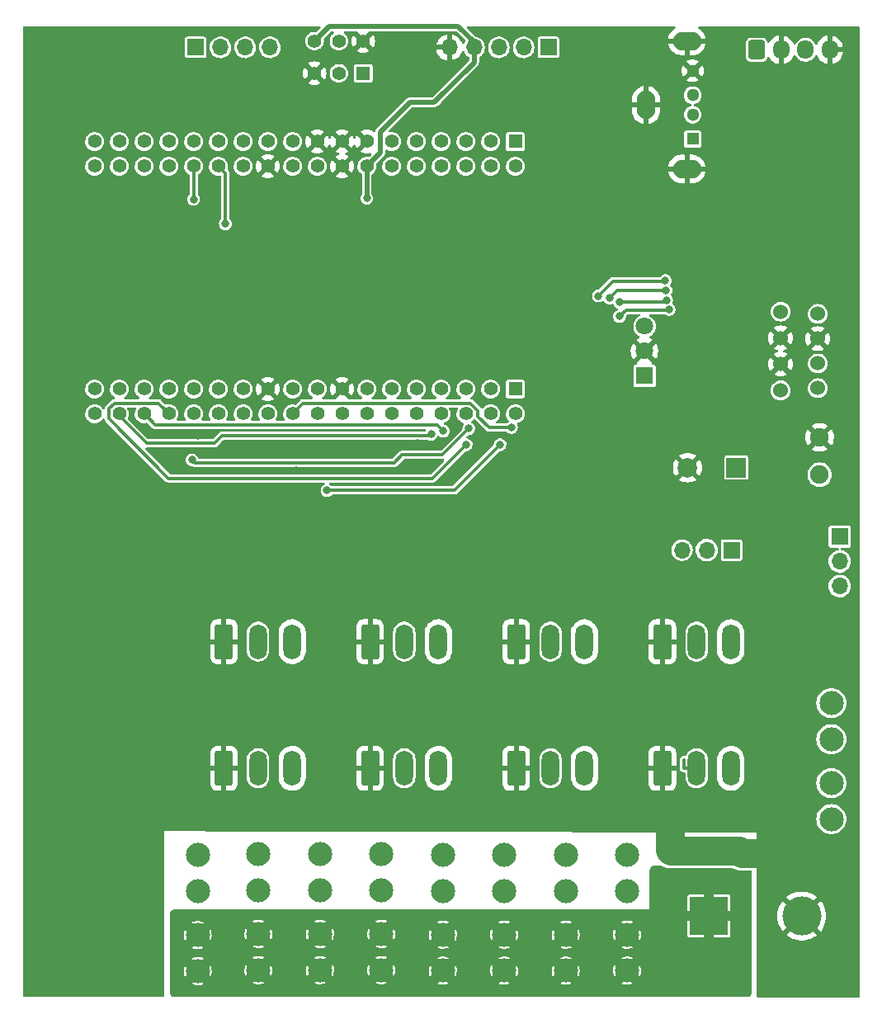
<source format=gbr>
%TF.GenerationSoftware,KiCad,Pcbnew,(6.0.5)*%
%TF.CreationDate,2022-06-18T16:05:52-05:00*%
%TF.ProjectId,PB_8,50425f38-2e6b-4696-9361-645f70636258,v1*%
%TF.SameCoordinates,Original*%
%TF.FileFunction,Copper,L2,Bot*%
%TF.FilePolarity,Positive*%
%FSLAX46Y46*%
G04 Gerber Fmt 4.6, Leading zero omitted, Abs format (unit mm)*
G04 Created by KiCad (PCBNEW (6.0.5)) date 2022-06-18 16:05:52*
%MOMM*%
%LPD*%
G01*
G04 APERTURE LIST*
G04 Aperture macros list*
%AMRoundRect*
0 Rectangle with rounded corners*
0 $1 Rounding radius*
0 $2 $3 $4 $5 $6 $7 $8 $9 X,Y pos of 4 corners*
0 Add a 4 corners polygon primitive as box body*
4,1,4,$2,$3,$4,$5,$6,$7,$8,$9,$2,$3,0*
0 Add four circle primitives for the rounded corners*
1,1,$1+$1,$2,$3*
1,1,$1+$1,$4,$5*
1,1,$1+$1,$6,$7*
1,1,$1+$1,$8,$9*
0 Add four rect primitives between the rounded corners*
20,1,$1+$1,$2,$3,$4,$5,0*
20,1,$1+$1,$4,$5,$6,$7,0*
20,1,$1+$1,$6,$7,$8,$9,0*
20,1,$1+$1,$8,$9,$2,$3,0*%
G04 Aperture macros list end*
%TA.AperFunction,ComponentPad*%
%ADD10R,1.700000X1.700000*%
%TD*%
%TA.AperFunction,ComponentPad*%
%ADD11O,1.700000X1.700000*%
%TD*%
%TA.AperFunction,ComponentPad*%
%ADD12C,2.475000*%
%TD*%
%TA.AperFunction,ComponentPad*%
%ADD13R,1.300000X1.300000*%
%TD*%
%TA.AperFunction,ComponentPad*%
%ADD14C,1.300000*%
%TD*%
%TA.AperFunction,ComponentPad*%
%ADD15O,1.900000X2.900000*%
%TD*%
%TA.AperFunction,ComponentPad*%
%ADD16O,2.900000X1.900000*%
%TD*%
%TA.AperFunction,ComponentPad*%
%ADD17R,2.000000X2.000000*%
%TD*%
%TA.AperFunction,ComponentPad*%
%ADD18C,2.000000*%
%TD*%
%TA.AperFunction,ComponentPad*%
%ADD19R,1.800000X1.800000*%
%TD*%
%TA.AperFunction,ComponentPad*%
%ADD20C,1.800000*%
%TD*%
%TA.AperFunction,ComponentPad*%
%ADD21C,1.524000*%
%TD*%
%TA.AperFunction,ComponentPad*%
%ADD22R,1.408000X1.408000*%
%TD*%
%TA.AperFunction,ComponentPad*%
%ADD23C,1.408000*%
%TD*%
%TA.AperFunction,ComponentPad*%
%ADD24R,1.400000X1.400000*%
%TD*%
%TA.AperFunction,ComponentPad*%
%ADD25C,1.400000*%
%TD*%
%TA.AperFunction,ComponentPad*%
%ADD26R,4.000000X4.000000*%
%TD*%
%TA.AperFunction,ComponentPad*%
%ADD27C,4.000000*%
%TD*%
%TA.AperFunction,ComponentPad*%
%ADD28C,1.904000*%
%TD*%
%TA.AperFunction,ComponentPad*%
%ADD29RoundRect,0.250000X-0.600000X-0.725000X0.600000X-0.725000X0.600000X0.725000X-0.600000X0.725000X0*%
%TD*%
%TA.AperFunction,ComponentPad*%
%ADD30O,1.700000X1.950000*%
%TD*%
%TA.AperFunction,ComponentPad*%
%ADD31RoundRect,0.250000X-0.650000X-1.550000X0.650000X-1.550000X0.650000X1.550000X-0.650000X1.550000X0*%
%TD*%
%TA.AperFunction,ComponentPad*%
%ADD32O,1.800000X3.600000*%
%TD*%
%TA.AperFunction,ViaPad*%
%ADD33C,0.800000*%
%TD*%
%TA.AperFunction,ViaPad*%
%ADD34C,1.000000*%
%TD*%
%TA.AperFunction,Conductor*%
%ADD35C,3.000000*%
%TD*%
%TA.AperFunction,Conductor*%
%ADD36C,0.350000*%
%TD*%
%TA.AperFunction,Conductor*%
%ADD37C,0.500000*%
%TD*%
G04 APERTURE END LIST*
D10*
%TO.P,J23,1,Pin_1*%
%TO.N,Net-(C1-Pad1)*%
X201178800Y-107202600D03*
D11*
%TO.P,J23,2,Pin_2*%
%TO.N,VCC*%
X198638800Y-107202600D03*
%TO.P,J23,3,Pin_3*%
%TO.N,+5V*%
X196098800Y-107202600D03*
%TD*%
D12*
%TO.P,F18,1_1,1*%
%TO.N,VIN2*%
X211426000Y-134802600D03*
%TO.P,F18,1_2,1*%
X211426000Y-131102600D03*
%TO.P,F18,2_1,2*%
%TO.N,/VIN_Fuse*%
X211426000Y-126602600D03*
%TO.P,F18,2_2,2*%
X211426000Y-122902600D03*
%TD*%
D10*
%TO.P,J29,1,Pin_1*%
%TO.N,/VIN*%
X212278800Y-105813000D03*
D11*
%TO.P,J29,2,Pin_2*%
X212278800Y-108353000D03*
%TO.P,J29,3,Pin_3*%
%TO.N,/VIN_Fuse*%
X212278800Y-110893000D03*
%TD*%
D13*
%TO.P,J19,1,VBUS*%
%TO.N,/USB/V_USB_FB*%
X197202600Y-65020700D03*
D14*
%TO.P,J19,2,D-*%
%TO.N,USB_D-*%
X197202600Y-62520700D03*
%TO.P,J19,3,D+*%
%TO.N,USB_D+*%
X197202600Y-60520700D03*
%TO.P,J19,4,GND*%
%TO.N,GND*%
X197202600Y-58020700D03*
D15*
%TO.P,J19,5,Shield*%
X192422600Y-61520700D03*
D16*
X196602600Y-68090700D03*
X196602600Y-54950700D03*
%TD*%
D17*
%TO.P,C1,1*%
%TO.N,Net-(C1-Pad1)*%
X201678800Y-98735800D03*
D18*
%TO.P,C1,2*%
%TO.N,GND*%
X196678800Y-98735800D03*
%TD*%
D19*
%TO.P,U1,1,IN*%
%TO.N,Net-(C1-Pad1)*%
X192256800Y-89317600D03*
D20*
%TO.P,U1,2,GND*%
%TO.N,GND*%
X192256800Y-86777600D03*
%TO.P,U1,3,OUT*%
%TO.N,+5V*%
X192256800Y-84237600D03*
D21*
%TO.P,U1,4,OUT*%
X210036800Y-82967600D03*
%TO.P,U1,5,GND*%
%TO.N,GND*%
X210036800Y-85507600D03*
%TO.P,U1,6,IN*%
%TO.N,Net-(C1-Pad1)*%
X210036800Y-88047600D03*
%TO.P,U1,7,EN*%
%TO.N,unconnected-(U1-Pad7)*%
X210036800Y-90587600D03*
%TO.P,U1,8,OUT*%
%TO.N,+5V*%
X206226800Y-82735660D03*
%TO.P,U1,9,GND*%
%TO.N,GND*%
X206226800Y-85430600D03*
%TO.P,U1,10,GND*%
X206226800Y-88124600D03*
%TO.P,U1,11,IN*%
%TO.N,Net-(C1-Pad1)*%
X206226800Y-90819540D03*
%TD*%
D22*
%TO.P,U3,P1_1,SYS_VIN*%
%TO.N,+5V*%
X179000400Y-65274600D03*
D23*
%TO.P,U3,P1_2,AIN6/GPIO87*%
%TO.N,GPIO1*%
X179000400Y-67814600D03*
%TO.P,U3,P1_3,USB1_DRVVBUS*%
%TO.N,USB_DVBUS*%
X176460400Y-65274600D03*
%TO.P,U3,P1_4,GPIO_89*%
%TO.N,GPIO2*%
X176460400Y-67814600D03*
%TO.P,U3,P1_5,USB1_VBUS*%
%TO.N,V_USB*%
X173920400Y-65274600D03*
%TO.P,U3,P1_6,SPI0_CS*%
%TO.N,BTN1*%
X173920400Y-67814600D03*
%TO.P,U3,P1_7,USB1_VIN*%
%TO.N,V_USB*%
X171380400Y-65274600D03*
%TO.P,U3,P1_8,SPI0_CLK*%
%TO.N,BTN2*%
X171380400Y-67814600D03*
%TO.P,U3,P1_9,USB1_DN*%
%TO.N,USB_D-*%
X168840400Y-65274600D03*
%TO.P,U3,P1_10,SPI0_MISO*%
%TO.N,TXD2*%
X168840400Y-67814600D03*
%TO.P,U3,P1_11,USB1_DP*%
%TO.N,USB_D+*%
X166300400Y-65274600D03*
%TO.P,U3,P1_12,SPI0_MOSI*%
%TO.N,OUT30*%
X166300400Y-67814600D03*
%TO.P,U3,P1_13,USB1_ID*%
%TO.N,GND*%
X163760400Y-65274600D03*
%TO.P,U3,P1_14,SYS_3.3V*%
%TO.N,+3V3*%
X163760400Y-67814600D03*
%TO.P,U3,P1_15,USB1_GND*%
%TO.N,GND*%
X161220400Y-65274600D03*
%TO.P,U3,P1_16,SYS_GND*%
X161220400Y-67814600D03*
%TO.P,U3,P1_17,AIN1.8V_REF-*%
X158680400Y-65274600D03*
%TO.P,U3,P1_18,AIN1.8V_REF+*%
%TO.N,unconnected-(U3-PadP1_18)*%
X158680400Y-67814600D03*
%TO.P,U3,P1_19,AIN0(1.8V)*%
%TO.N,unconnected-(U3-PadP1_19)*%
X156140400Y-65274600D03*
%TO.P,U3,P1_20,GPIO_20*%
%TO.N,OUT29*%
X156140400Y-67814600D03*
%TO.P,U3,P1_21,AIN1(1.8V)*%
%TO.N,unconnected-(U3-PadP1_21)*%
X153600400Y-65274600D03*
%TO.P,U3,P1_22,SYS_GND*%
%TO.N,GND*%
X153600400Y-67814600D03*
%TO.P,U3,P1_23,AIN2(1.8V)*%
%TO.N,unconnected-(U3-PadP1_23)*%
X151060400Y-65274600D03*
%TO.P,U3,P1_24,SYS_VOUT*%
%TO.N,unconnected-(U3-PadP1_24)*%
X151060400Y-67814600D03*
%TO.P,U3,P1_25,AIN3(1.8V)*%
%TO.N,unconnected-(U3-PadP1_25)*%
X148520400Y-65274600D03*
%TO.P,U3,P1_26,I2C2_SDA*%
%TO.N,I2C_SDA*%
X148520400Y-67814600D03*
%TO.P,U3,P1_27,AIN4(1.8V)*%
%TO.N,unconnected-(U3-PadP1_27)*%
X145980400Y-65274600D03*
%TO.P,U3,P1_28,I2C2_SCL*%
%TO.N,I2C_SCL*%
X145980400Y-67814600D03*
%TO.P,U3,P1_29,PRU0_7*%
%TO.N,OUT21*%
X143440400Y-65274600D03*
%TO.P,U3,P1_30,UART0_TX*%
%TO.N,OUT28*%
X143440400Y-67814600D03*
%TO.P,U3,P1_31,PRU0_4*%
%TO.N,OUT22*%
X140900400Y-65274600D03*
%TO.P,U3,P1_32,UART0_RX*%
%TO.N,OUT27*%
X140900400Y-67814600D03*
%TO.P,U3,P1_33,PRU0_1*%
%TO.N,OUT23*%
X138360400Y-65274600D03*
%TO.P,U3,P1_34,GPIO_26*%
%TO.N,OUT25*%
X138360400Y-67814600D03*
%TO.P,U3,P1_35,PRU1_10*%
%TO.N,OUT24*%
X135820400Y-65274600D03*
%TO.P,U3,P1_36,PWM0_A*%
%TO.N,OUT26*%
X135820400Y-67814600D03*
D22*
%TO.P,U3,P2_1,PWM1_A*%
%TO.N,DATA16*%
X179000400Y-90674600D03*
D23*
%TO.P,U3,P2_2,GPIO_59*%
%TO.N,DATA15*%
X179000400Y-93214600D03*
%TO.P,U3,P2_3,GPIO_23*%
%TO.N,DATA14*%
X176460400Y-90674600D03*
%TO.P,U3,P2_4,GPIO_58*%
%TO.N,DATA13*%
X176460400Y-93214600D03*
%TO.P,U3,P2_5,UART4_RX*%
%TO.N,DATA11*%
X173920400Y-90674600D03*
%TO.P,U3,P2_6,GPIO_57*%
%TO.N,DATA12*%
X173920400Y-93214600D03*
%TO.P,U3,P2_7,UART4_TX*%
%TO.N,DATA9*%
X171380400Y-90674600D03*
%TO.P,U3,P2_8,GPIO_60*%
%TO.N,DATA10*%
X171380400Y-93214600D03*
%TO.P,U3,P2_9,I2C1_SCL*%
%TO.N,TXD1*%
X168840400Y-90674600D03*
%TO.P,U3,P2_10,GPIO_52*%
%TO.N,OUT31*%
X168840400Y-93214600D03*
%TO.P,U3,P2_11,I2C1_SDA*%
%TO.N,OUT32*%
X166300400Y-90674600D03*
%TO.P,U3,P2_12,SYS_PWRBTN*%
%TO.N,unconnected-(U3-PadP2_12)*%
X166300400Y-93214600D03*
%TO.P,U3,P2_13,SYS_VOUT*%
%TO.N,unconnected-(U3-PadP2_13)*%
X163760400Y-90674600D03*
%TO.P,U3,P2_14,BAT_VIN*%
%TO.N,unconnected-(U3-PadP2_14)*%
X163760400Y-93214600D03*
%TO.P,U3,P2_15,SYS_GND*%
%TO.N,GND*%
X161220400Y-90674600D03*
%TO.P,U3,P2_16,BAT_TEMP*%
%TO.N,unconnected-(U3-PadP2_16)*%
X161220400Y-93214600D03*
%TO.P,U3,P2_17,GPIO_65*%
%TO.N,OUT33*%
X158680400Y-90674600D03*
%TO.P,U3,P2_18,GPIO_47*%
%TO.N,DATA8*%
X158680400Y-93214600D03*
%TO.P,U3,P2_19,GPIO_27*%
%TO.N,OUT34*%
X156140400Y-90674600D03*
%TO.P,U3,P2_20,GPIO_64*%
%TO.N,DATA7*%
X156140400Y-93214600D03*
%TO.P,U3,P2_21,SYS_GND*%
%TO.N,GND*%
X153600400Y-90674600D03*
%TO.P,U3,P2_22,GPIO_46*%
%TO.N,DATA6*%
X153600400Y-93214600D03*
%TO.P,U3,P2_23,SYS_3.3V*%
%TO.N,unconnected-(U3-PadP2_23)*%
X151060400Y-90674600D03*
%TO.P,U3,P2_24,GPIO_48*%
%TO.N,DATA5*%
X151060400Y-93214600D03*
%TO.P,U3,P2_25,SPI1_MOSI*%
%TO.N,OUT35*%
X148520400Y-90674600D03*
%TO.P,U3,P2_26,SYS_NRST*%
%TO.N,unconnected-(U3-PadP2_26)*%
X148520400Y-93214600D03*
%TO.P,U3,P2_27,SPI1_MISO*%
%TO.N,OUT36*%
X145980400Y-90674600D03*
%TO.P,U3,P2_28,PRU0_6*%
%TO.N,DATA4*%
X145980400Y-93214600D03*
%TO.P,U3,P2_29,SPI1_CLK*%
%TO.N,OUT19*%
X143440400Y-90674600D03*
%TO.P,U3,P2_30,PRU0_3*%
%TO.N,DATA3*%
X143440400Y-93214600D03*
%TO.P,U3,P2_31,SPI1_CS*%
%TO.N,OUT20*%
X140900400Y-90674600D03*
%TO.P,U3,P2_32,PRU0_2*%
%TO.N,DATA2*%
X140900400Y-93214600D03*
%TO.P,U3,P2_33,GPIO_45*%
%TO.N,OUT17*%
X138360400Y-90674600D03*
%TO.P,U3,P2_34,PRU0_5*%
%TO.N,DATA1*%
X138360400Y-93214600D03*
%TO.P,U3,P2_35,AIN5/GPIO86*%
%TO.N,OUT18*%
X135820400Y-90674600D03*
%TO.P,U3,P2_36,AIN7(1.8V)*%
%TO.N,unconnected-(U3-PadP2_36)*%
X135820400Y-93214600D03*
%TD*%
D10*
%TO.P,J25,1,Pin_1*%
%TO.N,unconnected-(J25-Pad1)*%
X182387700Y-55625800D03*
D11*
%TO.P,J25,2,Pin_2*%
%TO.N,I2C_SCL*%
X179847700Y-55625800D03*
%TO.P,J25,3,Pin_3*%
%TO.N,I2C_SDA*%
X177307700Y-55625800D03*
%TO.P,J25,4,Pin_4*%
%TO.N,+3V3*%
X174767700Y-55625800D03*
%TO.P,J25,5,Pin_5*%
%TO.N,GND*%
X172227700Y-55625800D03*
%TD*%
D10*
%TO.P,J26,1,Pin_1*%
%TO.N,I2C_SDA*%
X146197700Y-55625800D03*
D11*
%TO.P,J26,2,Pin_2*%
%TO.N,I2C_SCL*%
X148737700Y-55625800D03*
%TO.P,J26,3,Pin_3*%
%TO.N,/OLED_Pin_3*%
X151277700Y-55625800D03*
%TO.P,J26,4,Pin_4*%
%TO.N,/OLED_Pin_4*%
X153817700Y-55625800D03*
%TD*%
D24*
%TO.P,SW3,1,A*%
%TO.N,+3V3*%
X163398800Y-58272600D03*
D25*
%TO.P,SW3,2,B*%
%TO.N,/OLED_Pin_3*%
X160898800Y-58272600D03*
%TO.P,SW3,3,C*%
%TO.N,GND*%
X158398800Y-58272600D03*
%TO.P,SW3,4,A*%
X163398800Y-54972600D03*
%TO.P,SW3,5,B*%
%TO.N,/OLED_Pin_4*%
X160898800Y-54972600D03*
%TO.P,SW3,6,C*%
%TO.N,+3V3*%
X158398800Y-54972600D03*
%TD*%
D26*
%TO.P,J18,1,Pin_1*%
%TO.N,VIN2*%
X198878800Y-144752600D03*
D27*
%TO.P,J18,2,Pin_2*%
%TO.N,GND*%
X208378800Y-144752600D03*
%TD*%
D28*
%TO.P,J28,1,Pin_1*%
%TO.N,/VIN*%
X210229259Y-99458160D03*
%TO.P,J28,2,Pin_2*%
%TO.N,GND*%
X210229259Y-95648160D03*
%TD*%
D29*
%TO.P,J27,1,Pin_1*%
%TO.N,GPIO1*%
X203760300Y-55861400D03*
D30*
%TO.P,J27,2,Pin_2*%
%TO.N,GND*%
X206260300Y-55861400D03*
%TO.P,J27,3,Pin_3*%
%TO.N,GPIO2*%
X208760300Y-55861400D03*
%TO.P,J27,4,Pin_4*%
%TO.N,GND*%
X211260300Y-55861400D03*
%TD*%
D12*
%TO.P,F7,1_1,1*%
%TO.N,VIN2*%
X184172100Y-150363600D03*
%TO.P,F7,1_2,1*%
X184172100Y-146663600D03*
%TO.P,F7,2_1,2*%
%TO.N,/Output 1-8/VOUT7*%
X184172100Y-142163600D03*
%TO.P,F7,2_2,2*%
X184172100Y-138463600D03*
%TD*%
D31*
%TO.P,J6,1,Pin_1*%
%TO.N,GND*%
X179100000Y-129600000D03*
D32*
%TO.P,J6,2,Pin_2*%
%TO.N,/Output 1-8/DOUT6*%
X182600000Y-129600000D03*
%TO.P,J6,3,Pin_3*%
%TO.N,/Output 1-8/VOUT6*%
X186100000Y-129600000D03*
%TD*%
D31*
%TO.P,J7,1,Pin_1*%
%TO.N,GND*%
X194100000Y-116600000D03*
D32*
%TO.P,J7,2,Pin_2*%
%TO.N,/Output 1-8/DOUT7*%
X197600000Y-116600000D03*
%TO.P,J7,3,Pin_3*%
%TO.N,/Output 1-8/VOUT7*%
X201100000Y-116600000D03*
%TD*%
D31*
%TO.P,J3,1,Pin_1*%
%TO.N,GND*%
X164100000Y-116600000D03*
D32*
%TO.P,J3,2,Pin_2*%
%TO.N,/Output 1-8/DOUT3*%
X167600000Y-116600000D03*
%TO.P,J3,3,Pin_3*%
%TO.N,/Output 1-8/VOUT3*%
X171100000Y-116600000D03*
%TD*%
D12*
%TO.P,F4,1_1,1*%
%TO.N,VIN2*%
X165252100Y-150294800D03*
%TO.P,F4,1_2,1*%
X165252100Y-146594800D03*
%TO.P,F4,2_1,2*%
%TO.N,/Output 1-8/VOUT4*%
X165252100Y-142094800D03*
%TO.P,F4,2_2,2*%
X165252100Y-138394800D03*
%TD*%
D31*
%TO.P,J2,1,Pin_1*%
%TO.N,GND*%
X149100000Y-129600000D03*
D32*
%TO.P,J2,2,Pin_2*%
%TO.N,/Output 1-8/DOUT2*%
X152600000Y-129600000D03*
%TO.P,J2,3,Pin_3*%
%TO.N,/Output 1-8/VOUT2*%
X156100000Y-129600000D03*
%TD*%
D31*
%TO.P,J4,1,Pin_1*%
%TO.N,GND*%
X164100000Y-129600000D03*
D32*
%TO.P,J4,2,Pin_2*%
%TO.N,/Output 1-8/DOUT4*%
X167600000Y-129600000D03*
%TO.P,J4,3,Pin_3*%
%TO.N,/Output 1-8/VOUT4*%
X171100000Y-129600000D03*
%TD*%
D12*
%TO.P,F5,1_1,1*%
%TO.N,VIN2*%
X171558800Y-150363600D03*
%TO.P,F5,1_2,1*%
X171558800Y-146663600D03*
%TO.P,F5,2_1,2*%
%TO.N,/Output 1-8/VOUT5*%
X171558800Y-142163600D03*
%TO.P,F5,2_2,2*%
X171558800Y-138463600D03*
%TD*%
D31*
%TO.P,J1,1,Pin_1*%
%TO.N,GND*%
X149100000Y-116600000D03*
D32*
%TO.P,J1,2,Pin_2*%
%TO.N,/Output 1-8/DOUT1*%
X152600000Y-116600000D03*
%TO.P,J1,3,Pin_3*%
%TO.N,/Output 1-8/VOUT1*%
X156100000Y-116600000D03*
%TD*%
D12*
%TO.P,F8,1_1,1*%
%TO.N,VIN2*%
X190478800Y-150363600D03*
%TO.P,F8,1_2,1*%
X190478800Y-146663600D03*
%TO.P,F8,2_1,2*%
%TO.N,/Output 1-8/VOUT8*%
X190478800Y-142163600D03*
%TO.P,F8,2_2,2*%
X190478800Y-138463600D03*
%TD*%
%TO.P,F6,1_1,1*%
%TO.N,VIN2*%
X177865500Y-150363600D03*
%TO.P,F6,1_2,1*%
X177865500Y-146663600D03*
%TO.P,F6,2_1,2*%
%TO.N,/Output 1-8/VOUT6*%
X177865500Y-142163600D03*
%TO.P,F6,2_2,2*%
X177865500Y-138463600D03*
%TD*%
%TO.P,F3,1_1,1*%
%TO.N,VIN2*%
X158945500Y-150298600D03*
%TO.P,F3,1_2,1*%
X158945500Y-146598600D03*
%TO.P,F3,2_1,2*%
%TO.N,/Output 1-8/VOUT3*%
X158945500Y-142098600D03*
%TO.P,F3,2_2,2*%
X158945500Y-138398600D03*
%TD*%
D31*
%TO.P,J5,1,Pin_1*%
%TO.N,GND*%
X179100000Y-116600000D03*
D32*
%TO.P,J5,2,Pin_2*%
%TO.N,/Output 1-8/DOUT5*%
X182600000Y-116600000D03*
%TO.P,J5,3,Pin_3*%
%TO.N,/Output 1-8/VOUT5*%
X186100000Y-116600000D03*
%TD*%
D12*
%TO.P,F2,1_1,1*%
%TO.N,VIN2*%
X152638800Y-150298600D03*
%TO.P,F2,1_2,1*%
X152638800Y-146598600D03*
%TO.P,F2,2_1,2*%
%TO.N,/Output 1-8/VOUT2*%
X152638800Y-142098600D03*
%TO.P,F2,2_2,2*%
X152638800Y-138398600D03*
%TD*%
D31*
%TO.P,J8,1,Pin_1*%
%TO.N,GND*%
X194100000Y-129600000D03*
D32*
%TO.P,J8,2,Pin_2*%
%TO.N,/Output 1-8/DOUT8*%
X197600000Y-129600000D03*
%TO.P,J8,3,Pin_3*%
%TO.N,/Output 1-8/VOUT8*%
X201100000Y-129600000D03*
%TD*%
D12*
%TO.P,F1,1_1,1*%
%TO.N,VIN2*%
X146398800Y-150402600D03*
%TO.P,F1,1_2,1*%
X146398800Y-146702600D03*
%TO.P,F1,2_1,2*%
%TO.N,/Output 1-8/VOUT1*%
X146398800Y-142202600D03*
%TO.P,F1,2_2,2*%
X146398800Y-138502600D03*
%TD*%
D33*
%TO.N,GND*%
X203979000Y-125153000D03*
X200199000Y-122203000D03*
X165479000Y-71452600D03*
X167999000Y-98289500D03*
X200379000Y-124953000D03*
X175149000Y-73602600D03*
X144599000Y-63982600D03*
X156529000Y-99032600D03*
X129679000Y-54052600D03*
X157699000Y-74152600D03*
X186676000Y-75993400D03*
X153179000Y-97422600D03*
X212779000Y-65552600D03*
X162279000Y-71352600D03*
X192076000Y-53961400D03*
X167499000Y-105703000D03*
X137879000Y-63552600D03*
X190179000Y-106853000D03*
X129799000Y-61002600D03*
X187179000Y-60552600D03*
X204799000Y-70497600D03*
X208449000Y-70477600D03*
D34*
X185124000Y-88977600D03*
D33*
X207879000Y-113353000D03*
X134029000Y-65482600D03*
X155929000Y-106053000D03*
X171679000Y-126403000D03*
X161429000Y-61439200D03*
X130798800Y-121402600D03*
X156879000Y-126403000D03*
X193799000Y-132403000D03*
X155789000Y-58092600D03*
X213179000Y-61152600D03*
X170279000Y-59452600D03*
X185752000Y-65513400D03*
X203049000Y-72197600D03*
X203579000Y-100353000D03*
X202579000Y-82452600D03*
X168983000Y-96222000D03*
X133245000Y-90552600D03*
X207999000Y-136203000D03*
X184299000Y-84752600D03*
X165679000Y-61652600D03*
X201909000Y-79512600D03*
X133579000Y-75712600D03*
X181279000Y-95652600D03*
X141598800Y-151402600D03*
X183694000Y-104172000D03*
D34*
X186549000Y-87477600D03*
D33*
X177699000Y-75452600D03*
X211289000Y-72177600D03*
X193429000Y-99302600D03*
X159049000Y-75452600D03*
X164599000Y-85992600D03*
X180001000Y-69988800D03*
X189069000Y-94162600D03*
X180369000Y-72942600D03*
X178589000Y-102740000D03*
X170379000Y-57252600D03*
X149139000Y-96322600D03*
X203149000Y-104853000D03*
X205279000Y-149053000D03*
X194899000Y-137983000D03*
X211279000Y-142053000D03*
X190065000Y-56181400D03*
X184319000Y-56145800D03*
X201699000Y-91402600D03*
X157221000Y-72239100D03*
X144909000Y-86862600D03*
X175510000Y-69694200D03*
X151439000Y-86072600D03*
X155912000Y-74149400D03*
X134459000Y-87892600D03*
X211279000Y-149053000D03*
X137079000Y-102553000D03*
X211379000Y-80327600D03*
X158929000Y-96332600D03*
X191403000Y-73270700D03*
X183479000Y-96052600D03*
X152199000Y-74052600D03*
X167657000Y-102602000D03*
X154049000Y-74102600D03*
X210207000Y-106423000D03*
X143279000Y-88852600D03*
X147749000Y-71452600D03*
X139069000Y-81032600D03*
X158179000Y-78952600D03*
X191279000Y-102453000D03*
X201339000Y-59702600D03*
X212799000Y-91252600D03*
X202079000Y-111253000D03*
X212889000Y-74002600D03*
X131009000Y-76682600D03*
X210579000Y-112153000D03*
X177389000Y-88962600D03*
D34*
X186179000Y-97952600D03*
D33*
X185325000Y-102831000D03*
X142169000Y-76602600D03*
X204679000Y-119853000D03*
X146479000Y-95452600D03*
X130798800Y-138402600D03*
X175849000Y-111103000D03*
X145959000Y-59912600D03*
X165299000Y-57232600D03*
X165079000Y-59452600D03*
X213129000Y-98252600D03*
X212979000Y-129203000D03*
X183999000Y-111303000D03*
X207099000Y-77477600D03*
X163249000Y-111103000D03*
X149943000Y-102694000D03*
X209799000Y-78297600D03*
X174399000Y-76852600D03*
X206309000Y-80292600D03*
X181279000Y-90452600D03*
X157639000Y-86042600D03*
X191503000Y-72070700D03*
X188149000Y-111303000D03*
X162379000Y-75752600D03*
X154449000Y-109253000D03*
X208779000Y-125103000D03*
X204449000Y-103503000D03*
X201999000Y-138053000D03*
X210207000Y-102359000D03*
X169008000Y-71238500D03*
X140719000Y-94642600D03*
X191279000Y-66652600D03*
X144699000Y-88772600D03*
X159579000Y-102553000D03*
X183049000Y-79802600D03*
X182779000Y-98852600D03*
X197079000Y-111253000D03*
X205889000Y-107185000D03*
X179699000Y-82102600D03*
X146629000Y-117453000D03*
X179813000Y-102709000D03*
X146539000Y-81132600D03*
X143799000Y-57552600D03*
X182849000Y-106103000D03*
X132739000Y-83152600D03*
X171209000Y-88972600D03*
X143749000Y-109953000D03*
X203803000Y-95505400D03*
X172739000Y-71612600D03*
X138679000Y-89022600D03*
X137909000Y-72272600D03*
X210879000Y-120453000D03*
X212899000Y-78377600D03*
X198424000Y-88752600D03*
X139779000Y-62852600D03*
X139999000Y-60812600D03*
D34*
X186179000Y-94152600D03*
D33*
X208279000Y-149053000D03*
X154667000Y-75353300D03*
X144499000Y-71952600D03*
X211279000Y-139053000D03*
X145989000Y-63142600D03*
X136949000Y-82592600D03*
X185259000Y-77102600D03*
X202349000Y-86102600D03*
X196399000Y-85962600D03*
X203779000Y-134153000D03*
X143339000Y-54122600D03*
X208683000Y-107439000D03*
X186979000Y-125853000D03*
X178960000Y-60555300D03*
X167189000Y-88012600D03*
X206346000Y-123364000D03*
X206649000Y-74027600D03*
X131599000Y-105953000D03*
X184456000Y-66707200D03*
X173097000Y-61266500D03*
X193979000Y-105753000D03*
X184129000Y-71752600D03*
X142699000Y-95232600D03*
X168617000Y-54581200D03*
X150499000Y-71452600D03*
X204879000Y-113853000D03*
X194324000Y-91402600D03*
X130398800Y-151402600D03*
D34*
X187124000Y-90202600D03*
D33*
X160999000Y-109353000D03*
X150827000Y-61586500D03*
X180829000Y-53961400D03*
X169949000Y-111053000D03*
X190149000Y-113403000D03*
X208429000Y-98294600D03*
X199649000Y-65702600D03*
X190099000Y-120903000D03*
X193799000Y-111053000D03*
X133089000Y-93192600D03*
X151279000Y-96792600D03*
X151479000Y-113253000D03*
X213029000Y-70202600D03*
X198379000Y-103653000D03*
X208729000Y-129453000D03*
X176049000Y-121203000D03*
%TO.N,VIN2*%
X201279000Y-141053000D03*
X201279000Y-150053000D03*
X195279000Y-150053000D03*
X195279000Y-141053000D03*
X198279000Y-150053000D03*
%TO.N,DATA1*%
X170362000Y-95323200D03*
%TO.N,DATA2*%
X171619000Y-94996000D03*
%TO.N,DATA3*%
X173955000Y-96386900D03*
%TO.N,DATA4*%
X145813000Y-97936400D03*
X174210000Y-94741900D03*
%TO.N,DATA6*%
X177427000Y-96386900D03*
X159668000Y-101084000D03*
%TO.N,DATA7*%
X178594000Y-94632200D03*
%TO.N,+3V3*%
X163755000Y-71101400D03*
%TO.N,I2C_SDA*%
X149249000Y-73727600D03*
%TO.N,I2C_SCL*%
X145985000Y-71213100D03*
%TO.N,GPIO2*%
X194449000Y-80552600D03*
X188674000Y-81352600D03*
%TO.N,GPIO1*%
X187524000Y-81128100D03*
X194399000Y-79552600D03*
%TO.N,BTN1*%
X189699000Y-81777600D03*
X194521000Y-81549500D03*
%TO.N,BTN2*%
X189697000Y-83225100D03*
X194770000Y-82517600D03*
%TD*%
D35*
%TO.N,GND*%
X194969000Y-138053000D02*
X194899000Y-137983000D01*
X194899000Y-135223000D02*
X194899000Y-137983000D01*
X202231000Y-138285000D02*
X201999000Y-138053000D01*
X205540000Y-138285000D02*
X202231000Y-138285000D01*
X201999000Y-138053000D02*
X194969000Y-138053000D01*
D36*
%TO.N,/Output 1-8/DOUT8*%
X197600000Y-129600000D02*
X196325000Y-129600000D01*
X196325000Y-129600000D02*
X196325000Y-128723000D01*
%TO.N,DATA1*%
X138360000Y-93388600D02*
X138360000Y-93330600D01*
X138360000Y-93388600D02*
X138360400Y-93388200D01*
X170239000Y-95446700D02*
X148918000Y-95446700D01*
X148918000Y-95446700D02*
X148108000Y-96257200D01*
X141171000Y-96257200D02*
X138360000Y-93446600D01*
X148108000Y-96257200D02*
X141171000Y-96257200D01*
X138360400Y-93388200D02*
X138360400Y-93214600D01*
X170239000Y-95446600D02*
X170239000Y-95446700D01*
X138360000Y-93446600D02*
X138360000Y-93388600D01*
X170362000Y-95323200D02*
X170239000Y-95446600D01*
%TO.N,DATA2*%
X170965000Y-94342200D02*
X142028000Y-94342200D01*
X140900100Y-93214900D02*
X140900000Y-93214800D01*
X140900400Y-93214600D02*
X140900100Y-93214900D01*
X171619000Y-94996000D02*
X170965000Y-94342200D01*
X142028000Y-94342200D02*
X140900100Y-93214900D01*
%TO.N,DATA3*%
X170501000Y-99840900D02*
X143425000Y-99840900D01*
X143425000Y-99840900D02*
X137281000Y-93696700D01*
X173955000Y-96386900D02*
X170501000Y-99840900D01*
X142350000Y-92124200D02*
X142622500Y-92396800D01*
X137281000Y-93696700D02*
X137281000Y-92711100D01*
X142622500Y-92396800D02*
X142895000Y-92669400D01*
X137281000Y-92711100D02*
X137868000Y-92124200D01*
X137868000Y-92124200D02*
X142350000Y-92124200D01*
X142622600Y-92396800D02*
X143440400Y-93214600D01*
X142622500Y-92396800D02*
X142622600Y-92396800D01*
%TO.N,DATA4*%
X167371000Y-97429600D02*
X171522000Y-97429600D01*
X146132000Y-98255400D02*
X166546000Y-98255400D01*
X145813000Y-97936400D02*
X146132000Y-98255400D01*
X166546000Y-98255400D02*
X167371000Y-97429600D01*
X171522000Y-97429600D02*
X174210000Y-94741900D01*
%TO.N,DATA6*%
X172730000Y-101084000D02*
X159668000Y-101084000D01*
X177427000Y-96386900D02*
X172730000Y-101084000D01*
%TO.N,DATA7*%
X156140200Y-93214600D02*
X156140000Y-93214400D01*
X156140400Y-93214600D02*
X156140200Y-93214600D01*
X175164000Y-93495700D02*
X175164000Y-92908400D01*
X178594000Y-94632200D02*
X176300000Y-94632200D01*
X157230000Y-92125500D02*
X156140000Y-93214400D01*
X175164000Y-92908400D02*
X174381000Y-92125500D01*
X174381000Y-92125500D02*
X157230000Y-92125500D01*
X176300000Y-94632200D02*
X175164000Y-93495700D01*
D37*
%TO.N,+3V3*%
X163760400Y-67814600D02*
X163760000Y-67814600D01*
X174768000Y-56127600D02*
X174768000Y-56127300D01*
X174768000Y-57163700D02*
X174768000Y-56127600D01*
X165139000Y-64292600D02*
X168179000Y-61252600D01*
X174767700Y-55876400D02*
X174767700Y-55625800D01*
X163755000Y-67819700D02*
X163760000Y-67814600D01*
X174768000Y-55876700D02*
X174768000Y-55625800D01*
X158586500Y-54784900D02*
X158398800Y-54972600D01*
X174768000Y-55625800D02*
X174768000Y-55091500D01*
X170679000Y-61252600D02*
X174768000Y-57163700D01*
X163755000Y-71101400D02*
X163755000Y-67819700D01*
X165139000Y-66436200D02*
X165139000Y-64292600D01*
X168179000Y-61252600D02*
X170679000Y-61252600D01*
X174768000Y-55876700D02*
X174767700Y-55876400D01*
X174768000Y-55091500D02*
X173147000Y-53471200D01*
X159150000Y-54221900D02*
X158774000Y-54597200D01*
X174768000Y-55876700D02*
X174768000Y-55625800D01*
X163760000Y-67814600D02*
X165139000Y-66436200D01*
X159150000Y-54221900D02*
X158774000Y-54597200D01*
X174768000Y-56127300D02*
X174768000Y-55876700D01*
X159900000Y-53471200D02*
X159150000Y-54221900D01*
X158586500Y-54784900D02*
X158774000Y-54597200D01*
X158399000Y-54972600D02*
X158586500Y-54784900D01*
X174768000Y-56127300D02*
X174768000Y-55876700D01*
X173147000Y-53471200D02*
X159900000Y-53471200D01*
X174768000Y-56127600D02*
X174768000Y-56127300D01*
D36*
%TO.N,I2C_SDA*%
X148520400Y-67814600D02*
X148520000Y-67814600D01*
X148520000Y-67814600D02*
X148884000Y-68178800D01*
X149249000Y-73727600D02*
X149249000Y-68543000D01*
X149249000Y-68543000D02*
X148884000Y-68178800D01*
X148520000Y-67814700D02*
X148520000Y-67814600D01*
X148884000Y-68178800D02*
X148520000Y-67814700D01*
%TO.N,I2C_SCL*%
X145980000Y-70167600D02*
X145980000Y-69383500D01*
X145985000Y-71213100D02*
X145980000Y-71208000D01*
X145980400Y-68598600D02*
X145980400Y-67814600D01*
X145980000Y-70168000D02*
X145980000Y-70167600D01*
X145980000Y-71208000D02*
X145980000Y-70168000D01*
X145980000Y-68599000D02*
X145980400Y-68598600D01*
X145980000Y-69383500D02*
X145980000Y-68599000D01*
X145980000Y-70167600D02*
X145980000Y-69383500D01*
X145980000Y-70168000D02*
X145980000Y-70167600D01*
X145980000Y-68599000D02*
X145980000Y-67814600D01*
%TO.N,GPIO2*%
X188674000Y-81352600D02*
X189474000Y-80552600D01*
X189474000Y-80552600D02*
X194449000Y-80552600D01*
%TO.N,GPIO1*%
X189049000Y-79602600D02*
X187524000Y-81128100D01*
X194399000Y-79552600D02*
X194349000Y-79602600D01*
X194349000Y-79602600D02*
X189049000Y-79602600D01*
%TO.N,BTN1*%
X194293000Y-81777600D02*
X194521000Y-81549500D01*
X189699000Y-81777600D02*
X194293000Y-81777600D01*
%TO.N,BTN2*%
X189697000Y-83225100D02*
X190369000Y-82552600D01*
X194735000Y-82552600D02*
X194770000Y-82517600D01*
X190369000Y-82552600D02*
X194735000Y-82552600D01*
%TD*%
%TA.AperFunction,Conductor*%
%TO.N,VIN2*%
G36*
X193999541Y-139570881D02*
G01*
X194020490Y-139583593D01*
X194022361Y-139584750D01*
X194121346Y-139647205D01*
X194125622Y-139649086D01*
X194125627Y-139649089D01*
X194128239Y-139650238D01*
X194142861Y-139657850D01*
X194145296Y-139659328D01*
X194145303Y-139659331D01*
X194149298Y-139661756D01*
X194153612Y-139663565D01*
X194153614Y-139663566D01*
X194257182Y-139706996D01*
X194259202Y-139707864D01*
X194332797Y-139740247D01*
X194366295Y-139754986D01*
X194370818Y-139756219D01*
X194373567Y-139756969D01*
X194389146Y-139762333D01*
X194396091Y-139765245D01*
X194400623Y-139766396D01*
X194400626Y-139766397D01*
X194454764Y-139780146D01*
X194509508Y-139794049D01*
X194511523Y-139794579D01*
X194624485Y-139825376D01*
X194631969Y-139826262D01*
X194648153Y-139829262D01*
X194650928Y-139829966D01*
X194650934Y-139829967D01*
X194655470Y-139831119D01*
X194660119Y-139831587D01*
X194660124Y-139831588D01*
X194771864Y-139842839D01*
X194774050Y-139843078D01*
X194857528Y-139852958D01*
X194890243Y-139856830D01*
X194997310Y-139853559D01*
X195001158Y-139853500D01*
X201306178Y-139853500D01*
X201373411Y-139872937D01*
X201379281Y-139876640D01*
X201383346Y-139879205D01*
X201387626Y-139881088D01*
X201387633Y-139881092D01*
X201390244Y-139882241D01*
X201404851Y-139889844D01*
X201411298Y-139893756D01*
X201415613Y-139895565D01*
X201415614Y-139895566D01*
X201519193Y-139939001D01*
X201521185Y-139939856D01*
X201628296Y-139986986D01*
X201635568Y-139988969D01*
X201651146Y-139994333D01*
X201658091Y-139997245D01*
X201771541Y-140026058D01*
X201773555Y-140026588D01*
X201832723Y-140042719D01*
X201881972Y-140056146D01*
X201881977Y-140056147D01*
X201886485Y-140057376D01*
X201893969Y-140058262D01*
X201910153Y-140061262D01*
X201912928Y-140061966D01*
X201912934Y-140061967D01*
X201917470Y-140063119D01*
X201922119Y-140063587D01*
X201922124Y-140063588D01*
X202033864Y-140074839D01*
X202036050Y-140075078D01*
X202119528Y-140084958D01*
X202152243Y-140088830D01*
X202259310Y-140085559D01*
X202263158Y-140085500D01*
X203152800Y-140085500D01*
X203220921Y-140105502D01*
X203267414Y-140159158D01*
X203278800Y-140211500D01*
X203278800Y-152540741D01*
X203277722Y-152557188D01*
X203263655Y-152664034D01*
X203255142Y-152695805D01*
X203217088Y-152787676D01*
X203200641Y-152816162D01*
X203140108Y-152895050D01*
X203116850Y-152918308D01*
X203037962Y-152978841D01*
X203009476Y-152995288D01*
X202917605Y-153033342D01*
X202885834Y-153041855D01*
X202778988Y-153055922D01*
X202762541Y-153057000D01*
X144045059Y-153057000D01*
X144028612Y-153055922D01*
X143921766Y-153041855D01*
X143889995Y-153033342D01*
X143798124Y-152995288D01*
X143769638Y-152978841D01*
X143690750Y-152918308D01*
X143667492Y-152895050D01*
X143606959Y-152816162D01*
X143590512Y-152787676D01*
X143552458Y-152695805D01*
X143543945Y-152664034D01*
X143529878Y-152557188D01*
X143528800Y-152540741D01*
X143528800Y-151711157D01*
X145802970Y-151711157D01*
X145805845Y-151714998D01*
X145991545Y-151785909D01*
X146001443Y-151788785D01*
X146222949Y-151833850D01*
X146233178Y-151835069D01*
X146459069Y-151843353D01*
X146469355Y-151842886D01*
X146693570Y-151814164D01*
X146703647Y-151812022D01*
X146920155Y-151747066D01*
X146929753Y-151743304D01*
X146982378Y-151717524D01*
X146992782Y-151708003D01*
X146990721Y-151701628D01*
X146896250Y-151607157D01*
X152042970Y-151607157D01*
X152045845Y-151610998D01*
X152231545Y-151681909D01*
X152241443Y-151684785D01*
X152462949Y-151729850D01*
X152473178Y-151731069D01*
X152699069Y-151739353D01*
X152709355Y-151738886D01*
X152933570Y-151710164D01*
X152943647Y-151708022D01*
X153160155Y-151643066D01*
X153169753Y-151639304D01*
X153222378Y-151613524D01*
X153229335Y-151607157D01*
X158349670Y-151607157D01*
X158352545Y-151610998D01*
X158538245Y-151681909D01*
X158548143Y-151684785D01*
X158769649Y-151729850D01*
X158779878Y-151731069D01*
X159005769Y-151739353D01*
X159016055Y-151738886D01*
X159240270Y-151710164D01*
X159250347Y-151708022D01*
X159466855Y-151643066D01*
X159476453Y-151639304D01*
X159529078Y-151613524D01*
X159539482Y-151604003D01*
X159539273Y-151603357D01*
X164656270Y-151603357D01*
X164659145Y-151607198D01*
X164844845Y-151678109D01*
X164854743Y-151680985D01*
X165076249Y-151726050D01*
X165086478Y-151727269D01*
X165312369Y-151735553D01*
X165322655Y-151735086D01*
X165546870Y-151706364D01*
X165556947Y-151704222D01*
X165663824Y-151672157D01*
X170962970Y-151672157D01*
X170965845Y-151675998D01*
X171151545Y-151746909D01*
X171161443Y-151749785D01*
X171382949Y-151794850D01*
X171393178Y-151796069D01*
X171619069Y-151804353D01*
X171629355Y-151803886D01*
X171853570Y-151775164D01*
X171863647Y-151773022D01*
X172080155Y-151708066D01*
X172089753Y-151704304D01*
X172142378Y-151678524D01*
X172149335Y-151672157D01*
X177269670Y-151672157D01*
X177272545Y-151675998D01*
X177458245Y-151746909D01*
X177468143Y-151749785D01*
X177689649Y-151794850D01*
X177699878Y-151796069D01*
X177925769Y-151804353D01*
X177936055Y-151803886D01*
X178160270Y-151775164D01*
X178170347Y-151773022D01*
X178386855Y-151708066D01*
X178396453Y-151704304D01*
X178449078Y-151678524D01*
X178456035Y-151672157D01*
X183576270Y-151672157D01*
X183579145Y-151675998D01*
X183764845Y-151746909D01*
X183774743Y-151749785D01*
X183996249Y-151794850D01*
X184006478Y-151796069D01*
X184232369Y-151804353D01*
X184242655Y-151803886D01*
X184466870Y-151775164D01*
X184476947Y-151773022D01*
X184693455Y-151708066D01*
X184703053Y-151704304D01*
X184755678Y-151678524D01*
X184762635Y-151672157D01*
X189882970Y-151672157D01*
X189885845Y-151675998D01*
X190071545Y-151746909D01*
X190081443Y-151749785D01*
X190302949Y-151794850D01*
X190313178Y-151796069D01*
X190539069Y-151804353D01*
X190549355Y-151803886D01*
X190773570Y-151775164D01*
X190783647Y-151773022D01*
X191000155Y-151708066D01*
X191009753Y-151704304D01*
X191062378Y-151678524D01*
X191072782Y-151669003D01*
X191070721Y-151662628D01*
X190491612Y-151083519D01*
X190477668Y-151075905D01*
X190475835Y-151076036D01*
X190469220Y-151080287D01*
X189889730Y-151659777D01*
X189882970Y-151672157D01*
X184762635Y-151672157D01*
X184766082Y-151669003D01*
X184764021Y-151662628D01*
X184184912Y-151083519D01*
X184170968Y-151075905D01*
X184169135Y-151076036D01*
X184162520Y-151080287D01*
X183583030Y-151659777D01*
X183576270Y-151672157D01*
X178456035Y-151672157D01*
X178459482Y-151669003D01*
X178457421Y-151662628D01*
X177878312Y-151083519D01*
X177864368Y-151075905D01*
X177862535Y-151076036D01*
X177855920Y-151080287D01*
X177276430Y-151659777D01*
X177269670Y-151672157D01*
X172149335Y-151672157D01*
X172152782Y-151669003D01*
X172150721Y-151662628D01*
X171571612Y-151083519D01*
X171557668Y-151075905D01*
X171555835Y-151076036D01*
X171549220Y-151080287D01*
X170969730Y-151659777D01*
X170962970Y-151672157D01*
X165663824Y-151672157D01*
X165773455Y-151639266D01*
X165783053Y-151635504D01*
X165835678Y-151609724D01*
X165846082Y-151600203D01*
X165844021Y-151593828D01*
X165264912Y-151014719D01*
X165250968Y-151007105D01*
X165249135Y-151007236D01*
X165242520Y-151011487D01*
X164663030Y-151590977D01*
X164656270Y-151603357D01*
X159539273Y-151603357D01*
X159537421Y-151597628D01*
X158958312Y-151018519D01*
X158944368Y-151010905D01*
X158942535Y-151011036D01*
X158935920Y-151015287D01*
X158356430Y-151594777D01*
X158349670Y-151607157D01*
X153229335Y-151607157D01*
X153232782Y-151604003D01*
X153230721Y-151597628D01*
X152651612Y-151018519D01*
X152637668Y-151010905D01*
X152635835Y-151011036D01*
X152629220Y-151015287D01*
X152049730Y-151594777D01*
X152042970Y-151607157D01*
X146896250Y-151607157D01*
X146411612Y-151122519D01*
X146397668Y-151114905D01*
X146395835Y-151115036D01*
X146389220Y-151119287D01*
X145809730Y-151698777D01*
X145802970Y-151711157D01*
X143528800Y-151711157D01*
X143528800Y-150372514D01*
X144957101Y-150372514D01*
X144970114Y-150598188D01*
X144971547Y-150608390D01*
X145021240Y-150828896D01*
X145024323Y-150838736D01*
X145084286Y-150986405D01*
X145093058Y-150997448D01*
X145098093Y-150996200D01*
X145678881Y-150415412D01*
X145685259Y-150403732D01*
X147111105Y-150403732D01*
X147111236Y-150405565D01*
X147115487Y-150412180D01*
X147693043Y-150989736D01*
X147705423Y-150996496D01*
X147710856Y-150992429D01*
X147737641Y-150938235D01*
X147741439Y-150928642D01*
X147807149Y-150712365D01*
X147809326Y-150702295D01*
X147839068Y-150476383D01*
X147839587Y-150469710D01*
X147841145Y-150405965D01*
X147840951Y-150399246D01*
X147830203Y-150268514D01*
X151197101Y-150268514D01*
X151210114Y-150494188D01*
X151211547Y-150504390D01*
X151261240Y-150724896D01*
X151264323Y-150734736D01*
X151324286Y-150882405D01*
X151333058Y-150893448D01*
X151338093Y-150892200D01*
X151918881Y-150311412D01*
X151925259Y-150299732D01*
X153351105Y-150299732D01*
X153351236Y-150301565D01*
X153355487Y-150308180D01*
X153933043Y-150885736D01*
X153945423Y-150892496D01*
X153950856Y-150888429D01*
X153977641Y-150834235D01*
X153981439Y-150824642D01*
X154047149Y-150608365D01*
X154049326Y-150598295D01*
X154079068Y-150372383D01*
X154079587Y-150365710D01*
X154081145Y-150301965D01*
X154080951Y-150295246D01*
X154078753Y-150268514D01*
X157503801Y-150268514D01*
X157516814Y-150494188D01*
X157518247Y-150504390D01*
X157567940Y-150724896D01*
X157571023Y-150734736D01*
X157630986Y-150882405D01*
X157639758Y-150893448D01*
X157644793Y-150892200D01*
X158225581Y-150311412D01*
X158231959Y-150299732D01*
X159657805Y-150299732D01*
X159657936Y-150301565D01*
X159662187Y-150308180D01*
X160239743Y-150885736D01*
X160252123Y-150892496D01*
X160257556Y-150888429D01*
X160284341Y-150834235D01*
X160288139Y-150824642D01*
X160353849Y-150608365D01*
X160356026Y-150598295D01*
X160385768Y-150372383D01*
X160386287Y-150365710D01*
X160387845Y-150301965D01*
X160387651Y-150295246D01*
X160385141Y-150264714D01*
X163810401Y-150264714D01*
X163823414Y-150490388D01*
X163824847Y-150500590D01*
X163874540Y-150721096D01*
X163877623Y-150730936D01*
X163937586Y-150878605D01*
X163946358Y-150889648D01*
X163951393Y-150888400D01*
X164532181Y-150307612D01*
X164538559Y-150295932D01*
X165964405Y-150295932D01*
X165964536Y-150297765D01*
X165968787Y-150304380D01*
X166546343Y-150881936D01*
X166558723Y-150888696D01*
X166564156Y-150884629D01*
X166590941Y-150830435D01*
X166594739Y-150820842D01*
X166660449Y-150604565D01*
X166662626Y-150594495D01*
X166692368Y-150368583D01*
X166692887Y-150361910D01*
X166693581Y-150333514D01*
X170117101Y-150333514D01*
X170130114Y-150559188D01*
X170131547Y-150569390D01*
X170181240Y-150789896D01*
X170184323Y-150799736D01*
X170244286Y-150947405D01*
X170253058Y-150958448D01*
X170258093Y-150957200D01*
X170838881Y-150376412D01*
X170845259Y-150364732D01*
X172271105Y-150364732D01*
X172271236Y-150366565D01*
X172275487Y-150373180D01*
X172853043Y-150950736D01*
X172865423Y-150957496D01*
X172870856Y-150953429D01*
X172897641Y-150899235D01*
X172901439Y-150889642D01*
X172967149Y-150673365D01*
X172969326Y-150663295D01*
X172999068Y-150437383D01*
X172999587Y-150430710D01*
X173001145Y-150366965D01*
X173000951Y-150360246D01*
X172998753Y-150333514D01*
X176423801Y-150333514D01*
X176436814Y-150559188D01*
X176438247Y-150569390D01*
X176487940Y-150789896D01*
X176491023Y-150799736D01*
X176550986Y-150947405D01*
X176559758Y-150958448D01*
X176564793Y-150957200D01*
X177145581Y-150376412D01*
X177151959Y-150364732D01*
X178577805Y-150364732D01*
X178577936Y-150366565D01*
X178582187Y-150373180D01*
X179159743Y-150950736D01*
X179172123Y-150957496D01*
X179177556Y-150953429D01*
X179204341Y-150899235D01*
X179208139Y-150889642D01*
X179273849Y-150673365D01*
X179276026Y-150663295D01*
X179305768Y-150437383D01*
X179306287Y-150430710D01*
X179307845Y-150366965D01*
X179307651Y-150360246D01*
X179305453Y-150333514D01*
X182730401Y-150333514D01*
X182743414Y-150559188D01*
X182744847Y-150569390D01*
X182794540Y-150789896D01*
X182797623Y-150799736D01*
X182857586Y-150947405D01*
X182866358Y-150958448D01*
X182871393Y-150957200D01*
X183452181Y-150376412D01*
X183458559Y-150364732D01*
X184884405Y-150364732D01*
X184884536Y-150366565D01*
X184888787Y-150373180D01*
X185466343Y-150950736D01*
X185478723Y-150957496D01*
X185484156Y-150953429D01*
X185510941Y-150899235D01*
X185514739Y-150889642D01*
X185580449Y-150673365D01*
X185582626Y-150663295D01*
X185612368Y-150437383D01*
X185612887Y-150430710D01*
X185614445Y-150366965D01*
X185614251Y-150360246D01*
X185612053Y-150333514D01*
X189037101Y-150333514D01*
X189050114Y-150559188D01*
X189051547Y-150569390D01*
X189101240Y-150789896D01*
X189104323Y-150799736D01*
X189164286Y-150947405D01*
X189173058Y-150958448D01*
X189178093Y-150957200D01*
X189758881Y-150376412D01*
X189765259Y-150364732D01*
X191191105Y-150364732D01*
X191191236Y-150366565D01*
X191195487Y-150373180D01*
X191773043Y-150950736D01*
X191785423Y-150957496D01*
X191790856Y-150953429D01*
X191817641Y-150899235D01*
X191821439Y-150889642D01*
X191887149Y-150673365D01*
X191889326Y-150663295D01*
X191919068Y-150437383D01*
X191919587Y-150430710D01*
X191921145Y-150366965D01*
X191920951Y-150360246D01*
X191902282Y-150133175D01*
X191900597Y-150122995D01*
X191845531Y-149903767D01*
X191842211Y-149894016D01*
X191792850Y-149780492D01*
X191783813Y-149769669D01*
X191778338Y-149771169D01*
X191198719Y-150350788D01*
X191191105Y-150364732D01*
X189765259Y-150364732D01*
X189766495Y-150362468D01*
X189766364Y-150360635D01*
X189762113Y-150354020D01*
X189184993Y-149776900D01*
X189172613Y-149770140D01*
X189167646Y-149773859D01*
X189127271Y-149860838D01*
X189123708Y-149870525D01*
X189063304Y-150088333D01*
X189061373Y-150098452D01*
X189037353Y-150323225D01*
X189037101Y-150333514D01*
X185612053Y-150333514D01*
X185595582Y-150133175D01*
X185593897Y-150122995D01*
X185538831Y-149903767D01*
X185535511Y-149894016D01*
X185486150Y-149780492D01*
X185477113Y-149769669D01*
X185471638Y-149771169D01*
X184892019Y-150350788D01*
X184884405Y-150364732D01*
X183458559Y-150364732D01*
X183459795Y-150362468D01*
X183459664Y-150360635D01*
X183455413Y-150354020D01*
X182878293Y-149776900D01*
X182865913Y-149770140D01*
X182860946Y-149773859D01*
X182820571Y-149860838D01*
X182817008Y-149870525D01*
X182756604Y-150088333D01*
X182754673Y-150098452D01*
X182730653Y-150323225D01*
X182730401Y-150333514D01*
X179305453Y-150333514D01*
X179288982Y-150133175D01*
X179287297Y-150122995D01*
X179232231Y-149903767D01*
X179228911Y-149894016D01*
X179179550Y-149780492D01*
X179170513Y-149769669D01*
X179165038Y-149771169D01*
X178585419Y-150350788D01*
X178577805Y-150364732D01*
X177151959Y-150364732D01*
X177153195Y-150362468D01*
X177153064Y-150360635D01*
X177148813Y-150354020D01*
X176571693Y-149776900D01*
X176559313Y-149770140D01*
X176554346Y-149773859D01*
X176513971Y-149860838D01*
X176510408Y-149870525D01*
X176450004Y-150088333D01*
X176448073Y-150098452D01*
X176424053Y-150323225D01*
X176423801Y-150333514D01*
X172998753Y-150333514D01*
X172982282Y-150133175D01*
X172980597Y-150122995D01*
X172925531Y-149903767D01*
X172922211Y-149894016D01*
X172872850Y-149780492D01*
X172863813Y-149769669D01*
X172858338Y-149771169D01*
X172278719Y-150350788D01*
X172271105Y-150364732D01*
X170845259Y-150364732D01*
X170846495Y-150362468D01*
X170846364Y-150360635D01*
X170842113Y-150354020D01*
X170264993Y-149776900D01*
X170252613Y-149770140D01*
X170247646Y-149773859D01*
X170207271Y-149860838D01*
X170203708Y-149870525D01*
X170143304Y-150088333D01*
X170141373Y-150098452D01*
X170117353Y-150323225D01*
X170117101Y-150333514D01*
X166693581Y-150333514D01*
X166694445Y-150298165D01*
X166694251Y-150291446D01*
X166675582Y-150064375D01*
X166673897Y-150054195D01*
X166618831Y-149834967D01*
X166615511Y-149825216D01*
X166566150Y-149711692D01*
X166557113Y-149700869D01*
X166551638Y-149702369D01*
X165972019Y-150281988D01*
X165964405Y-150295932D01*
X164538559Y-150295932D01*
X164539795Y-150293668D01*
X164539664Y-150291835D01*
X164535413Y-150285220D01*
X163958293Y-149708100D01*
X163945913Y-149701340D01*
X163940946Y-149705059D01*
X163900571Y-149792038D01*
X163897008Y-149801725D01*
X163836604Y-150019533D01*
X163834673Y-150029652D01*
X163810653Y-150254425D01*
X163810401Y-150264714D01*
X160385141Y-150264714D01*
X160368982Y-150068175D01*
X160367297Y-150057995D01*
X160312231Y-149838767D01*
X160308911Y-149829016D01*
X160259550Y-149715492D01*
X160250513Y-149704669D01*
X160245038Y-149706169D01*
X159665419Y-150285788D01*
X159657805Y-150299732D01*
X158231959Y-150299732D01*
X158233195Y-150297468D01*
X158233064Y-150295635D01*
X158228813Y-150289020D01*
X157651693Y-149711900D01*
X157639313Y-149705140D01*
X157634346Y-149708859D01*
X157593971Y-149795838D01*
X157590408Y-149805525D01*
X157530004Y-150023333D01*
X157528073Y-150033452D01*
X157504053Y-150258225D01*
X157503801Y-150268514D01*
X154078753Y-150268514D01*
X154062282Y-150068175D01*
X154060597Y-150057995D01*
X154005531Y-149838767D01*
X154002211Y-149829016D01*
X153952850Y-149715492D01*
X153943813Y-149704669D01*
X153938338Y-149706169D01*
X153358719Y-150285788D01*
X153351105Y-150299732D01*
X151925259Y-150299732D01*
X151926495Y-150297468D01*
X151926364Y-150295635D01*
X151922113Y-150289020D01*
X151344993Y-149711900D01*
X151332613Y-149705140D01*
X151327646Y-149708859D01*
X151287271Y-149795838D01*
X151283708Y-149805525D01*
X151223304Y-150023333D01*
X151221373Y-150033452D01*
X151197353Y-150258225D01*
X151197101Y-150268514D01*
X147830203Y-150268514D01*
X147822282Y-150172175D01*
X147820597Y-150161995D01*
X147765531Y-149942767D01*
X147762211Y-149933016D01*
X147712850Y-149819492D01*
X147703813Y-149808669D01*
X147698338Y-149810169D01*
X147118719Y-150389788D01*
X147111105Y-150403732D01*
X145685259Y-150403732D01*
X145686495Y-150401468D01*
X145686364Y-150399635D01*
X145682113Y-150393020D01*
X145104993Y-149815900D01*
X145092613Y-149809140D01*
X145087646Y-149812859D01*
X145047271Y-149899838D01*
X145043708Y-149909525D01*
X144983304Y-150127333D01*
X144981373Y-150137452D01*
X144957353Y-150362225D01*
X144957101Y-150372514D01*
X143528800Y-150372514D01*
X143528800Y-149096078D01*
X145803879Y-149096078D01*
X145806305Y-149102998D01*
X146385988Y-149682681D01*
X146399932Y-149690295D01*
X146401765Y-149690164D01*
X146408380Y-149685913D01*
X146988403Y-149105890D01*
X146995163Y-149093510D01*
X146990842Y-149087738D01*
X146985212Y-149085208D01*
X146772134Y-149009753D01*
X146762171Y-149007121D01*
X146677720Y-148992078D01*
X152043879Y-148992078D01*
X152046305Y-148998998D01*
X152625988Y-149578681D01*
X152639932Y-149586295D01*
X152641765Y-149586164D01*
X152648380Y-149581913D01*
X153228403Y-149001890D01*
X153233761Y-148992078D01*
X158350579Y-148992078D01*
X158353005Y-148998998D01*
X158932688Y-149578681D01*
X158946632Y-149586295D01*
X158948465Y-149586164D01*
X158955080Y-149581913D01*
X159535103Y-149001890D01*
X159541863Y-148989510D01*
X159540941Y-148988278D01*
X164657179Y-148988278D01*
X164659605Y-148995198D01*
X165239288Y-149574881D01*
X165253232Y-149582495D01*
X165255065Y-149582364D01*
X165261680Y-149578113D01*
X165782715Y-149057078D01*
X170963879Y-149057078D01*
X170966305Y-149063998D01*
X171545988Y-149643681D01*
X171559932Y-149651295D01*
X171561765Y-149651164D01*
X171568380Y-149646913D01*
X172148403Y-149066890D01*
X172153761Y-149057078D01*
X177270579Y-149057078D01*
X177273005Y-149063998D01*
X177852688Y-149643681D01*
X177866632Y-149651295D01*
X177868465Y-149651164D01*
X177875080Y-149646913D01*
X178455103Y-149066890D01*
X178460461Y-149057078D01*
X183577179Y-149057078D01*
X183579605Y-149063998D01*
X184159288Y-149643681D01*
X184173232Y-149651295D01*
X184175065Y-149651164D01*
X184181680Y-149646913D01*
X184761703Y-149066890D01*
X184767061Y-149057078D01*
X189883879Y-149057078D01*
X189886305Y-149063998D01*
X190465988Y-149643681D01*
X190479932Y-149651295D01*
X190481765Y-149651164D01*
X190488380Y-149646913D01*
X191068403Y-149066890D01*
X191075163Y-149054510D01*
X191070842Y-149048738D01*
X191065212Y-149046208D01*
X190852134Y-148970753D01*
X190842171Y-148968121D01*
X190619633Y-148928481D01*
X190609380Y-148927512D01*
X190383350Y-148924750D01*
X190373067Y-148925470D01*
X190149634Y-148959660D01*
X190139606Y-148962049D01*
X189924756Y-149032272D01*
X189915249Y-149036268D01*
X189894046Y-149047306D01*
X189883879Y-149057078D01*
X184767061Y-149057078D01*
X184768463Y-149054510D01*
X184764142Y-149048738D01*
X184758512Y-149046208D01*
X184545434Y-148970753D01*
X184535471Y-148968121D01*
X184312933Y-148928481D01*
X184302680Y-148927512D01*
X184076650Y-148924750D01*
X184066367Y-148925470D01*
X183842934Y-148959660D01*
X183832906Y-148962049D01*
X183618056Y-149032272D01*
X183608549Y-149036268D01*
X183587346Y-149047306D01*
X183577179Y-149057078D01*
X178460461Y-149057078D01*
X178461863Y-149054510D01*
X178457542Y-149048738D01*
X178451912Y-149046208D01*
X178238834Y-148970753D01*
X178228871Y-148968121D01*
X178006333Y-148928481D01*
X177996080Y-148927512D01*
X177770050Y-148924750D01*
X177759767Y-148925470D01*
X177536334Y-148959660D01*
X177526306Y-148962049D01*
X177311456Y-149032272D01*
X177301949Y-149036268D01*
X177280746Y-149047306D01*
X177270579Y-149057078D01*
X172153761Y-149057078D01*
X172155163Y-149054510D01*
X172150842Y-149048738D01*
X172145212Y-149046208D01*
X171932134Y-148970753D01*
X171922171Y-148968121D01*
X171699633Y-148928481D01*
X171689380Y-148927512D01*
X171463350Y-148924750D01*
X171453067Y-148925470D01*
X171229634Y-148959660D01*
X171219606Y-148962049D01*
X171004756Y-149032272D01*
X170995249Y-149036268D01*
X170974046Y-149047306D01*
X170963879Y-149057078D01*
X165782715Y-149057078D01*
X165841703Y-148998090D01*
X165848463Y-148985710D01*
X165844142Y-148979938D01*
X165838512Y-148977408D01*
X165625434Y-148901953D01*
X165615471Y-148899321D01*
X165392933Y-148859681D01*
X165382680Y-148858712D01*
X165156650Y-148855950D01*
X165146367Y-148856670D01*
X164922934Y-148890860D01*
X164912906Y-148893249D01*
X164698056Y-148963472D01*
X164688549Y-148967468D01*
X164667346Y-148978506D01*
X164657179Y-148988278D01*
X159540941Y-148988278D01*
X159537542Y-148983738D01*
X159531912Y-148981208D01*
X159318834Y-148905753D01*
X159308871Y-148903121D01*
X159086333Y-148863481D01*
X159076080Y-148862512D01*
X158850050Y-148859750D01*
X158839767Y-148860470D01*
X158616334Y-148894660D01*
X158606306Y-148897049D01*
X158391456Y-148967272D01*
X158381949Y-148971268D01*
X158360746Y-148982306D01*
X158350579Y-148992078D01*
X153233761Y-148992078D01*
X153235163Y-148989510D01*
X153230842Y-148983738D01*
X153225212Y-148981208D01*
X153012134Y-148905753D01*
X153002171Y-148903121D01*
X152779633Y-148863481D01*
X152769380Y-148862512D01*
X152543350Y-148859750D01*
X152533067Y-148860470D01*
X152309634Y-148894660D01*
X152299606Y-148897049D01*
X152084756Y-148967272D01*
X152075249Y-148971268D01*
X152054046Y-148982306D01*
X152043879Y-148992078D01*
X146677720Y-148992078D01*
X146539633Y-148967481D01*
X146529380Y-148966512D01*
X146303350Y-148963750D01*
X146293067Y-148964470D01*
X146069634Y-148998660D01*
X146059606Y-149001049D01*
X145844756Y-149071272D01*
X145835249Y-149075268D01*
X145814046Y-149086306D01*
X145803879Y-149096078D01*
X143528800Y-149096078D01*
X143528800Y-148011157D01*
X145802970Y-148011157D01*
X145805845Y-148014998D01*
X145991545Y-148085909D01*
X146001443Y-148088785D01*
X146222949Y-148133850D01*
X146233178Y-148135069D01*
X146459069Y-148143353D01*
X146469355Y-148142886D01*
X146693570Y-148114164D01*
X146703647Y-148112022D01*
X146920155Y-148047066D01*
X146929753Y-148043304D01*
X146982378Y-148017524D01*
X146992782Y-148008003D01*
X146990721Y-148001628D01*
X146896250Y-147907157D01*
X152042970Y-147907157D01*
X152045845Y-147910998D01*
X152231545Y-147981909D01*
X152241443Y-147984785D01*
X152462949Y-148029850D01*
X152473178Y-148031069D01*
X152699069Y-148039353D01*
X152709355Y-148038886D01*
X152933570Y-148010164D01*
X152943647Y-148008022D01*
X153160155Y-147943066D01*
X153169753Y-147939304D01*
X153222378Y-147913524D01*
X153229335Y-147907157D01*
X158349670Y-147907157D01*
X158352545Y-147910998D01*
X158538245Y-147981909D01*
X158548143Y-147984785D01*
X158769649Y-148029850D01*
X158779878Y-148031069D01*
X159005769Y-148039353D01*
X159016055Y-148038886D01*
X159240270Y-148010164D01*
X159250347Y-148008022D01*
X159466855Y-147943066D01*
X159476453Y-147939304D01*
X159529078Y-147913524D01*
X159539482Y-147904003D01*
X159539273Y-147903357D01*
X164656270Y-147903357D01*
X164659145Y-147907198D01*
X164844845Y-147978109D01*
X164854743Y-147980985D01*
X165076249Y-148026050D01*
X165086478Y-148027269D01*
X165312369Y-148035553D01*
X165322655Y-148035086D01*
X165546870Y-148006364D01*
X165556947Y-148004222D01*
X165663824Y-147972157D01*
X170962970Y-147972157D01*
X170965845Y-147975998D01*
X171151545Y-148046909D01*
X171161443Y-148049785D01*
X171382949Y-148094850D01*
X171393178Y-148096069D01*
X171619069Y-148104353D01*
X171629355Y-148103886D01*
X171853570Y-148075164D01*
X171863647Y-148073022D01*
X172080155Y-148008066D01*
X172089753Y-148004304D01*
X172142378Y-147978524D01*
X172149335Y-147972157D01*
X177269670Y-147972157D01*
X177272545Y-147975998D01*
X177458245Y-148046909D01*
X177468143Y-148049785D01*
X177689649Y-148094850D01*
X177699878Y-148096069D01*
X177925769Y-148104353D01*
X177936055Y-148103886D01*
X178160270Y-148075164D01*
X178170347Y-148073022D01*
X178386855Y-148008066D01*
X178396453Y-148004304D01*
X178449078Y-147978524D01*
X178456035Y-147972157D01*
X183576270Y-147972157D01*
X183579145Y-147975998D01*
X183764845Y-148046909D01*
X183774743Y-148049785D01*
X183996249Y-148094850D01*
X184006478Y-148096069D01*
X184232369Y-148104353D01*
X184242655Y-148103886D01*
X184466870Y-148075164D01*
X184476947Y-148073022D01*
X184693455Y-148008066D01*
X184703053Y-148004304D01*
X184755678Y-147978524D01*
X184762635Y-147972157D01*
X189882970Y-147972157D01*
X189885845Y-147975998D01*
X190071545Y-148046909D01*
X190081443Y-148049785D01*
X190302949Y-148094850D01*
X190313178Y-148096069D01*
X190539069Y-148104353D01*
X190549355Y-148103886D01*
X190773570Y-148075164D01*
X190783647Y-148073022D01*
X191000155Y-148008066D01*
X191009753Y-148004304D01*
X191062378Y-147978524D01*
X191072782Y-147969003D01*
X191070721Y-147962628D01*
X190491612Y-147383519D01*
X190477668Y-147375905D01*
X190475835Y-147376036D01*
X190469220Y-147380287D01*
X189889730Y-147959777D01*
X189882970Y-147972157D01*
X184762635Y-147972157D01*
X184766082Y-147969003D01*
X184764021Y-147962628D01*
X184184912Y-147383519D01*
X184170968Y-147375905D01*
X184169135Y-147376036D01*
X184162520Y-147380287D01*
X183583030Y-147959777D01*
X183576270Y-147972157D01*
X178456035Y-147972157D01*
X178459482Y-147969003D01*
X178457421Y-147962628D01*
X177878312Y-147383519D01*
X177864368Y-147375905D01*
X177862535Y-147376036D01*
X177855920Y-147380287D01*
X177276430Y-147959777D01*
X177269670Y-147972157D01*
X172149335Y-147972157D01*
X172152782Y-147969003D01*
X172150721Y-147962628D01*
X171571612Y-147383519D01*
X171557668Y-147375905D01*
X171555835Y-147376036D01*
X171549220Y-147380287D01*
X170969730Y-147959777D01*
X170962970Y-147972157D01*
X165663824Y-147972157D01*
X165773455Y-147939266D01*
X165783053Y-147935504D01*
X165835678Y-147909724D01*
X165846082Y-147900203D01*
X165844021Y-147893828D01*
X165264912Y-147314719D01*
X165250968Y-147307105D01*
X165249135Y-147307236D01*
X165242520Y-147311487D01*
X164663030Y-147890977D01*
X164656270Y-147903357D01*
X159539273Y-147903357D01*
X159537421Y-147897628D01*
X158958312Y-147318519D01*
X158944368Y-147310905D01*
X158942535Y-147311036D01*
X158935920Y-147315287D01*
X158356430Y-147894777D01*
X158349670Y-147907157D01*
X153229335Y-147907157D01*
X153232782Y-147904003D01*
X153230721Y-147897628D01*
X152651612Y-147318519D01*
X152637668Y-147310905D01*
X152635835Y-147311036D01*
X152629220Y-147315287D01*
X152049730Y-147894777D01*
X152042970Y-147907157D01*
X146896250Y-147907157D01*
X146411612Y-147422519D01*
X146397668Y-147414905D01*
X146395835Y-147415036D01*
X146389220Y-147419287D01*
X145809730Y-147998777D01*
X145802970Y-148011157D01*
X143528800Y-148011157D01*
X143528800Y-146672514D01*
X144957101Y-146672514D01*
X144970114Y-146898188D01*
X144971547Y-146908390D01*
X145021240Y-147128896D01*
X145024323Y-147138736D01*
X145084286Y-147286405D01*
X145093058Y-147297448D01*
X145098093Y-147296200D01*
X145678881Y-146715412D01*
X145685259Y-146703732D01*
X147111105Y-146703732D01*
X147111236Y-146705565D01*
X147115487Y-146712180D01*
X147693043Y-147289736D01*
X147705423Y-147296496D01*
X147710856Y-147292429D01*
X147737641Y-147238235D01*
X147741439Y-147228642D01*
X147807149Y-147012365D01*
X147809326Y-147002295D01*
X147839068Y-146776383D01*
X147839587Y-146769710D01*
X147841145Y-146705965D01*
X147840951Y-146699246D01*
X147830203Y-146568514D01*
X151197101Y-146568514D01*
X151210114Y-146794188D01*
X151211547Y-146804390D01*
X151261240Y-147024896D01*
X151264323Y-147034736D01*
X151324286Y-147182405D01*
X151333058Y-147193448D01*
X151338093Y-147192200D01*
X151918881Y-146611412D01*
X151925259Y-146599732D01*
X153351105Y-146599732D01*
X153351236Y-146601565D01*
X153355487Y-146608180D01*
X153933043Y-147185736D01*
X153945423Y-147192496D01*
X153950856Y-147188429D01*
X153977641Y-147134235D01*
X153981439Y-147124642D01*
X154047149Y-146908365D01*
X154049326Y-146898295D01*
X154079068Y-146672383D01*
X154079587Y-146665710D01*
X154081145Y-146601965D01*
X154080951Y-146595246D01*
X154078753Y-146568514D01*
X157503801Y-146568514D01*
X157516814Y-146794188D01*
X157518247Y-146804390D01*
X157567940Y-147024896D01*
X157571023Y-147034736D01*
X157630986Y-147182405D01*
X157639758Y-147193448D01*
X157644793Y-147192200D01*
X158225581Y-146611412D01*
X158231959Y-146599732D01*
X159657805Y-146599732D01*
X159657936Y-146601565D01*
X159662187Y-146608180D01*
X160239743Y-147185736D01*
X160252123Y-147192496D01*
X160257556Y-147188429D01*
X160284341Y-147134235D01*
X160288139Y-147124642D01*
X160353849Y-146908365D01*
X160356026Y-146898295D01*
X160385768Y-146672383D01*
X160386287Y-146665710D01*
X160387845Y-146601965D01*
X160387651Y-146595246D01*
X160385141Y-146564714D01*
X163810401Y-146564714D01*
X163823414Y-146790388D01*
X163824847Y-146800590D01*
X163874540Y-147021096D01*
X163877623Y-147030936D01*
X163937586Y-147178605D01*
X163946358Y-147189648D01*
X163951393Y-147188400D01*
X164532181Y-146607612D01*
X164538559Y-146595932D01*
X165964405Y-146595932D01*
X165964536Y-146597765D01*
X165968787Y-146604380D01*
X166546343Y-147181936D01*
X166558723Y-147188696D01*
X166564156Y-147184629D01*
X166590941Y-147130435D01*
X166594739Y-147120842D01*
X166660449Y-146904565D01*
X166662626Y-146894495D01*
X166692368Y-146668583D01*
X166692887Y-146661910D01*
X166693581Y-146633514D01*
X170117101Y-146633514D01*
X170130114Y-146859188D01*
X170131547Y-146869390D01*
X170181240Y-147089896D01*
X170184323Y-147099736D01*
X170244286Y-147247405D01*
X170253058Y-147258448D01*
X170258093Y-147257200D01*
X170838881Y-146676412D01*
X170845259Y-146664732D01*
X172271105Y-146664732D01*
X172271236Y-146666565D01*
X172275487Y-146673180D01*
X172853043Y-147250736D01*
X172865423Y-147257496D01*
X172870856Y-147253429D01*
X172897641Y-147199235D01*
X172901439Y-147189642D01*
X172967149Y-146973365D01*
X172969326Y-146963295D01*
X172999068Y-146737383D01*
X172999587Y-146730710D01*
X173001145Y-146666965D01*
X173000951Y-146660246D01*
X172998753Y-146633514D01*
X176423801Y-146633514D01*
X176436814Y-146859188D01*
X176438247Y-146869390D01*
X176487940Y-147089896D01*
X176491023Y-147099736D01*
X176550986Y-147247405D01*
X176559758Y-147258448D01*
X176564793Y-147257200D01*
X177145581Y-146676412D01*
X177151959Y-146664732D01*
X178577805Y-146664732D01*
X178577936Y-146666565D01*
X178582187Y-146673180D01*
X179159743Y-147250736D01*
X179172123Y-147257496D01*
X179177556Y-147253429D01*
X179204341Y-147199235D01*
X179208139Y-147189642D01*
X179273849Y-146973365D01*
X179276026Y-146963295D01*
X179305768Y-146737383D01*
X179306287Y-146730710D01*
X179307845Y-146666965D01*
X179307651Y-146660246D01*
X179305453Y-146633514D01*
X182730401Y-146633514D01*
X182743414Y-146859188D01*
X182744847Y-146869390D01*
X182794540Y-147089896D01*
X182797623Y-147099736D01*
X182857586Y-147247405D01*
X182866358Y-147258448D01*
X182871393Y-147257200D01*
X183452181Y-146676412D01*
X183458559Y-146664732D01*
X184884405Y-146664732D01*
X184884536Y-146666565D01*
X184888787Y-146673180D01*
X185466343Y-147250736D01*
X185478723Y-147257496D01*
X185484156Y-147253429D01*
X185510941Y-147199235D01*
X185514739Y-147189642D01*
X185580449Y-146973365D01*
X185582626Y-146963295D01*
X185612368Y-146737383D01*
X185612887Y-146730710D01*
X185614445Y-146666965D01*
X185614251Y-146660246D01*
X185612053Y-146633514D01*
X189037101Y-146633514D01*
X189050114Y-146859188D01*
X189051547Y-146869390D01*
X189101240Y-147089896D01*
X189104323Y-147099736D01*
X189164286Y-147247405D01*
X189173058Y-147258448D01*
X189178093Y-147257200D01*
X189758881Y-146676412D01*
X189765259Y-146664732D01*
X191191105Y-146664732D01*
X191191236Y-146666565D01*
X191195487Y-146673180D01*
X191773043Y-147250736D01*
X191785423Y-147257496D01*
X191790856Y-147253429D01*
X191817641Y-147199235D01*
X191821439Y-147189642D01*
X191887149Y-146973365D01*
X191889326Y-146963295D01*
X191915286Y-146766111D01*
X196678800Y-146766111D01*
X196680007Y-146778366D01*
X196687983Y-146818464D01*
X196697299Y-146840955D01*
X196727715Y-146886476D01*
X196744924Y-146903685D01*
X196790445Y-146934101D01*
X196812936Y-146943417D01*
X196853034Y-146951393D01*
X196865289Y-146952600D01*
X198360685Y-146952600D01*
X198375924Y-146948125D01*
X198377129Y-146946735D01*
X198378800Y-146939052D01*
X198378800Y-146934485D01*
X199378800Y-146934485D01*
X199383275Y-146949724D01*
X199384665Y-146950929D01*
X199392348Y-146952600D01*
X200892311Y-146952600D01*
X200904566Y-146951393D01*
X200944664Y-146943417D01*
X200967155Y-146934101D01*
X201012676Y-146903685D01*
X201029885Y-146886476D01*
X201060301Y-146840955D01*
X201069617Y-146818464D01*
X201077593Y-146778366D01*
X201078800Y-146766111D01*
X201078800Y-145270715D01*
X201074325Y-145255476D01*
X201072935Y-145254271D01*
X201065252Y-145252600D01*
X199396915Y-145252600D01*
X199381676Y-145257075D01*
X199380471Y-145258465D01*
X199378800Y-145266148D01*
X199378800Y-146934485D01*
X198378800Y-146934485D01*
X198378800Y-145270715D01*
X198374325Y-145255476D01*
X198372935Y-145254271D01*
X198365252Y-145252600D01*
X196696915Y-145252600D01*
X196681676Y-145257075D01*
X196680471Y-145258465D01*
X196678800Y-145266148D01*
X196678800Y-146766111D01*
X191915286Y-146766111D01*
X191919068Y-146737383D01*
X191919587Y-146730710D01*
X191921145Y-146666965D01*
X191920951Y-146660246D01*
X191902282Y-146433175D01*
X191900597Y-146422995D01*
X191845531Y-146203767D01*
X191842211Y-146194016D01*
X191792850Y-146080492D01*
X191783813Y-146069669D01*
X191778338Y-146071169D01*
X191198719Y-146650788D01*
X191191105Y-146664732D01*
X189765259Y-146664732D01*
X189766495Y-146662468D01*
X189766364Y-146660635D01*
X189762113Y-146654020D01*
X189184993Y-146076900D01*
X189172613Y-146070140D01*
X189167646Y-146073859D01*
X189127271Y-146160838D01*
X189123708Y-146170525D01*
X189063304Y-146388333D01*
X189061373Y-146398452D01*
X189037353Y-146623225D01*
X189037101Y-146633514D01*
X185612053Y-146633514D01*
X185595582Y-146433175D01*
X185593897Y-146422995D01*
X185538831Y-146203767D01*
X185535511Y-146194016D01*
X185486150Y-146080492D01*
X185477113Y-146069669D01*
X185471638Y-146071169D01*
X184892019Y-146650788D01*
X184884405Y-146664732D01*
X183458559Y-146664732D01*
X183459795Y-146662468D01*
X183459664Y-146660635D01*
X183455413Y-146654020D01*
X182878293Y-146076900D01*
X182865913Y-146070140D01*
X182860946Y-146073859D01*
X182820571Y-146160838D01*
X182817008Y-146170525D01*
X182756604Y-146388333D01*
X182754673Y-146398452D01*
X182730653Y-146623225D01*
X182730401Y-146633514D01*
X179305453Y-146633514D01*
X179288982Y-146433175D01*
X179287297Y-146422995D01*
X179232231Y-146203767D01*
X179228911Y-146194016D01*
X179179550Y-146080492D01*
X179170513Y-146069669D01*
X179165038Y-146071169D01*
X178585419Y-146650788D01*
X178577805Y-146664732D01*
X177151959Y-146664732D01*
X177153195Y-146662468D01*
X177153064Y-146660635D01*
X177148813Y-146654020D01*
X176571693Y-146076900D01*
X176559313Y-146070140D01*
X176554346Y-146073859D01*
X176513971Y-146160838D01*
X176510408Y-146170525D01*
X176450004Y-146388333D01*
X176448073Y-146398452D01*
X176424053Y-146623225D01*
X176423801Y-146633514D01*
X172998753Y-146633514D01*
X172982282Y-146433175D01*
X172980597Y-146422995D01*
X172925531Y-146203767D01*
X172922211Y-146194016D01*
X172872850Y-146080492D01*
X172863813Y-146069669D01*
X172858338Y-146071169D01*
X172278719Y-146650788D01*
X172271105Y-146664732D01*
X170845259Y-146664732D01*
X170846495Y-146662468D01*
X170846364Y-146660635D01*
X170842113Y-146654020D01*
X170264993Y-146076900D01*
X170252613Y-146070140D01*
X170247646Y-146073859D01*
X170207271Y-146160838D01*
X170203708Y-146170525D01*
X170143304Y-146388333D01*
X170141373Y-146398452D01*
X170117353Y-146623225D01*
X170117101Y-146633514D01*
X166693581Y-146633514D01*
X166694445Y-146598165D01*
X166694251Y-146591446D01*
X166675582Y-146364375D01*
X166673897Y-146354195D01*
X166618831Y-146134967D01*
X166615511Y-146125216D01*
X166566150Y-146011692D01*
X166557113Y-146000869D01*
X166551638Y-146002369D01*
X165972019Y-146581988D01*
X165964405Y-146595932D01*
X164538559Y-146595932D01*
X164539795Y-146593668D01*
X164539664Y-146591835D01*
X164535413Y-146585220D01*
X163958293Y-146008100D01*
X163945913Y-146001340D01*
X163940946Y-146005059D01*
X163900571Y-146092038D01*
X163897008Y-146101725D01*
X163836604Y-146319533D01*
X163834673Y-146329652D01*
X163810653Y-146554425D01*
X163810401Y-146564714D01*
X160385141Y-146564714D01*
X160368982Y-146368175D01*
X160367297Y-146357995D01*
X160312231Y-146138767D01*
X160308911Y-146129016D01*
X160259550Y-146015492D01*
X160250513Y-146004669D01*
X160245038Y-146006169D01*
X159665419Y-146585788D01*
X159657805Y-146599732D01*
X158231959Y-146599732D01*
X158233195Y-146597468D01*
X158233064Y-146595635D01*
X158228813Y-146589020D01*
X157651693Y-146011900D01*
X157639313Y-146005140D01*
X157634346Y-146008859D01*
X157593971Y-146095838D01*
X157590408Y-146105525D01*
X157530004Y-146323333D01*
X157528073Y-146333452D01*
X157504053Y-146558225D01*
X157503801Y-146568514D01*
X154078753Y-146568514D01*
X154062282Y-146368175D01*
X154060597Y-146357995D01*
X154005531Y-146138767D01*
X154002211Y-146129016D01*
X153952850Y-146015492D01*
X153943813Y-146004669D01*
X153938338Y-146006169D01*
X153358719Y-146585788D01*
X153351105Y-146599732D01*
X151925259Y-146599732D01*
X151926495Y-146597468D01*
X151926364Y-146595635D01*
X151922113Y-146589020D01*
X151344993Y-146011900D01*
X151332613Y-146005140D01*
X151327646Y-146008859D01*
X151287271Y-146095838D01*
X151283708Y-146105525D01*
X151223304Y-146323333D01*
X151221373Y-146333452D01*
X151197353Y-146558225D01*
X151197101Y-146568514D01*
X147830203Y-146568514D01*
X147822282Y-146472175D01*
X147820597Y-146461995D01*
X147765531Y-146242767D01*
X147762211Y-146233016D01*
X147712850Y-146119492D01*
X147703813Y-146108669D01*
X147698338Y-146110169D01*
X147118719Y-146689788D01*
X147111105Y-146703732D01*
X145685259Y-146703732D01*
X145686495Y-146701468D01*
X145686364Y-146699635D01*
X145682113Y-146693020D01*
X145104993Y-146115900D01*
X145092613Y-146109140D01*
X145087646Y-146112859D01*
X145047271Y-146199838D01*
X145043708Y-146209525D01*
X144983304Y-146427333D01*
X144981373Y-146437452D01*
X144957353Y-146662225D01*
X144957101Y-146672514D01*
X143528800Y-146672514D01*
X143528800Y-145396078D01*
X145803879Y-145396078D01*
X145806305Y-145402998D01*
X146385988Y-145982681D01*
X146399932Y-145990295D01*
X146401765Y-145990164D01*
X146408380Y-145985913D01*
X146988403Y-145405890D01*
X146995163Y-145393510D01*
X146990842Y-145387738D01*
X146985212Y-145385208D01*
X146772134Y-145309753D01*
X146762171Y-145307121D01*
X146677720Y-145292078D01*
X152043879Y-145292078D01*
X152046305Y-145298998D01*
X152625988Y-145878681D01*
X152639932Y-145886295D01*
X152641765Y-145886164D01*
X152648380Y-145881913D01*
X153228403Y-145301890D01*
X153233761Y-145292078D01*
X158350579Y-145292078D01*
X158353005Y-145298998D01*
X158932688Y-145878681D01*
X158946632Y-145886295D01*
X158948465Y-145886164D01*
X158955080Y-145881913D01*
X159535103Y-145301890D01*
X159541863Y-145289510D01*
X159540941Y-145288278D01*
X164657179Y-145288278D01*
X164659605Y-145295198D01*
X165239288Y-145874881D01*
X165253232Y-145882495D01*
X165255065Y-145882364D01*
X165261680Y-145878113D01*
X165782715Y-145357078D01*
X170963879Y-145357078D01*
X170966305Y-145363998D01*
X171545988Y-145943681D01*
X171559932Y-145951295D01*
X171561765Y-145951164D01*
X171568380Y-145946913D01*
X172148403Y-145366890D01*
X172153761Y-145357078D01*
X177270579Y-145357078D01*
X177273005Y-145363998D01*
X177852688Y-145943681D01*
X177866632Y-145951295D01*
X177868465Y-145951164D01*
X177875080Y-145946913D01*
X178455103Y-145366890D01*
X178460461Y-145357078D01*
X183577179Y-145357078D01*
X183579605Y-145363998D01*
X184159288Y-145943681D01*
X184173232Y-145951295D01*
X184175065Y-145951164D01*
X184181680Y-145946913D01*
X184761703Y-145366890D01*
X184767061Y-145357078D01*
X189883879Y-145357078D01*
X189886305Y-145363998D01*
X190465988Y-145943681D01*
X190479932Y-145951295D01*
X190481765Y-145951164D01*
X190488380Y-145946913D01*
X191068403Y-145366890D01*
X191075163Y-145354510D01*
X191070842Y-145348738D01*
X191065212Y-145346208D01*
X190852134Y-145270753D01*
X190842171Y-145268121D01*
X190619633Y-145228481D01*
X190609380Y-145227512D01*
X190383350Y-145224750D01*
X190373067Y-145225470D01*
X190149634Y-145259660D01*
X190139606Y-145262049D01*
X189924756Y-145332272D01*
X189915249Y-145336268D01*
X189894046Y-145347306D01*
X189883879Y-145357078D01*
X184767061Y-145357078D01*
X184768463Y-145354510D01*
X184764142Y-145348738D01*
X184758512Y-145346208D01*
X184545434Y-145270753D01*
X184535471Y-145268121D01*
X184312933Y-145228481D01*
X184302680Y-145227512D01*
X184076650Y-145224750D01*
X184066367Y-145225470D01*
X183842934Y-145259660D01*
X183832906Y-145262049D01*
X183618056Y-145332272D01*
X183608549Y-145336268D01*
X183587346Y-145347306D01*
X183577179Y-145357078D01*
X178460461Y-145357078D01*
X178461863Y-145354510D01*
X178457542Y-145348738D01*
X178451912Y-145346208D01*
X178238834Y-145270753D01*
X178228871Y-145268121D01*
X178006333Y-145228481D01*
X177996080Y-145227512D01*
X177770050Y-145224750D01*
X177759767Y-145225470D01*
X177536334Y-145259660D01*
X177526306Y-145262049D01*
X177311456Y-145332272D01*
X177301949Y-145336268D01*
X177280746Y-145347306D01*
X177270579Y-145357078D01*
X172153761Y-145357078D01*
X172155163Y-145354510D01*
X172150842Y-145348738D01*
X172145212Y-145346208D01*
X171932134Y-145270753D01*
X171922171Y-145268121D01*
X171699633Y-145228481D01*
X171689380Y-145227512D01*
X171463350Y-145224750D01*
X171453067Y-145225470D01*
X171229634Y-145259660D01*
X171219606Y-145262049D01*
X171004756Y-145332272D01*
X170995249Y-145336268D01*
X170974046Y-145347306D01*
X170963879Y-145357078D01*
X165782715Y-145357078D01*
X165841703Y-145298090D01*
X165848463Y-145285710D01*
X165844142Y-145279938D01*
X165838512Y-145277408D01*
X165625434Y-145201953D01*
X165615471Y-145199321D01*
X165392933Y-145159681D01*
X165382680Y-145158712D01*
X165156650Y-145155950D01*
X165146367Y-145156670D01*
X164922934Y-145190860D01*
X164912906Y-145193249D01*
X164698056Y-145263472D01*
X164688549Y-145267468D01*
X164667346Y-145278506D01*
X164657179Y-145288278D01*
X159540941Y-145288278D01*
X159537542Y-145283738D01*
X159531912Y-145281208D01*
X159318834Y-145205753D01*
X159308871Y-145203121D01*
X159086333Y-145163481D01*
X159076080Y-145162512D01*
X158850050Y-145159750D01*
X158839767Y-145160470D01*
X158616334Y-145194660D01*
X158606306Y-145197049D01*
X158391456Y-145267272D01*
X158381949Y-145271268D01*
X158360746Y-145282306D01*
X158350579Y-145292078D01*
X153233761Y-145292078D01*
X153235163Y-145289510D01*
X153230842Y-145283738D01*
X153225212Y-145281208D01*
X153012134Y-145205753D01*
X153002171Y-145203121D01*
X152779633Y-145163481D01*
X152769380Y-145162512D01*
X152543350Y-145159750D01*
X152533067Y-145160470D01*
X152309634Y-145194660D01*
X152299606Y-145197049D01*
X152084756Y-145267272D01*
X152075249Y-145271268D01*
X152054046Y-145282306D01*
X152043879Y-145292078D01*
X146677720Y-145292078D01*
X146539633Y-145267481D01*
X146529380Y-145266512D01*
X146303350Y-145263750D01*
X146293067Y-145264470D01*
X146069634Y-145298660D01*
X146059606Y-145301049D01*
X145844756Y-145371272D01*
X145835249Y-145375268D01*
X145814046Y-145386306D01*
X145803879Y-145396078D01*
X143528800Y-145396078D01*
X143528800Y-144568859D01*
X143529878Y-144552412D01*
X143543945Y-144445566D01*
X143552458Y-144413795D01*
X143590512Y-144321924D01*
X143606959Y-144293438D01*
X143652195Y-144234485D01*
X196678800Y-144234485D01*
X196683275Y-144249724D01*
X196684665Y-144250929D01*
X196692348Y-144252600D01*
X198360685Y-144252600D01*
X198375924Y-144248125D01*
X198377129Y-144246735D01*
X198378800Y-144239052D01*
X198378800Y-144234485D01*
X199378800Y-144234485D01*
X199383275Y-144249724D01*
X199384665Y-144250929D01*
X199392348Y-144252600D01*
X201060685Y-144252600D01*
X201075924Y-144248125D01*
X201077129Y-144246735D01*
X201078800Y-144239052D01*
X201078800Y-142739089D01*
X201077593Y-142726834D01*
X201069617Y-142686736D01*
X201060301Y-142664245D01*
X201029885Y-142618724D01*
X201012676Y-142601515D01*
X200967155Y-142571099D01*
X200944664Y-142561783D01*
X200904566Y-142553807D01*
X200892311Y-142552600D01*
X199396915Y-142552600D01*
X199381676Y-142557075D01*
X199380471Y-142558465D01*
X199378800Y-142566148D01*
X199378800Y-144234485D01*
X198378800Y-144234485D01*
X198378800Y-142570715D01*
X198374325Y-142555476D01*
X198372935Y-142554271D01*
X198365252Y-142552600D01*
X196865289Y-142552600D01*
X196853034Y-142553807D01*
X196812936Y-142561783D01*
X196790445Y-142571099D01*
X196744924Y-142601515D01*
X196727715Y-142618724D01*
X196697299Y-142664245D01*
X196687983Y-142686736D01*
X196680007Y-142726834D01*
X196678800Y-142739089D01*
X196678800Y-144234485D01*
X143652195Y-144234485D01*
X143667492Y-144214550D01*
X143690750Y-144191292D01*
X143769638Y-144130759D01*
X143798124Y-144114312D01*
X143889995Y-144076258D01*
X143921766Y-144067745D01*
X144028612Y-144053678D01*
X144045059Y-144052600D01*
X192778800Y-144052600D01*
X192778800Y-140068859D01*
X192779878Y-140052412D01*
X192793945Y-139945566D01*
X192802458Y-139913795D01*
X192840512Y-139821924D01*
X192856959Y-139793438D01*
X192917492Y-139714550D01*
X192940750Y-139691292D01*
X193019638Y-139630759D01*
X193048124Y-139614312D01*
X193139995Y-139576258D01*
X193171766Y-139567745D01*
X193278612Y-139553678D01*
X193295059Y-139552600D01*
X193934176Y-139552600D01*
X193999541Y-139570881D01*
G37*
%TD.AperFunction*%
%TD*%
%TA.AperFunction,Conductor*%
%TO.N,GND*%
G36*
X142998800Y-152876600D02*
G01*
X142978798Y-152944721D01*
X142925142Y-152991214D01*
X142872800Y-153002600D01*
X128575300Y-153002600D01*
X128507179Y-152982598D01*
X128460686Y-152928942D01*
X128449300Y-152876600D01*
X128449300Y-135802600D01*
X142998800Y-135802600D01*
X142998800Y-152876600D01*
G37*
%TD.AperFunction*%
%TD*%
%TA.AperFunction,Conductor*%
%TO.N,GND*%
G36*
X158974729Y-53473102D02*
G01*
X159021222Y-53526758D01*
X159031326Y-53597032D01*
X159001832Y-53661612D01*
X158995745Y-53668154D01*
X158795929Y-53868157D01*
X158795804Y-53868282D01*
X158665825Y-53998018D01*
X158603481Y-54031985D01*
X158563642Y-54034149D01*
X158411596Y-54018168D01*
X158411595Y-54018168D01*
X158405468Y-54017524D01*
X158327349Y-54024633D01*
X158225971Y-54033859D01*
X158225968Y-54033860D01*
X158219832Y-54034418D01*
X158213922Y-54036157D01*
X158213919Y-54036158D01*
X158046929Y-54085307D01*
X158041014Y-54087048D01*
X157875823Y-54173407D01*
X157730552Y-54290208D01*
X157610735Y-54433001D01*
X157607771Y-54438393D01*
X157607768Y-54438397D01*
X157559257Y-54526639D01*
X157520935Y-54596346D01*
X157519074Y-54602213D01*
X157519073Y-54602215D01*
X157469873Y-54757313D01*
X157464572Y-54774024D01*
X157443794Y-54959265D01*
X157444310Y-54965409D01*
X157458505Y-55134446D01*
X157459392Y-55145014D01*
X157461091Y-55150939D01*
X157507997Y-55314520D01*
X157510771Y-55324195D01*
X157513590Y-55329680D01*
X157559406Y-55418827D01*
X157595976Y-55489985D01*
X157711759Y-55636068D01*
X157853712Y-55756879D01*
X158016427Y-55847817D01*
X158193707Y-55905419D01*
X158378798Y-55927490D01*
X158384933Y-55927018D01*
X158384935Y-55927018D01*
X158558510Y-55913662D01*
X158558515Y-55913661D01*
X158564651Y-55913189D01*
X158570581Y-55911533D01*
X158570583Y-55911533D01*
X158738259Y-55864717D01*
X158738258Y-55864717D01*
X158744187Y-55863062D01*
X158910568Y-55779017D01*
X158935055Y-55759886D01*
X159052594Y-55668054D01*
X159052595Y-55668053D01*
X159057455Y-55664256D01*
X159179254Y-55523150D01*
X159185182Y-55512716D01*
X159259422Y-55382029D01*
X159271326Y-55361074D01*
X159330164Y-55184201D01*
X159343526Y-55078430D01*
X159353085Y-55002770D01*
X159353086Y-55002763D01*
X159353527Y-54999268D01*
X159353899Y-54972600D01*
X159337652Y-54806906D01*
X159350911Y-54737160D01*
X159374038Y-54705434D01*
X159386621Y-54692874D01*
X159476105Y-54603556D01*
X159476273Y-54603401D01*
X159476514Y-54603225D01*
X159503939Y-54575775D01*
X159529014Y-54550746D01*
X159529189Y-54550513D01*
X159529356Y-54550334D01*
X159747296Y-54332190D01*
X160070539Y-54008645D01*
X160132834Y-53974592D01*
X160159675Y-53971700D01*
X160268899Y-53971700D01*
X160337020Y-53991702D01*
X160383513Y-54045358D01*
X160393617Y-54115632D01*
X160364123Y-54180212D01*
X160347851Y-54195897D01*
X160230552Y-54290208D01*
X160110735Y-54433001D01*
X160107771Y-54438393D01*
X160107768Y-54438397D01*
X160059257Y-54526639D01*
X160020935Y-54596346D01*
X160019074Y-54602213D01*
X160019073Y-54602215D01*
X159969873Y-54757313D01*
X159964572Y-54774024D01*
X159943794Y-54959265D01*
X159944310Y-54965409D01*
X159958505Y-55134446D01*
X159959392Y-55145014D01*
X159961091Y-55150939D01*
X160007997Y-55314520D01*
X160010771Y-55324195D01*
X160013590Y-55329680D01*
X160059406Y-55418827D01*
X160095976Y-55489985D01*
X160211759Y-55636068D01*
X160353712Y-55756879D01*
X160516427Y-55847817D01*
X160693707Y-55905419D01*
X160878798Y-55927490D01*
X160884933Y-55927018D01*
X160884935Y-55927018D01*
X161058510Y-55913662D01*
X161058515Y-55913661D01*
X161064651Y-55913189D01*
X161070581Y-55911533D01*
X161070583Y-55911533D01*
X161238259Y-55864717D01*
X161238258Y-55864717D01*
X161244187Y-55863062D01*
X161410568Y-55779017D01*
X161435055Y-55759886D01*
X161552594Y-55668054D01*
X161552595Y-55668053D01*
X161557455Y-55664256D01*
X161679254Y-55523150D01*
X161685182Y-55512716D01*
X161759422Y-55382029D01*
X161771326Y-55361074D01*
X161830164Y-55184201D01*
X161843526Y-55078430D01*
X161853085Y-55002770D01*
X161853086Y-55002763D01*
X161853527Y-54999268D01*
X161853823Y-54978075D01*
X162186665Y-54978075D01*
X162204129Y-55177691D01*
X162206031Y-55188478D01*
X162257893Y-55382029D01*
X162261641Y-55392323D01*
X162346321Y-55573923D01*
X162351799Y-55583411D01*
X162373111Y-55613848D01*
X162383588Y-55622223D01*
X162397036Y-55615154D01*
X163026778Y-54985412D01*
X163033156Y-54973732D01*
X163763208Y-54973732D01*
X163763339Y-54975565D01*
X163767590Y-54982180D01*
X164401286Y-55615876D01*
X164413061Y-55622306D01*
X164425076Y-55613010D01*
X164445801Y-55583411D01*
X164451279Y-55573923D01*
X164535959Y-55392323D01*
X164539707Y-55382029D01*
X164545614Y-55359983D01*
X170892089Y-55359983D01*
X170893612Y-55368407D01*
X170905992Y-55371800D01*
X171955585Y-55371800D01*
X171970824Y-55367325D01*
X171972029Y-55365935D01*
X171973700Y-55358252D01*
X171973700Y-54308902D01*
X171969782Y-54295558D01*
X171955506Y-54293571D01*
X171917024Y-54299460D01*
X171906988Y-54301851D01*
X171704568Y-54368012D01*
X171695059Y-54372009D01*
X171506163Y-54470342D01*
X171497438Y-54475836D01*
X171327133Y-54603705D01*
X171319426Y-54610548D01*
X171172290Y-54764517D01*
X171165804Y-54772527D01*
X171045798Y-54948449D01*
X171040700Y-54957423D01*
X170951038Y-55150583D01*
X170947475Y-55160270D01*
X170892089Y-55359983D01*
X164545614Y-55359983D01*
X164591569Y-55188478D01*
X164593471Y-55177691D01*
X164610935Y-54978075D01*
X164610935Y-54967125D01*
X164593471Y-54767509D01*
X164591569Y-54756722D01*
X164539707Y-54563171D01*
X164535959Y-54552877D01*
X164451279Y-54371277D01*
X164445801Y-54361789D01*
X164424489Y-54331352D01*
X164414012Y-54322977D01*
X164400564Y-54330046D01*
X163770822Y-54959788D01*
X163763208Y-54973732D01*
X163033156Y-54973732D01*
X163034392Y-54971468D01*
X163034261Y-54969635D01*
X163030010Y-54963020D01*
X162396314Y-54329324D01*
X162384539Y-54322894D01*
X162372524Y-54332190D01*
X162351799Y-54361789D01*
X162346321Y-54371277D01*
X162261641Y-54552877D01*
X162257893Y-54563171D01*
X162206031Y-54756722D01*
X162204129Y-54767509D01*
X162186665Y-54967125D01*
X162186665Y-54978075D01*
X161853823Y-54978075D01*
X161853899Y-54972600D01*
X161835709Y-54787087D01*
X161833928Y-54781188D01*
X161833927Y-54781183D01*
X161783614Y-54614539D01*
X161781833Y-54608640D01*
X161727520Y-54506492D01*
X161697216Y-54449498D01*
X161697214Y-54449495D01*
X161694322Y-54444056D01*
X161690432Y-54439286D01*
X161690429Y-54439282D01*
X161580405Y-54304380D01*
X161580402Y-54304377D01*
X161576510Y-54299605D01*
X161570856Y-54294927D01*
X161511980Y-54246221D01*
X161449804Y-54194783D01*
X161410066Y-54135951D01*
X161408445Y-54064973D01*
X161445454Y-54004385D01*
X161509344Y-53973425D01*
X161530120Y-53971700D01*
X162704920Y-53971700D01*
X162773041Y-53991702D01*
X162794015Y-54008605D01*
X163385988Y-54600578D01*
X163399932Y-54608192D01*
X163401765Y-54608061D01*
X163408380Y-54603810D01*
X164003585Y-54008605D01*
X164065897Y-53974579D01*
X164092680Y-53971700D01*
X172887574Y-53971700D01*
X172955695Y-53991702D01*
X172976650Y-54008585D01*
X173828653Y-54860220D01*
X173862692Y-54922525D01*
X173857642Y-54993342D01*
X173845249Y-55017961D01*
X173844370Y-55019314D01*
X173840789Y-55023857D01*
X173838095Y-55028978D01*
X173838094Y-55028979D01*
X173806503Y-55089023D01*
X173753349Y-55190053D01*
X173747065Y-55201996D01*
X173697646Y-55252969D01*
X173628514Y-55269132D01*
X173561617Y-55245353D01*
X173518137Y-55186454D01*
X173517655Y-55186663D01*
X173516743Y-55184566D01*
X173516281Y-55183940D01*
X173515595Y-55181926D01*
X173430672Y-54986614D01*
X173425805Y-54977539D01*
X173310126Y-54798726D01*
X173303836Y-54790557D01*
X173160506Y-54633040D01*
X173152973Y-54626015D01*
X172985839Y-54494022D01*
X172977252Y-54488317D01*
X172790817Y-54385399D01*
X172781405Y-54381169D01*
X172580659Y-54310080D01*
X172570688Y-54307446D01*
X172499537Y-54294772D01*
X172486240Y-54296232D01*
X172481700Y-54310789D01*
X172481700Y-56944317D01*
X172485764Y-56958159D01*
X172499178Y-56960193D01*
X172505884Y-56959334D01*
X172515962Y-56957192D01*
X172719955Y-56895991D01*
X172729542Y-56892233D01*
X172920795Y-56798539D01*
X172929645Y-56793264D01*
X173103028Y-56669592D01*
X173110900Y-56662939D01*
X173261752Y-56512612D01*
X173268430Y-56504765D01*
X173392703Y-56331820D01*
X173398013Y-56322983D01*
X173492370Y-56132067D01*
X173496169Y-56122472D01*
X173514515Y-56062089D01*
X173553456Y-56002725D01*
X173618310Y-55973838D01*
X173688486Y-55984599D01*
X173741704Y-56031593D01*
X173749499Y-56045966D01*
X173780230Y-56112625D01*
X173810556Y-56178407D01*
X173813889Y-56183123D01*
X173922067Y-56336192D01*
X173927288Y-56343580D01*
X173931430Y-56347615D01*
X173993918Y-56408488D01*
X174072166Y-56484713D01*
X174076970Y-56487923D01*
X174211502Y-56577815D01*
X174257030Y-56632292D01*
X174267500Y-56682580D01*
X174267500Y-56904191D01*
X174247498Y-56972312D01*
X174230594Y-56993288D01*
X172938438Y-58285412D01*
X170897635Y-60326166D01*
X170508594Y-60715197D01*
X170446282Y-60749221D01*
X170419500Y-60752100D01*
X168249175Y-60752100D01*
X168237295Y-60750772D01*
X168237254Y-60751283D01*
X168228309Y-60750563D01*
X168219552Y-60748582D01*
X168169309Y-60751699D01*
X168166746Y-60751858D01*
X168158944Y-60752100D01*
X168143060Y-60752100D01*
X168138612Y-60752737D01*
X168138610Y-60752737D01*
X168132942Y-60753548D01*
X168122891Y-60754578D01*
X168085419Y-60756903D01*
X168085417Y-60756903D01*
X168076462Y-60757459D01*
X168068025Y-60760505D01*
X168064325Y-60761271D01*
X168049601Y-60764943D01*
X168045973Y-60766004D01*
X168037082Y-60767277D01*
X167994718Y-60786539D01*
X167985363Y-60790346D01*
X167950057Y-60803091D01*
X167950053Y-60803093D01*
X167941613Y-60806140D01*
X167934365Y-60811435D01*
X167931025Y-60813211D01*
X167917911Y-60820874D01*
X167914739Y-60822903D01*
X167906572Y-60826616D01*
X167899777Y-60832471D01*
X167899774Y-60832473D01*
X167871325Y-60856987D01*
X167863405Y-60863275D01*
X167852664Y-60871122D01*
X167841921Y-60881865D01*
X167835075Y-60888223D01*
X167797963Y-60920200D01*
X167793080Y-60927734D01*
X167787181Y-60934496D01*
X167787176Y-60934492D01*
X167778200Y-60945586D01*
X164834720Y-63889066D01*
X164825376Y-63896532D01*
X164825708Y-63896922D01*
X164818872Y-63902740D01*
X164811280Y-63907530D01*
X164805338Y-63914258D01*
X164805337Y-63914259D01*
X164776245Y-63947200D01*
X164770898Y-63952888D01*
X164759680Y-63964106D01*
X164756991Y-63967694D01*
X164756990Y-63967695D01*
X164753550Y-63972284D01*
X164747168Y-63980123D01*
X164716377Y-64014988D01*
X164712563Y-64023111D01*
X164710492Y-64026264D01*
X164702673Y-64039276D01*
X164700856Y-64042595D01*
X164695474Y-64049776D01*
X164692325Y-64058177D01*
X164692324Y-64058178D01*
X164679144Y-64093336D01*
X164675217Y-64102653D01*
X164659263Y-64136634D01*
X164659262Y-64136637D01*
X164655447Y-64144763D01*
X164654065Y-64153637D01*
X164652961Y-64157250D01*
X164649109Y-64171931D01*
X164648299Y-64175615D01*
X164645148Y-64184020D01*
X164644483Y-64192971D01*
X164642927Y-64200047D01*
X164608763Y-64262283D01*
X164546375Y-64296169D01*
X164475571Y-64290946D01*
X164447596Y-64276202D01*
X164373214Y-64224119D01*
X164363734Y-64218645D01*
X164181497Y-64133667D01*
X164171201Y-64129919D01*
X163976976Y-64077876D01*
X163966189Y-64075974D01*
X163765875Y-64058449D01*
X163754925Y-64058449D01*
X163554611Y-64075974D01*
X163543824Y-64077876D01*
X163349599Y-64129919D01*
X163339303Y-64133667D01*
X163157072Y-64218642D01*
X163147576Y-64224125D01*
X163116280Y-64246039D01*
X163107905Y-64256516D01*
X163114974Y-64269964D01*
X164030515Y-65185505D01*
X164064541Y-65247817D01*
X164059476Y-65318632D01*
X164030515Y-65363695D01*
X163114252Y-66279958D01*
X163107822Y-66291733D01*
X163117118Y-66303748D01*
X163147576Y-66325075D01*
X163157072Y-66330558D01*
X163339303Y-66415533D01*
X163349599Y-66419281D01*
X163543824Y-66471324D01*
X163554611Y-66473226D01*
X163754925Y-66490751D01*
X163765875Y-66490751D01*
X163966189Y-66473226D01*
X163976987Y-66471322D01*
X164094903Y-66439726D01*
X164165880Y-66441415D01*
X164224676Y-66481208D01*
X164252624Y-66546473D01*
X164240851Y-66616486D01*
X164216591Y-66650547D01*
X164091132Y-66775952D01*
X164050611Y-66816456D01*
X164030780Y-66836278D01*
X163968461Y-66870289D01*
X163928533Y-66872473D01*
X163773224Y-66856149D01*
X163773223Y-66856149D01*
X163767096Y-66855505D01*
X163690543Y-66862472D01*
X163586818Y-66871912D01*
X163586815Y-66871913D01*
X163580679Y-66872471D01*
X163574773Y-66874209D01*
X163574769Y-66874210D01*
X163439475Y-66914029D01*
X163401108Y-66925321D01*
X163235222Y-67012044D01*
X163230422Y-67015904D01*
X163230421Y-67015904D01*
X163221118Y-67023384D01*
X163089340Y-67129336D01*
X162969019Y-67272730D01*
X162966055Y-67278122D01*
X162966052Y-67278126D01*
X162902623Y-67393503D01*
X162878841Y-67436763D01*
X162876980Y-67442630D01*
X162876979Y-67442632D01*
X162834943Y-67575147D01*
X162822241Y-67615188D01*
X162801375Y-67801209D01*
X162817039Y-67987739D01*
X162818738Y-67993664D01*
X162854384Y-68117975D01*
X162868635Y-68167675D01*
X162871450Y-68173152D01*
X162871451Y-68173155D01*
X162950952Y-68327848D01*
X162954197Y-68334162D01*
X163070468Y-68480859D01*
X163075162Y-68484854D01*
X163210163Y-68599749D01*
X163249076Y-68659132D01*
X163254500Y-68695703D01*
X163254500Y-70642341D01*
X163231587Y-70714792D01*
X163189530Y-70774633D01*
X163177501Y-70791748D01*
X163120309Y-70938439D01*
X163099758Y-71094538D01*
X163117035Y-71251033D01*
X163171143Y-71398890D01*
X163175380Y-71405196D01*
X163175382Y-71405199D01*
X163215709Y-71465211D01*
X163258958Y-71529572D01*
X163375410Y-71635535D01*
X163387796Y-71642260D01*
X163507099Y-71707037D01*
X163507101Y-71707038D01*
X163513776Y-71710662D01*
X163521125Y-71712590D01*
X163658719Y-71748687D01*
X163658721Y-71748687D01*
X163666069Y-71750615D01*
X163749380Y-71751924D01*
X163815898Y-71752969D01*
X163815901Y-71752969D01*
X163823495Y-71753088D01*
X163976968Y-71717938D01*
X164117625Y-71647195D01*
X164143869Y-71624781D01*
X164231574Y-71549874D01*
X164231576Y-71549871D01*
X164237348Y-71544942D01*
X164329224Y-71417083D01*
X164387950Y-71270998D01*
X164410134Y-71115123D01*
X164410278Y-71101400D01*
X164391363Y-70945094D01*
X164335710Y-70797812D01*
X164331412Y-70791558D01*
X164331408Y-70791551D01*
X164277661Y-70713350D01*
X164255500Y-70641982D01*
X164255500Y-68700568D01*
X164275502Y-68632447D01*
X164303923Y-68601283D01*
X164421827Y-68509166D01*
X164526212Y-68388235D01*
X164540109Y-68372135D01*
X164540110Y-68372133D01*
X164544138Y-68367467D01*
X164636598Y-68204708D01*
X164695683Y-68027091D01*
X164719144Y-67841380D01*
X164719518Y-67814600D01*
X164718205Y-67801209D01*
X165341375Y-67801209D01*
X165357039Y-67987739D01*
X165358738Y-67993664D01*
X165394384Y-68117975D01*
X165408635Y-68167675D01*
X165411450Y-68173152D01*
X165411451Y-68173155D01*
X165490952Y-68327848D01*
X165494197Y-68334162D01*
X165610468Y-68480859D01*
X165615162Y-68484854D01*
X165682936Y-68542534D01*
X165753018Y-68602179D01*
X165758396Y-68605185D01*
X165758398Y-68605186D01*
X165810542Y-68634328D01*
X165916418Y-68693500D01*
X166094443Y-68751344D01*
X166280314Y-68773508D01*
X166286449Y-68773036D01*
X166286451Y-68773036D01*
X166460808Y-68759620D01*
X166460813Y-68759619D01*
X166466949Y-68759147D01*
X166472879Y-68757491D01*
X166472881Y-68757491D01*
X166585764Y-68725973D01*
X166647241Y-68708809D01*
X166663556Y-68700568D01*
X166758285Y-68652716D01*
X166814321Y-68624410D01*
X166833636Y-68609320D01*
X166956971Y-68512960D01*
X166956972Y-68512960D01*
X166961827Y-68509166D01*
X167066212Y-68388235D01*
X167080109Y-68372135D01*
X167080110Y-68372133D01*
X167084138Y-68367467D01*
X167176598Y-68204708D01*
X167235683Y-68027091D01*
X167259144Y-67841380D01*
X167259518Y-67814600D01*
X167258205Y-67801209D01*
X167881375Y-67801209D01*
X167897039Y-67987739D01*
X167898738Y-67993664D01*
X167934384Y-68117975D01*
X167948635Y-68167675D01*
X167951450Y-68173152D01*
X167951451Y-68173155D01*
X168030952Y-68327848D01*
X168034197Y-68334162D01*
X168150468Y-68480859D01*
X168155162Y-68484854D01*
X168222936Y-68542534D01*
X168293018Y-68602179D01*
X168298396Y-68605185D01*
X168298398Y-68605186D01*
X168350542Y-68634328D01*
X168456418Y-68693500D01*
X168634443Y-68751344D01*
X168820314Y-68773508D01*
X168826449Y-68773036D01*
X168826451Y-68773036D01*
X169000808Y-68759620D01*
X169000813Y-68759619D01*
X169006949Y-68759147D01*
X169012879Y-68757491D01*
X169012881Y-68757491D01*
X169125764Y-68725973D01*
X169187241Y-68708809D01*
X169203556Y-68700568D01*
X169298285Y-68652716D01*
X169354321Y-68624410D01*
X169373636Y-68609320D01*
X169496971Y-68512960D01*
X169496972Y-68512960D01*
X169501827Y-68509166D01*
X169606212Y-68388235D01*
X169620109Y-68372135D01*
X169620110Y-68372133D01*
X169624138Y-68367467D01*
X169716598Y-68204708D01*
X169775683Y-68027091D01*
X169799144Y-67841380D01*
X169799518Y-67814600D01*
X169798205Y-67801209D01*
X170421375Y-67801209D01*
X170437039Y-67987739D01*
X170438738Y-67993664D01*
X170474384Y-68117975D01*
X170488635Y-68167675D01*
X170491450Y-68173152D01*
X170491451Y-68173155D01*
X170570952Y-68327848D01*
X170574197Y-68334162D01*
X170690468Y-68480859D01*
X170695162Y-68484854D01*
X170762936Y-68542534D01*
X170833018Y-68602179D01*
X170838396Y-68605185D01*
X170838398Y-68605186D01*
X170890542Y-68634328D01*
X170996418Y-68693500D01*
X171174443Y-68751344D01*
X171360314Y-68773508D01*
X171366449Y-68773036D01*
X171366451Y-68773036D01*
X171540808Y-68759620D01*
X171540813Y-68759619D01*
X171546949Y-68759147D01*
X171552879Y-68757491D01*
X171552881Y-68757491D01*
X171665764Y-68725973D01*
X171727241Y-68708809D01*
X171743556Y-68700568D01*
X171838285Y-68652716D01*
X171894321Y-68624410D01*
X171913636Y-68609320D01*
X172036971Y-68512960D01*
X172036972Y-68512960D01*
X172041827Y-68509166D01*
X172146212Y-68388235D01*
X172160109Y-68372135D01*
X172160110Y-68372133D01*
X172164138Y-68367467D01*
X172256598Y-68204708D01*
X172315683Y-68027091D01*
X172339144Y-67841380D01*
X172339518Y-67814600D01*
X172338205Y-67801209D01*
X172961375Y-67801209D01*
X172977039Y-67987739D01*
X172978738Y-67993664D01*
X173014384Y-68117975D01*
X173028635Y-68167675D01*
X173031450Y-68173152D01*
X173031451Y-68173155D01*
X173110952Y-68327848D01*
X173114197Y-68334162D01*
X173230468Y-68480859D01*
X173235162Y-68484854D01*
X173302936Y-68542534D01*
X173373018Y-68602179D01*
X173378396Y-68605185D01*
X173378398Y-68605186D01*
X173430542Y-68634328D01*
X173536418Y-68693500D01*
X173714443Y-68751344D01*
X173900314Y-68773508D01*
X173906449Y-68773036D01*
X173906451Y-68773036D01*
X174080808Y-68759620D01*
X174080813Y-68759619D01*
X174086949Y-68759147D01*
X174092879Y-68757491D01*
X174092881Y-68757491D01*
X174205764Y-68725973D01*
X174267241Y-68708809D01*
X174283556Y-68700568D01*
X174378285Y-68652716D01*
X174434321Y-68624410D01*
X174453636Y-68609320D01*
X174576971Y-68512960D01*
X174576972Y-68512960D01*
X174581827Y-68509166D01*
X174686212Y-68388235D01*
X174700109Y-68372135D01*
X174700110Y-68372133D01*
X174704138Y-68367467D01*
X174796598Y-68204708D01*
X174855683Y-68027091D01*
X174879144Y-67841380D01*
X174879518Y-67814600D01*
X174878205Y-67801209D01*
X175501375Y-67801209D01*
X175517039Y-67987739D01*
X175518738Y-67993664D01*
X175554384Y-68117975D01*
X175568635Y-68167675D01*
X175571450Y-68173152D01*
X175571451Y-68173155D01*
X175650952Y-68327848D01*
X175654197Y-68334162D01*
X175770468Y-68480859D01*
X175775162Y-68484854D01*
X175842936Y-68542534D01*
X175913018Y-68602179D01*
X175918396Y-68605185D01*
X175918398Y-68605186D01*
X175970542Y-68634328D01*
X176076418Y-68693500D01*
X176254443Y-68751344D01*
X176440314Y-68773508D01*
X176446449Y-68773036D01*
X176446451Y-68773036D01*
X176620808Y-68759620D01*
X176620813Y-68759619D01*
X176626949Y-68759147D01*
X176632879Y-68757491D01*
X176632881Y-68757491D01*
X176745764Y-68725973D01*
X176807241Y-68708809D01*
X176823556Y-68700568D01*
X176918285Y-68652716D01*
X176974321Y-68624410D01*
X176993636Y-68609320D01*
X177116971Y-68512960D01*
X177116972Y-68512960D01*
X177121827Y-68509166D01*
X177226212Y-68388235D01*
X177240109Y-68372135D01*
X177240110Y-68372133D01*
X177244138Y-68367467D01*
X177336598Y-68204708D01*
X177395683Y-68027091D01*
X177419144Y-67841380D01*
X177419518Y-67814600D01*
X177418205Y-67801209D01*
X178041375Y-67801209D01*
X178057039Y-67987739D01*
X178058738Y-67993664D01*
X178094384Y-68117975D01*
X178108635Y-68167675D01*
X178111450Y-68173152D01*
X178111451Y-68173155D01*
X178190952Y-68327848D01*
X178194197Y-68334162D01*
X178310468Y-68480859D01*
X178315162Y-68484854D01*
X178382936Y-68542534D01*
X178453018Y-68602179D01*
X178458396Y-68605185D01*
X178458398Y-68605186D01*
X178510542Y-68634328D01*
X178616418Y-68693500D01*
X178794443Y-68751344D01*
X178980314Y-68773508D01*
X178986449Y-68773036D01*
X178986451Y-68773036D01*
X179160808Y-68759620D01*
X179160813Y-68759619D01*
X179166949Y-68759147D01*
X179172879Y-68757491D01*
X179172881Y-68757491D01*
X179285764Y-68725973D01*
X179347241Y-68708809D01*
X179363556Y-68700568D01*
X179458285Y-68652716D01*
X179514321Y-68624410D01*
X179533636Y-68609320D01*
X179656971Y-68512960D01*
X179656972Y-68512960D01*
X179661827Y-68509166D01*
X179766212Y-68388235D01*
X179780109Y-68372135D01*
X179780110Y-68372133D01*
X179784138Y-68367467D01*
X179786736Y-68362894D01*
X194669202Y-68362894D01*
X194678650Y-68424633D01*
X194681039Y-68434661D01*
X194752310Y-68652716D01*
X194756307Y-68662225D01*
X194862233Y-68865707D01*
X194867727Y-68874432D01*
X195005469Y-69057887D01*
X195012312Y-69065594D01*
X195178169Y-69224091D01*
X195186175Y-69230574D01*
X195375694Y-69359855D01*
X195384653Y-69364944D01*
X195592745Y-69461537D01*
X195602413Y-69465094D01*
X195823479Y-69526401D01*
X195833599Y-69528332D01*
X196020852Y-69548344D01*
X196027544Y-69548700D01*
X196330485Y-69548700D01*
X196345724Y-69544225D01*
X196346929Y-69542835D01*
X196348600Y-69535152D01*
X196348600Y-69530585D01*
X196856600Y-69530585D01*
X196861075Y-69545824D01*
X196862465Y-69547029D01*
X196870148Y-69548700D01*
X197160790Y-69548700D01*
X197165963Y-69548488D01*
X197336394Y-69534476D01*
X197346556Y-69532793D01*
X197569061Y-69476904D01*
X197578816Y-69473583D01*
X197789190Y-69382109D01*
X197798288Y-69377231D01*
X197990901Y-69252625D01*
X197999061Y-69246341D01*
X198168749Y-69091937D01*
X198175770Y-69084407D01*
X198317956Y-68904368D01*
X198323661Y-68895781D01*
X198434526Y-68694950D01*
X198438756Y-68685538D01*
X198515336Y-68469284D01*
X198517965Y-68459334D01*
X198535207Y-68362536D01*
X198533748Y-68349240D01*
X198519192Y-68344700D01*
X196874715Y-68344700D01*
X196859476Y-68349175D01*
X196858271Y-68350565D01*
X196856600Y-68358248D01*
X196856600Y-69530585D01*
X196348600Y-69530585D01*
X196348600Y-68362815D01*
X196344125Y-68347576D01*
X196342735Y-68346371D01*
X196335052Y-68344700D01*
X194684533Y-68344700D01*
X194671189Y-68348618D01*
X194669202Y-68362894D01*
X179786736Y-68362894D01*
X179876598Y-68204708D01*
X179935683Y-68027091D01*
X179959144Y-67841380D01*
X179959458Y-67818864D01*
X194669993Y-67818864D01*
X194671452Y-67832160D01*
X194686008Y-67836700D01*
X196330485Y-67836700D01*
X196345724Y-67832225D01*
X196346929Y-67830835D01*
X196348600Y-67823152D01*
X196348600Y-67818585D01*
X196856600Y-67818585D01*
X196861075Y-67833824D01*
X196862465Y-67835029D01*
X196870148Y-67836700D01*
X198520667Y-67836700D01*
X198534011Y-67832782D01*
X198535998Y-67818506D01*
X198526550Y-67756767D01*
X198524161Y-67746739D01*
X198452890Y-67528684D01*
X198448893Y-67519175D01*
X198342967Y-67315693D01*
X198337473Y-67306968D01*
X198199731Y-67123513D01*
X198192888Y-67115806D01*
X198027031Y-66957309D01*
X198019025Y-66950826D01*
X197829506Y-66821545D01*
X197820547Y-66816456D01*
X197612455Y-66719863D01*
X197602787Y-66716306D01*
X197381721Y-66654999D01*
X197371601Y-66653068D01*
X197184348Y-66633056D01*
X197177656Y-66632700D01*
X196874715Y-66632700D01*
X196859476Y-66637175D01*
X196858271Y-66638565D01*
X196856600Y-66646248D01*
X196856600Y-67818585D01*
X196348600Y-67818585D01*
X196348600Y-66650815D01*
X196344125Y-66635576D01*
X196342735Y-66634371D01*
X196335052Y-66632700D01*
X196044410Y-66632700D01*
X196039237Y-66632912D01*
X195868806Y-66646924D01*
X195858644Y-66648607D01*
X195636139Y-66704496D01*
X195626384Y-66707817D01*
X195416010Y-66799291D01*
X195406912Y-66804169D01*
X195214299Y-66928775D01*
X195206139Y-66935059D01*
X195036451Y-67089463D01*
X195029430Y-67096993D01*
X194887244Y-67277032D01*
X194881539Y-67285619D01*
X194770674Y-67486450D01*
X194766444Y-67495862D01*
X194689864Y-67712116D01*
X194687235Y-67722066D01*
X194669993Y-67818864D01*
X179959458Y-67818864D01*
X179959518Y-67814600D01*
X179941252Y-67628306D01*
X179887149Y-67449109D01*
X179883705Y-67442632D01*
X179802164Y-67289274D01*
X179802162Y-67289271D01*
X179799270Y-67283832D01*
X179795380Y-67279062D01*
X179795377Y-67279058D01*
X179684857Y-67143548D01*
X179684854Y-67143545D01*
X179680962Y-67138773D01*
X179536732Y-67019455D01*
X179372073Y-66930424D01*
X179282665Y-66902748D01*
X179199144Y-66876894D01*
X179199141Y-66876893D01*
X179193257Y-66875072D01*
X179187132Y-66874428D01*
X179187131Y-66874428D01*
X179013224Y-66856149D01*
X179013223Y-66856149D01*
X179007096Y-66855505D01*
X178930543Y-66862472D01*
X178826818Y-66871912D01*
X178826815Y-66871913D01*
X178820679Y-66872471D01*
X178814773Y-66874209D01*
X178814769Y-66874210D01*
X178679475Y-66914029D01*
X178641108Y-66925321D01*
X178475222Y-67012044D01*
X178470422Y-67015904D01*
X178470421Y-67015904D01*
X178461118Y-67023384D01*
X178329340Y-67129336D01*
X178209019Y-67272730D01*
X178206055Y-67278122D01*
X178206052Y-67278126D01*
X178142623Y-67393503D01*
X178118841Y-67436763D01*
X178116980Y-67442630D01*
X178116979Y-67442632D01*
X178074943Y-67575147D01*
X178062241Y-67615188D01*
X178041375Y-67801209D01*
X177418205Y-67801209D01*
X177401252Y-67628306D01*
X177347149Y-67449109D01*
X177343705Y-67442632D01*
X177262164Y-67289274D01*
X177262162Y-67289271D01*
X177259270Y-67283832D01*
X177255380Y-67279062D01*
X177255377Y-67279058D01*
X177144857Y-67143548D01*
X177144854Y-67143545D01*
X177140962Y-67138773D01*
X176996732Y-67019455D01*
X176832073Y-66930424D01*
X176742665Y-66902748D01*
X176659144Y-66876894D01*
X176659141Y-66876893D01*
X176653257Y-66875072D01*
X176647132Y-66874428D01*
X176647131Y-66874428D01*
X176473224Y-66856149D01*
X176473223Y-66856149D01*
X176467096Y-66855505D01*
X176390543Y-66862472D01*
X176286818Y-66871912D01*
X176286815Y-66871913D01*
X176280679Y-66872471D01*
X176274773Y-66874209D01*
X176274769Y-66874210D01*
X176139475Y-66914029D01*
X176101108Y-66925321D01*
X175935222Y-67012044D01*
X175930422Y-67015904D01*
X175930421Y-67015904D01*
X175921118Y-67023384D01*
X175789340Y-67129336D01*
X175669019Y-67272730D01*
X175666055Y-67278122D01*
X175666052Y-67278126D01*
X175602623Y-67393503D01*
X175578841Y-67436763D01*
X175576980Y-67442630D01*
X175576979Y-67442632D01*
X175534943Y-67575147D01*
X175522241Y-67615188D01*
X175501375Y-67801209D01*
X174878205Y-67801209D01*
X174861252Y-67628306D01*
X174807149Y-67449109D01*
X174803705Y-67442632D01*
X174722164Y-67289274D01*
X174722162Y-67289271D01*
X174719270Y-67283832D01*
X174715380Y-67279062D01*
X174715377Y-67279058D01*
X174604857Y-67143548D01*
X174604854Y-67143545D01*
X174600962Y-67138773D01*
X174456732Y-67019455D01*
X174292073Y-66930424D01*
X174202665Y-66902748D01*
X174119144Y-66876894D01*
X174119141Y-66876893D01*
X174113257Y-66875072D01*
X174107132Y-66874428D01*
X174107131Y-66874428D01*
X173933224Y-66856149D01*
X173933223Y-66856149D01*
X173927096Y-66855505D01*
X173850543Y-66862472D01*
X173746818Y-66871912D01*
X173746815Y-66871913D01*
X173740679Y-66872471D01*
X173734773Y-66874209D01*
X173734769Y-66874210D01*
X173599475Y-66914029D01*
X173561108Y-66925321D01*
X173395222Y-67012044D01*
X173390422Y-67015904D01*
X173390421Y-67015904D01*
X173381118Y-67023384D01*
X173249340Y-67129336D01*
X173129019Y-67272730D01*
X173126055Y-67278122D01*
X173126052Y-67278126D01*
X173062623Y-67393503D01*
X173038841Y-67436763D01*
X173036980Y-67442630D01*
X173036979Y-67442632D01*
X172994943Y-67575147D01*
X172982241Y-67615188D01*
X172961375Y-67801209D01*
X172338205Y-67801209D01*
X172321252Y-67628306D01*
X172267149Y-67449109D01*
X172263705Y-67442632D01*
X172182164Y-67289274D01*
X172182162Y-67289271D01*
X172179270Y-67283832D01*
X172175380Y-67279062D01*
X172175377Y-67279058D01*
X172064857Y-67143548D01*
X172064854Y-67143545D01*
X172060962Y-67138773D01*
X171916732Y-67019455D01*
X171752073Y-66930424D01*
X171662665Y-66902748D01*
X171579144Y-66876894D01*
X171579141Y-66876893D01*
X171573257Y-66875072D01*
X171567132Y-66874428D01*
X171567131Y-66874428D01*
X171393224Y-66856149D01*
X171393223Y-66856149D01*
X171387096Y-66855505D01*
X171310543Y-66862472D01*
X171206818Y-66871912D01*
X171206815Y-66871913D01*
X171200679Y-66872471D01*
X171194773Y-66874209D01*
X171194769Y-66874210D01*
X171059475Y-66914029D01*
X171021108Y-66925321D01*
X170855222Y-67012044D01*
X170850422Y-67015904D01*
X170850421Y-67015904D01*
X170841118Y-67023384D01*
X170709340Y-67129336D01*
X170589019Y-67272730D01*
X170586055Y-67278122D01*
X170586052Y-67278126D01*
X170522623Y-67393503D01*
X170498841Y-67436763D01*
X170496980Y-67442630D01*
X170496979Y-67442632D01*
X170454943Y-67575147D01*
X170442241Y-67615188D01*
X170421375Y-67801209D01*
X169798205Y-67801209D01*
X169781252Y-67628306D01*
X169727149Y-67449109D01*
X169723705Y-67442632D01*
X169642164Y-67289274D01*
X169642162Y-67289271D01*
X169639270Y-67283832D01*
X169635380Y-67279062D01*
X169635377Y-67279058D01*
X169524857Y-67143548D01*
X169524854Y-67143545D01*
X169520962Y-67138773D01*
X169376732Y-67019455D01*
X169212073Y-66930424D01*
X169122665Y-66902748D01*
X169039144Y-66876894D01*
X169039141Y-66876893D01*
X169033257Y-66875072D01*
X169027132Y-66874428D01*
X169027131Y-66874428D01*
X168853224Y-66856149D01*
X168853223Y-66856149D01*
X168847096Y-66855505D01*
X168770543Y-66862472D01*
X168666818Y-66871912D01*
X168666815Y-66871913D01*
X168660679Y-66872471D01*
X168654773Y-66874209D01*
X168654769Y-66874210D01*
X168519475Y-66914029D01*
X168481108Y-66925321D01*
X168315222Y-67012044D01*
X168310422Y-67015904D01*
X168310421Y-67015904D01*
X168301118Y-67023384D01*
X168169340Y-67129336D01*
X168049019Y-67272730D01*
X168046055Y-67278122D01*
X168046052Y-67278126D01*
X167982623Y-67393503D01*
X167958841Y-67436763D01*
X167956980Y-67442630D01*
X167956979Y-67442632D01*
X167914943Y-67575147D01*
X167902241Y-67615188D01*
X167881375Y-67801209D01*
X167258205Y-67801209D01*
X167241252Y-67628306D01*
X167187149Y-67449109D01*
X167183705Y-67442632D01*
X167102164Y-67289274D01*
X167102162Y-67289271D01*
X167099270Y-67283832D01*
X167095380Y-67279062D01*
X167095377Y-67279058D01*
X166984857Y-67143548D01*
X166984854Y-67143545D01*
X166980962Y-67138773D01*
X166836732Y-67019455D01*
X166672073Y-66930424D01*
X166582665Y-66902748D01*
X166499144Y-66876894D01*
X166499141Y-66876893D01*
X166493257Y-66875072D01*
X166487132Y-66874428D01*
X166487131Y-66874428D01*
X166313224Y-66856149D01*
X166313223Y-66856149D01*
X166307096Y-66855505D01*
X166230543Y-66862472D01*
X166126818Y-66871912D01*
X166126815Y-66871913D01*
X166120679Y-66872471D01*
X166114773Y-66874209D01*
X166114769Y-66874210D01*
X165979475Y-66914029D01*
X165941108Y-66925321D01*
X165775222Y-67012044D01*
X165770422Y-67015904D01*
X165770421Y-67015904D01*
X165761118Y-67023384D01*
X165629340Y-67129336D01*
X165509019Y-67272730D01*
X165506055Y-67278122D01*
X165506052Y-67278126D01*
X165442623Y-67393503D01*
X165418841Y-67436763D01*
X165416980Y-67442630D01*
X165416979Y-67442632D01*
X165374943Y-67575147D01*
X165362241Y-67615188D01*
X165341375Y-67801209D01*
X164718205Y-67801209D01*
X164702879Y-67644895D01*
X164716139Y-67575147D01*
X164739202Y-67543485D01*
X165148020Y-67134844D01*
X165443246Y-66839746D01*
X165452618Y-66832262D01*
X165452292Y-66831878D01*
X165459125Y-66826062D01*
X165466720Y-66821270D01*
X165501704Y-66781657D01*
X165507068Y-66775952D01*
X165518249Y-66764776D01*
X165524415Y-66756552D01*
X165530786Y-66748728D01*
X165555679Y-66720542D01*
X165561623Y-66713812D01*
X165565438Y-66705686D01*
X165567621Y-66702363D01*
X165575182Y-66689782D01*
X165577087Y-66686303D01*
X165582473Y-66679121D01*
X165598837Y-66635497D01*
X165602756Y-66626202D01*
X165618736Y-66592166D01*
X165622553Y-66584037D01*
X165623934Y-66575167D01*
X165625094Y-66571374D01*
X165628827Y-66557147D01*
X165629675Y-66553292D01*
X165632828Y-66544888D01*
X165636291Y-66498413D01*
X165637440Y-66488420D01*
X165639500Y-66475191D01*
X165639500Y-66460057D01*
X165639848Y-66450693D01*
X165642816Y-66410869D01*
X165642816Y-66410868D01*
X165643483Y-66401918D01*
X165641610Y-66393135D01*
X165641005Y-66384236D01*
X165639500Y-66369956D01*
X165639500Y-66213497D01*
X165659502Y-66145376D01*
X165713158Y-66098883D01*
X165783432Y-66088779D01*
X165826967Y-66103508D01*
X165916418Y-66153500D01*
X166094443Y-66211344D01*
X166280314Y-66233508D01*
X166286449Y-66233036D01*
X166286451Y-66233036D01*
X166460808Y-66219620D01*
X166460813Y-66219619D01*
X166466949Y-66219147D01*
X166472879Y-66217491D01*
X166472881Y-66217491D01*
X166641313Y-66170464D01*
X166641312Y-66170464D01*
X166647241Y-66168809D01*
X166666262Y-66159201D01*
X166726174Y-66128937D01*
X166814321Y-66084410D01*
X166840229Y-66064169D01*
X166956971Y-65972960D01*
X166956972Y-65972960D01*
X166961827Y-65969166D01*
X167084138Y-65827467D01*
X167176598Y-65664708D01*
X167235683Y-65487091D01*
X167259144Y-65301380D01*
X167259518Y-65274600D01*
X167258205Y-65261209D01*
X167881375Y-65261209D01*
X167897039Y-65447739D01*
X167948635Y-65627675D01*
X167951450Y-65633152D01*
X167951451Y-65633155D01*
X167983427Y-65695374D01*
X168034197Y-65794162D01*
X168038020Y-65798986D01*
X168038023Y-65798990D01*
X168100589Y-65877928D01*
X168150468Y-65940859D01*
X168293018Y-66062179D01*
X168298396Y-66065185D01*
X168298398Y-66065186D01*
X168332796Y-66084410D01*
X168456418Y-66153500D01*
X168634443Y-66211344D01*
X168820314Y-66233508D01*
X168826449Y-66233036D01*
X168826451Y-66233036D01*
X169000808Y-66219620D01*
X169000813Y-66219619D01*
X169006949Y-66219147D01*
X169012879Y-66217491D01*
X169012881Y-66217491D01*
X169181313Y-66170464D01*
X169181312Y-66170464D01*
X169187241Y-66168809D01*
X169206262Y-66159201D01*
X169266174Y-66128937D01*
X169354321Y-66084410D01*
X169380229Y-66064169D01*
X169496971Y-65972960D01*
X169496972Y-65972960D01*
X169501827Y-65969166D01*
X169624138Y-65827467D01*
X169716598Y-65664708D01*
X169775683Y-65487091D01*
X169799144Y-65301380D01*
X169799518Y-65274600D01*
X169798205Y-65261209D01*
X170421375Y-65261209D01*
X170437039Y-65447739D01*
X170488635Y-65627675D01*
X170491450Y-65633152D01*
X170491451Y-65633155D01*
X170523427Y-65695374D01*
X170574197Y-65794162D01*
X170578020Y-65798986D01*
X170578023Y-65798990D01*
X170640589Y-65877928D01*
X170690468Y-65940859D01*
X170833018Y-66062179D01*
X170838396Y-66065185D01*
X170838398Y-66065186D01*
X170872796Y-66084410D01*
X170996418Y-66153500D01*
X171174443Y-66211344D01*
X171360314Y-66233508D01*
X171366449Y-66233036D01*
X171366451Y-66233036D01*
X171540808Y-66219620D01*
X171540813Y-66219619D01*
X171546949Y-66219147D01*
X171552879Y-66217491D01*
X171552881Y-66217491D01*
X171721313Y-66170464D01*
X171721312Y-66170464D01*
X171727241Y-66168809D01*
X171746262Y-66159201D01*
X171806174Y-66128937D01*
X171894321Y-66084410D01*
X171920229Y-66064169D01*
X172036971Y-65972960D01*
X172036972Y-65972960D01*
X172041827Y-65969166D01*
X172164138Y-65827467D01*
X172256598Y-65664708D01*
X172315683Y-65487091D01*
X172339144Y-65301380D01*
X172339518Y-65274600D01*
X172338205Y-65261209D01*
X172961375Y-65261209D01*
X172977039Y-65447739D01*
X173028635Y-65627675D01*
X173031450Y-65633152D01*
X173031451Y-65633155D01*
X173063427Y-65695374D01*
X173114197Y-65794162D01*
X173118020Y-65798986D01*
X173118023Y-65798990D01*
X173180589Y-65877928D01*
X173230468Y-65940859D01*
X173373018Y-66062179D01*
X173378396Y-66065185D01*
X173378398Y-66065186D01*
X173412796Y-66084410D01*
X173536418Y-66153500D01*
X173714443Y-66211344D01*
X173900314Y-66233508D01*
X173906449Y-66233036D01*
X173906451Y-66233036D01*
X174080808Y-66219620D01*
X174080813Y-66219619D01*
X174086949Y-66219147D01*
X174092879Y-66217491D01*
X174092881Y-66217491D01*
X174261313Y-66170464D01*
X174261312Y-66170464D01*
X174267241Y-66168809D01*
X174286262Y-66159201D01*
X174346174Y-66128937D01*
X174434321Y-66084410D01*
X174460229Y-66064169D01*
X174576971Y-65972960D01*
X174576972Y-65972960D01*
X174581827Y-65969166D01*
X174704138Y-65827467D01*
X174796598Y-65664708D01*
X174855683Y-65487091D01*
X174879144Y-65301380D01*
X174879518Y-65274600D01*
X174878205Y-65261209D01*
X175501375Y-65261209D01*
X175517039Y-65447739D01*
X175568635Y-65627675D01*
X175571450Y-65633152D01*
X175571451Y-65633155D01*
X175603427Y-65695374D01*
X175654197Y-65794162D01*
X175658020Y-65798986D01*
X175658023Y-65798990D01*
X175720589Y-65877928D01*
X175770468Y-65940859D01*
X175913018Y-66062179D01*
X175918396Y-66065185D01*
X175918398Y-66065186D01*
X175952796Y-66084410D01*
X176076418Y-66153500D01*
X176254443Y-66211344D01*
X176440314Y-66233508D01*
X176446449Y-66233036D01*
X176446451Y-66233036D01*
X176620808Y-66219620D01*
X176620813Y-66219619D01*
X176626949Y-66219147D01*
X176632879Y-66217491D01*
X176632881Y-66217491D01*
X176801313Y-66170464D01*
X176801312Y-66170464D01*
X176807241Y-66168809D01*
X176826262Y-66159201D01*
X176886174Y-66128937D01*
X176974321Y-66084410D01*
X177000229Y-66064169D01*
X177078171Y-66003274D01*
X178045900Y-66003274D01*
X178060434Y-66076340D01*
X178115799Y-66159201D01*
X178198660Y-66214566D01*
X178271726Y-66229100D01*
X179729074Y-66229100D01*
X179802140Y-66214566D01*
X179885001Y-66159201D01*
X179940366Y-66076340D01*
X179954900Y-66003274D01*
X179954900Y-65695374D01*
X196302100Y-65695374D01*
X196316634Y-65768440D01*
X196323528Y-65778757D01*
X196323528Y-65778758D01*
X196344637Y-65810350D01*
X196371999Y-65851301D01*
X196454860Y-65906666D01*
X196527926Y-65921200D01*
X197877274Y-65921200D01*
X197950340Y-65906666D01*
X198033201Y-65851301D01*
X198060563Y-65810350D01*
X198081672Y-65778758D01*
X198081672Y-65778757D01*
X198088566Y-65768440D01*
X198103100Y-65695374D01*
X198103100Y-64346026D01*
X198088566Y-64272960D01*
X198033201Y-64190099D01*
X197950340Y-64134734D01*
X197877274Y-64120200D01*
X196527926Y-64120200D01*
X196454860Y-64134734D01*
X196371999Y-64190099D01*
X196316634Y-64272960D01*
X196302100Y-64346026D01*
X196302100Y-65695374D01*
X179954900Y-65695374D01*
X179954900Y-64545926D01*
X179940366Y-64472860D01*
X179885001Y-64389999D01*
X179802140Y-64334634D01*
X179729074Y-64320100D01*
X178271726Y-64320100D01*
X178198660Y-64334634D01*
X178115799Y-64389999D01*
X178060434Y-64472860D01*
X178045900Y-64545926D01*
X178045900Y-66003274D01*
X177078171Y-66003274D01*
X177116971Y-65972960D01*
X177116972Y-65972960D01*
X177121827Y-65969166D01*
X177244138Y-65827467D01*
X177336598Y-65664708D01*
X177395683Y-65487091D01*
X177419144Y-65301380D01*
X177419518Y-65274600D01*
X177401252Y-65088306D01*
X177347149Y-64909109D01*
X177343705Y-64902632D01*
X177262164Y-64749274D01*
X177262162Y-64749271D01*
X177259270Y-64743832D01*
X177255380Y-64739062D01*
X177255377Y-64739058D01*
X177144857Y-64603548D01*
X177144854Y-64603545D01*
X177140962Y-64598773D01*
X176996732Y-64479455D01*
X176832073Y-64390424D01*
X176742665Y-64362748D01*
X176659144Y-64336894D01*
X176659141Y-64336893D01*
X176653257Y-64335072D01*
X176647132Y-64334428D01*
X176647131Y-64334428D01*
X176473224Y-64316149D01*
X176473223Y-64316149D01*
X176467096Y-64315505D01*
X176390543Y-64322472D01*
X176286818Y-64331912D01*
X176286815Y-64331913D01*
X176280679Y-64332471D01*
X176274773Y-64334209D01*
X176274769Y-64334210D01*
X176139475Y-64374029D01*
X176101108Y-64385321D01*
X175935222Y-64472044D01*
X175930422Y-64475904D01*
X175930421Y-64475904D01*
X175921118Y-64483384D01*
X175789340Y-64589336D01*
X175669019Y-64732730D01*
X175666055Y-64738122D01*
X175666052Y-64738126D01*
X175602623Y-64853503D01*
X175578841Y-64896763D01*
X175576980Y-64902630D01*
X175576979Y-64902632D01*
X175565791Y-64937901D01*
X175522241Y-65075188D01*
X175501375Y-65261209D01*
X174878205Y-65261209D01*
X174861252Y-65088306D01*
X174807149Y-64909109D01*
X174803705Y-64902632D01*
X174722164Y-64749274D01*
X174722162Y-64749271D01*
X174719270Y-64743832D01*
X174715380Y-64739062D01*
X174715377Y-64739058D01*
X174604857Y-64603548D01*
X174604854Y-64603545D01*
X174600962Y-64598773D01*
X174456732Y-64479455D01*
X174292073Y-64390424D01*
X174202665Y-64362748D01*
X174119144Y-64336894D01*
X174119141Y-64336893D01*
X174113257Y-64335072D01*
X174107132Y-64334428D01*
X174107131Y-64334428D01*
X173933224Y-64316149D01*
X173933223Y-64316149D01*
X173927096Y-64315505D01*
X173850543Y-64322472D01*
X173746818Y-64331912D01*
X173746815Y-64331913D01*
X173740679Y-64332471D01*
X173734773Y-64334209D01*
X173734769Y-64334210D01*
X173599475Y-64374029D01*
X173561108Y-64385321D01*
X173395222Y-64472044D01*
X173390422Y-64475904D01*
X173390421Y-64475904D01*
X173381118Y-64483384D01*
X173249340Y-64589336D01*
X173129019Y-64732730D01*
X173126055Y-64738122D01*
X173126052Y-64738126D01*
X173062623Y-64853503D01*
X173038841Y-64896763D01*
X173036980Y-64902630D01*
X173036979Y-64902632D01*
X173025791Y-64937901D01*
X172982241Y-65075188D01*
X172961375Y-65261209D01*
X172338205Y-65261209D01*
X172321252Y-65088306D01*
X172267149Y-64909109D01*
X172263705Y-64902632D01*
X172182164Y-64749274D01*
X172182162Y-64749271D01*
X172179270Y-64743832D01*
X172175380Y-64739062D01*
X172175377Y-64739058D01*
X172064857Y-64603548D01*
X172064854Y-64603545D01*
X172060962Y-64598773D01*
X171916732Y-64479455D01*
X171752073Y-64390424D01*
X171662665Y-64362748D01*
X171579144Y-64336894D01*
X171579141Y-64336893D01*
X171573257Y-64335072D01*
X171567132Y-64334428D01*
X171567131Y-64334428D01*
X171393224Y-64316149D01*
X171393223Y-64316149D01*
X171387096Y-64315505D01*
X171310543Y-64322472D01*
X171206818Y-64331912D01*
X171206815Y-64331913D01*
X171200679Y-64332471D01*
X171194773Y-64334209D01*
X171194769Y-64334210D01*
X171059475Y-64374029D01*
X171021108Y-64385321D01*
X170855222Y-64472044D01*
X170850422Y-64475904D01*
X170850421Y-64475904D01*
X170841118Y-64483384D01*
X170709340Y-64589336D01*
X170589019Y-64732730D01*
X170586055Y-64738122D01*
X170586052Y-64738126D01*
X170522623Y-64853503D01*
X170498841Y-64896763D01*
X170496980Y-64902630D01*
X170496979Y-64902632D01*
X170485791Y-64937901D01*
X170442241Y-65075188D01*
X170421375Y-65261209D01*
X169798205Y-65261209D01*
X169781252Y-65088306D01*
X169727149Y-64909109D01*
X169723705Y-64902632D01*
X169642164Y-64749274D01*
X169642162Y-64749271D01*
X169639270Y-64743832D01*
X169635380Y-64739062D01*
X169635377Y-64739058D01*
X169524857Y-64603548D01*
X169524854Y-64603545D01*
X169520962Y-64598773D01*
X169376732Y-64479455D01*
X169212073Y-64390424D01*
X169122665Y-64362748D01*
X169039144Y-64336894D01*
X169039141Y-64336893D01*
X169033257Y-64335072D01*
X169027132Y-64334428D01*
X169027131Y-64334428D01*
X168853224Y-64316149D01*
X168853223Y-64316149D01*
X168847096Y-64315505D01*
X168770543Y-64322472D01*
X168666818Y-64331912D01*
X168666815Y-64331913D01*
X168660679Y-64332471D01*
X168654773Y-64334209D01*
X168654769Y-64334210D01*
X168519475Y-64374029D01*
X168481108Y-64385321D01*
X168315222Y-64472044D01*
X168310422Y-64475904D01*
X168310421Y-64475904D01*
X168301118Y-64483384D01*
X168169340Y-64589336D01*
X168049019Y-64732730D01*
X168046055Y-64738122D01*
X168046052Y-64738126D01*
X167982623Y-64853503D01*
X167958841Y-64896763D01*
X167956980Y-64902630D01*
X167956979Y-64902632D01*
X167945791Y-64937901D01*
X167902241Y-65075188D01*
X167881375Y-65261209D01*
X167258205Y-65261209D01*
X167241252Y-65088306D01*
X167187149Y-64909109D01*
X167183705Y-64902632D01*
X167102164Y-64749274D01*
X167102162Y-64749271D01*
X167099270Y-64743832D01*
X167095380Y-64739062D01*
X167095377Y-64739058D01*
X166984857Y-64603548D01*
X166984854Y-64603545D01*
X166980962Y-64598773D01*
X166836732Y-64479455D01*
X166672073Y-64390424D01*
X166582665Y-64362748D01*
X166499144Y-64336894D01*
X166499141Y-64336893D01*
X166493257Y-64335072D01*
X166487132Y-64334428D01*
X166487131Y-64334428D01*
X166313224Y-64316149D01*
X166313223Y-64316149D01*
X166307096Y-64315505D01*
X166231466Y-64322388D01*
X166122170Y-64332335D01*
X166052517Y-64318590D01*
X166001352Y-64269369D01*
X165984921Y-64200300D01*
X166008439Y-64133312D01*
X166021655Y-64117759D01*
X168060524Y-62078890D01*
X190964600Y-62078890D01*
X190964812Y-62084063D01*
X190978824Y-62254494D01*
X190980507Y-62264656D01*
X191036396Y-62487161D01*
X191039717Y-62496916D01*
X191131191Y-62707290D01*
X191136069Y-62716388D01*
X191260675Y-62909001D01*
X191266959Y-62917161D01*
X191421363Y-63086849D01*
X191428893Y-63093870D01*
X191608932Y-63236056D01*
X191617519Y-63241761D01*
X191818350Y-63352626D01*
X191827762Y-63356856D01*
X192044016Y-63433436D01*
X192053966Y-63436065D01*
X192150764Y-63453307D01*
X192164060Y-63451848D01*
X192168140Y-63438767D01*
X192676600Y-63438767D01*
X192680518Y-63452111D01*
X192694794Y-63454098D01*
X192756533Y-63444650D01*
X192766561Y-63442261D01*
X192984616Y-63370990D01*
X192994125Y-63366993D01*
X193197607Y-63261067D01*
X193206332Y-63255573D01*
X193389787Y-63117831D01*
X193397494Y-63110988D01*
X193555991Y-62945131D01*
X193562474Y-62937125D01*
X193691755Y-62747606D01*
X193696844Y-62738647D01*
X193793437Y-62530555D01*
X193796994Y-62520887D01*
X193797046Y-62520700D01*
X196297140Y-62520700D01*
X196316926Y-62708956D01*
X196375421Y-62888984D01*
X196470067Y-63052916D01*
X196596729Y-63193588D01*
X196749870Y-63304851D01*
X196922797Y-63381844D01*
X197020812Y-63402678D01*
X197101497Y-63419828D01*
X197101501Y-63419828D01*
X197107954Y-63421200D01*
X197297246Y-63421200D01*
X197303699Y-63419828D01*
X197303703Y-63419828D01*
X197384388Y-63402678D01*
X197482403Y-63381844D01*
X197655330Y-63304851D01*
X197808471Y-63193588D01*
X197935133Y-63052916D01*
X198029779Y-62888984D01*
X198088274Y-62708956D01*
X198108060Y-62520700D01*
X198088274Y-62332444D01*
X198029779Y-62152416D01*
X197997067Y-62095756D01*
X197938436Y-61994205D01*
X197935133Y-61988484D01*
X197808471Y-61847812D01*
X197682953Y-61756618D01*
X197660672Y-61740430D01*
X197660671Y-61740429D01*
X197655330Y-61736549D01*
X197482403Y-61659556D01*
X197408968Y-61643947D01*
X197346495Y-61610219D01*
X197312173Y-61548069D01*
X197316901Y-61477230D01*
X197359177Y-61420192D01*
X197408968Y-61397453D01*
X197413882Y-61396408D01*
X197482403Y-61381844D01*
X197655330Y-61304851D01*
X197808471Y-61193588D01*
X197935133Y-61052916D01*
X197987329Y-60962510D01*
X198026475Y-60894707D01*
X198026476Y-60894706D01*
X198029779Y-60888984D01*
X198088274Y-60708956D01*
X198108060Y-60520700D01*
X198088274Y-60332444D01*
X198029779Y-60152416D01*
X197935133Y-59988484D01*
X197808471Y-59847812D01*
X197655330Y-59736549D01*
X197482403Y-59659556D01*
X197384388Y-59638722D01*
X197303703Y-59621572D01*
X197303699Y-59621572D01*
X197297246Y-59620200D01*
X197107954Y-59620200D01*
X197101501Y-59621572D01*
X197101497Y-59621572D01*
X197020812Y-59638722D01*
X196922797Y-59659556D01*
X196749870Y-59736549D01*
X196596729Y-59847812D01*
X196470067Y-59988484D01*
X196375421Y-60152416D01*
X196316926Y-60332444D01*
X196297140Y-60520700D01*
X196316926Y-60708956D01*
X196375421Y-60888984D01*
X196378724Y-60894706D01*
X196378725Y-60894707D01*
X196417871Y-60962510D01*
X196470067Y-61052916D01*
X196596729Y-61193588D01*
X196749870Y-61304851D01*
X196922797Y-61381844D01*
X196991318Y-61396408D01*
X196996232Y-61397453D01*
X197058705Y-61431181D01*
X197093027Y-61493331D01*
X197088299Y-61564170D01*
X197046023Y-61621208D01*
X196996232Y-61643947D01*
X196922797Y-61659556D01*
X196749870Y-61736549D01*
X196744529Y-61740429D01*
X196744528Y-61740430D01*
X196722247Y-61756618D01*
X196596729Y-61847812D01*
X196470067Y-61988484D01*
X196466764Y-61994205D01*
X196408134Y-62095756D01*
X196375421Y-62152416D01*
X196316926Y-62332444D01*
X196297140Y-62520700D01*
X193797046Y-62520700D01*
X193858301Y-62299821D01*
X193860232Y-62289701D01*
X193880244Y-62102448D01*
X193880600Y-62095756D01*
X193880600Y-61792815D01*
X193876125Y-61777576D01*
X193874735Y-61776371D01*
X193867052Y-61774700D01*
X192694715Y-61774700D01*
X192679476Y-61779175D01*
X192678271Y-61780565D01*
X192676600Y-61788248D01*
X192676600Y-63438767D01*
X192168140Y-63438767D01*
X192168600Y-63437292D01*
X192168600Y-61792815D01*
X192164125Y-61777576D01*
X192162735Y-61776371D01*
X192155052Y-61774700D01*
X190982715Y-61774700D01*
X190967476Y-61779175D01*
X190966271Y-61780565D01*
X190964600Y-61788248D01*
X190964600Y-62078890D01*
X168060524Y-62078890D01*
X168349409Y-61790005D01*
X168411721Y-61755979D01*
X168438504Y-61753100D01*
X170608815Y-61753100D01*
X170620694Y-61754427D01*
X170620735Y-61753917D01*
X170629688Y-61754637D01*
X170638441Y-61756618D01*
X170691253Y-61753342D01*
X170699055Y-61753100D01*
X170714940Y-61753100D01*
X170719372Y-61752465D01*
X170719390Y-61752464D01*
X170725058Y-61751652D01*
X170735118Y-61750621D01*
X170751646Y-61749596D01*
X170772570Y-61748298D01*
X170772571Y-61748298D01*
X170781532Y-61747742D01*
X170789978Y-61744693D01*
X170793659Y-61743931D01*
X170808445Y-61740245D01*
X170812034Y-61739195D01*
X170820918Y-61737923D01*
X170863269Y-61718668D01*
X170872631Y-61714857D01*
X170916382Y-61699063D01*
X170923636Y-61693764D01*
X170926966Y-61691993D01*
X170940078Y-61684332D01*
X170943256Y-61682299D01*
X170951428Y-61678584D01*
X170986679Y-61648210D01*
X170994584Y-61641933D01*
X171005331Y-61634082D01*
X171016074Y-61623339D01*
X171022922Y-61616981D01*
X171053235Y-61590862D01*
X171053239Y-61590858D01*
X171060037Y-61585000D01*
X171064919Y-61577469D01*
X171070819Y-61570705D01*
X171070824Y-61570709D01*
X171079798Y-61559617D01*
X171390838Y-61248585D01*
X190964600Y-61248585D01*
X190969075Y-61263824D01*
X190970465Y-61265029D01*
X190978148Y-61266700D01*
X192150485Y-61266700D01*
X192165724Y-61262225D01*
X192166929Y-61260835D01*
X192168600Y-61253152D01*
X192168600Y-61248585D01*
X192676600Y-61248585D01*
X192681075Y-61263824D01*
X192682465Y-61265029D01*
X192690148Y-61266700D01*
X193862485Y-61266700D01*
X193877724Y-61262225D01*
X193878929Y-61260835D01*
X193880600Y-61253152D01*
X193880600Y-60962510D01*
X193880388Y-60957337D01*
X193866376Y-60786906D01*
X193864693Y-60776744D01*
X193808804Y-60554239D01*
X193805483Y-60544484D01*
X193714009Y-60334110D01*
X193709131Y-60325012D01*
X193584525Y-60132399D01*
X193578241Y-60124239D01*
X193423837Y-59954551D01*
X193416307Y-59947530D01*
X193236268Y-59805344D01*
X193227681Y-59799639D01*
X193026850Y-59688774D01*
X193017438Y-59684544D01*
X192801184Y-59607964D01*
X192791234Y-59605335D01*
X192694436Y-59588093D01*
X192681140Y-59589552D01*
X192676600Y-59604108D01*
X192676600Y-61248585D01*
X192168600Y-61248585D01*
X192168600Y-59602633D01*
X192164682Y-59589289D01*
X192150406Y-59587302D01*
X192088667Y-59596750D01*
X192078639Y-59599139D01*
X191860584Y-59670410D01*
X191851075Y-59674407D01*
X191647593Y-59780333D01*
X191638868Y-59785827D01*
X191455413Y-59923569D01*
X191447706Y-59930412D01*
X191289209Y-60096269D01*
X191282726Y-60104275D01*
X191153445Y-60293794D01*
X191148356Y-60302753D01*
X191051763Y-60510845D01*
X191048206Y-60520513D01*
X190986899Y-60741579D01*
X190984968Y-60751699D01*
X190964956Y-60938952D01*
X190964600Y-60945644D01*
X190964600Y-61248585D01*
X171390838Y-61248585D01*
X173641434Y-58998044D01*
X196589616Y-58998044D01*
X196599498Y-59010534D01*
X196642879Y-59039520D01*
X196652989Y-59045010D01*
X196837918Y-59124462D01*
X196848861Y-59128017D01*
X197045167Y-59172437D01*
X197056575Y-59173939D01*
X197257696Y-59181840D01*
X197269180Y-59181238D01*
X197468374Y-59152357D01*
X197479557Y-59149672D01*
X197670147Y-59084976D01*
X197680660Y-59080295D01*
X197807366Y-59009335D01*
X197817231Y-58999257D01*
X197814275Y-58991585D01*
X197215412Y-58392722D01*
X197201468Y-58385108D01*
X197199635Y-58385239D01*
X197193020Y-58389490D01*
X196595812Y-58986698D01*
X196589616Y-58998044D01*
X173641434Y-58998044D01*
X174643480Y-57996023D01*
X196040416Y-57996023D01*
X196053579Y-58196859D01*
X196055380Y-58208229D01*
X196104923Y-58403304D01*
X196108764Y-58414151D01*
X196193029Y-58596938D01*
X196198778Y-58606895D01*
X196212512Y-58626328D01*
X196223101Y-58634716D01*
X196236402Y-58627688D01*
X196830578Y-58033512D01*
X196836956Y-58021832D01*
X197567008Y-58021832D01*
X197567139Y-58023665D01*
X197571390Y-58030280D01*
X198169571Y-58628461D01*
X198181951Y-58635221D01*
X198188531Y-58630295D01*
X198262195Y-58498760D01*
X198266876Y-58488247D01*
X198331572Y-58297657D01*
X198334257Y-58286474D01*
X198363434Y-58085239D01*
X198364064Y-58077857D01*
X198365464Y-58024404D01*
X198365221Y-58017005D01*
X198346616Y-57814524D01*
X198344518Y-57803203D01*
X198289887Y-57609497D01*
X198285763Y-57598750D01*
X198196741Y-57418234D01*
X198193217Y-57412484D01*
X198183195Y-57404962D01*
X198170776Y-57411734D01*
X197574622Y-58007888D01*
X197567008Y-58021832D01*
X196836956Y-58021832D01*
X196838192Y-58019568D01*
X196838061Y-58017735D01*
X196833810Y-58011120D01*
X196234120Y-57411430D01*
X196221740Y-57404670D01*
X196215774Y-57409136D01*
X196130857Y-57570536D01*
X196126448Y-57581179D01*
X196066767Y-57773384D01*
X196064373Y-57784646D01*
X196040717Y-57984521D01*
X196040416Y-57996023D01*
X174643480Y-57996023D01*
X175072285Y-57567228D01*
X175081624Y-57559768D01*
X175081292Y-57559378D01*
X175088131Y-57553558D01*
X175095720Y-57548770D01*
X175101658Y-57542047D01*
X175101661Y-57542044D01*
X175130751Y-57509105D01*
X175136097Y-57503418D01*
X175147317Y-57492198D01*
X175150007Y-57488609D01*
X175153450Y-57484016D01*
X175159834Y-57476174D01*
X175184681Y-57448040D01*
X175190623Y-57441312D01*
X175194438Y-57433187D01*
X175196517Y-57430022D01*
X175204329Y-57417021D01*
X175206140Y-57413713D01*
X175211524Y-57406529D01*
X175227864Y-57362945D01*
X175231782Y-57353648D01*
X175247738Y-57319664D01*
X175247739Y-57319660D01*
X175251553Y-57311537D01*
X175252934Y-57302667D01*
X175254045Y-57299032D01*
X175257883Y-57284404D01*
X175258699Y-57280693D01*
X175261851Y-57272286D01*
X175262959Y-57257388D01*
X175265300Y-57225883D01*
X175266453Y-57215841D01*
X175267751Y-57207500D01*
X175268500Y-57202691D01*
X175268500Y-57187494D01*
X175268847Y-57178155D01*
X175271812Y-57138265D01*
X175271812Y-57138263D01*
X175272477Y-57129314D01*
X175270604Y-57120539D01*
X175269993Y-57111577D01*
X175269998Y-57111577D01*
X175268500Y-57097384D01*
X175268500Y-57042896D01*
X196588907Y-57042896D01*
X196592393Y-57051283D01*
X197189788Y-57648678D01*
X197203732Y-57656292D01*
X197205565Y-57656161D01*
X197212180Y-57651910D01*
X197809133Y-57054957D01*
X197815893Y-57042577D01*
X197809863Y-57034522D01*
X197735457Y-56987575D01*
X197725209Y-56982354D01*
X197538263Y-56907770D01*
X197527235Y-56904503D01*
X197329830Y-56865237D01*
X197318384Y-56864034D01*
X197117137Y-56861400D01*
X197105657Y-56862303D01*
X196907301Y-56896387D01*
X196896181Y-56899367D01*
X196707348Y-56969031D01*
X196696970Y-56973981D01*
X196598506Y-57032561D01*
X196588907Y-57042896D01*
X175268500Y-57042896D01*
X175268500Y-56680603D01*
X175288502Y-56612482D01*
X175332934Y-56570668D01*
X175388664Y-56539458D01*
X175388665Y-56539457D01*
X175393701Y-56536637D01*
X175456133Y-56484713D01*
X175544773Y-56410991D01*
X175549205Y-56407305D01*
X175678537Y-56251801D01*
X175693578Y-56224944D01*
X175726941Y-56165369D01*
X175777364Y-56075331D01*
X175794423Y-56025079D01*
X175840520Y-55889281D01*
X175840520Y-55889279D01*
X175842378Y-55883807D01*
X175843207Y-55878091D01*
X175843208Y-55878086D01*
X175870867Y-55687316D01*
X175871400Y-55683642D01*
X175872915Y-55625800D01*
X175870257Y-55596869D01*
X176202864Y-55596869D01*
X176216092Y-55798694D01*
X176217515Y-55804296D01*
X176264122Y-55987812D01*
X176265878Y-55994728D01*
X176350556Y-56178407D01*
X176353889Y-56183123D01*
X176462067Y-56336192D01*
X176467288Y-56343580D01*
X176471430Y-56347615D01*
X176533918Y-56408488D01*
X176612166Y-56484713D01*
X176616970Y-56487923D01*
X176684351Y-56532946D01*
X176780337Y-56597082D01*
X176785640Y-56599360D01*
X176785643Y-56599362D01*
X176960863Y-56674642D01*
X176966170Y-56676922D01*
X177163440Y-56721560D01*
X177169209Y-56721787D01*
X177169212Y-56721787D01*
X177245383Y-56724779D01*
X177365542Y-56729500D01*
X177451832Y-56716989D01*
X177559986Y-56701308D01*
X177559991Y-56701307D01*
X177565707Y-56700478D01*
X177571179Y-56698620D01*
X177571181Y-56698620D01*
X177751767Y-56637319D01*
X177751769Y-56637318D01*
X177757231Y-56635464D01*
X177933701Y-56536637D01*
X177996133Y-56484713D01*
X178084773Y-56410991D01*
X178089205Y-56407305D01*
X178218537Y-56251801D01*
X178233578Y-56224944D01*
X178266941Y-56165369D01*
X178317364Y-56075331D01*
X178334423Y-56025079D01*
X178380520Y-55889281D01*
X178380520Y-55889279D01*
X178382378Y-55883807D01*
X178383207Y-55878091D01*
X178383208Y-55878086D01*
X178410867Y-55687316D01*
X178411400Y-55683642D01*
X178412915Y-55625800D01*
X178410257Y-55596869D01*
X178742864Y-55596869D01*
X178756092Y-55798694D01*
X178757515Y-55804296D01*
X178804122Y-55987812D01*
X178805878Y-55994728D01*
X178890556Y-56178407D01*
X178893889Y-56183123D01*
X179002067Y-56336192D01*
X179007288Y-56343580D01*
X179011430Y-56347615D01*
X179073918Y-56408488D01*
X179152166Y-56484713D01*
X179156970Y-56487923D01*
X179224351Y-56532946D01*
X179320337Y-56597082D01*
X179325640Y-56599360D01*
X179325643Y-56599362D01*
X179500863Y-56674642D01*
X179506170Y-56676922D01*
X179703440Y-56721560D01*
X179709209Y-56721787D01*
X179709212Y-56721787D01*
X179785383Y-56724779D01*
X179905542Y-56729500D01*
X179991832Y-56716989D01*
X180099986Y-56701308D01*
X180099991Y-56701307D01*
X180105707Y-56700478D01*
X180111179Y-56698620D01*
X180111181Y-56698620D01*
X180291767Y-56637319D01*
X180291769Y-56637318D01*
X180297231Y-56635464D01*
X180473701Y-56536637D01*
X180517182Y-56500474D01*
X181287200Y-56500474D01*
X181301734Y-56573540D01*
X181308628Y-56583857D01*
X181308628Y-56583858D01*
X181325451Y-56609035D01*
X181357099Y-56656401D01*
X181396279Y-56682580D01*
X181414838Y-56694980D01*
X181439960Y-56711766D01*
X181513026Y-56726300D01*
X183262374Y-56726300D01*
X183335440Y-56711766D01*
X183360563Y-56694980D01*
X183379121Y-56682580D01*
X183418301Y-56656401D01*
X183449949Y-56609035D01*
X183466772Y-56583858D01*
X183466772Y-56583857D01*
X183473666Y-56573540D01*
X183488200Y-56500474D01*
X183488200Y-55222894D01*
X194669202Y-55222894D01*
X194678650Y-55284633D01*
X194681039Y-55294661D01*
X194752310Y-55512716D01*
X194756307Y-55522225D01*
X194862233Y-55725707D01*
X194867727Y-55734432D01*
X195005469Y-55917887D01*
X195012312Y-55925594D01*
X195178169Y-56084091D01*
X195186175Y-56090574D01*
X195375694Y-56219855D01*
X195384653Y-56224944D01*
X195592745Y-56321537D01*
X195602413Y-56325094D01*
X195823479Y-56386401D01*
X195833599Y-56388332D01*
X196020852Y-56408344D01*
X196027544Y-56408700D01*
X196330485Y-56408700D01*
X196345724Y-56404225D01*
X196346929Y-56402835D01*
X196348600Y-56395152D01*
X196348600Y-56390585D01*
X196856600Y-56390585D01*
X196861075Y-56405824D01*
X196862465Y-56407029D01*
X196870148Y-56408700D01*
X197160790Y-56408700D01*
X197165963Y-56408488D01*
X197336394Y-56394476D01*
X197346556Y-56392793D01*
X197569061Y-56336904D01*
X197578816Y-56333583D01*
X197789190Y-56242109D01*
X197798288Y-56237231D01*
X197990901Y-56112625D01*
X197999061Y-56106341D01*
X198168749Y-55951937D01*
X198175770Y-55944407D01*
X198317956Y-55764368D01*
X198323661Y-55755781D01*
X198434526Y-55554950D01*
X198438756Y-55545538D01*
X198515336Y-55329284D01*
X198517965Y-55319334D01*
X198535207Y-55222536D01*
X198533748Y-55209240D01*
X198519192Y-55204700D01*
X196874715Y-55204700D01*
X196859476Y-55209175D01*
X196858271Y-55210565D01*
X196856600Y-55218248D01*
X196856600Y-56390585D01*
X196348600Y-56390585D01*
X196348600Y-55222815D01*
X196344125Y-55207576D01*
X196342735Y-55206371D01*
X196335052Y-55204700D01*
X194684533Y-55204700D01*
X194671189Y-55208618D01*
X194669202Y-55222894D01*
X183488200Y-55222894D01*
X183488200Y-55089023D01*
X202659800Y-55089023D01*
X202659801Y-56633776D01*
X202660170Y-56637170D01*
X202660170Y-56637176D01*
X202664488Y-56676922D01*
X202666449Y-56694980D01*
X202716774Y-56829224D01*
X202722154Y-56836403D01*
X202722156Y-56836406D01*
X202772959Y-56904191D01*
X202802754Y-56943946D01*
X202809935Y-56949328D01*
X202910294Y-57024544D01*
X202910297Y-57024546D01*
X202917476Y-57029926D01*
X202993661Y-57058486D01*
X203044325Y-57077479D01*
X203044327Y-57077479D01*
X203051720Y-57080251D01*
X203059570Y-57081104D01*
X203059571Y-57081104D01*
X203109517Y-57086530D01*
X203112923Y-57086900D01*
X203760205Y-57086900D01*
X204407676Y-57086899D01*
X204411070Y-57086530D01*
X204411076Y-57086530D01*
X204461022Y-57081105D01*
X204461026Y-57081104D01*
X204468880Y-57080251D01*
X204603124Y-57029926D01*
X204610303Y-57024546D01*
X204610306Y-57024544D01*
X204710665Y-56949328D01*
X204717846Y-56943946D01*
X204747641Y-56904191D01*
X204798444Y-56836406D01*
X204798446Y-56836403D01*
X204803826Y-56829224D01*
X204854151Y-56694980D01*
X204855656Y-56695544D01*
X204886328Y-56641855D01*
X204949283Y-56609035D01*
X205019988Y-56615461D01*
X205078213Y-56662281D01*
X205195150Y-56835975D01*
X205201819Y-56844270D01*
X205353528Y-57003300D01*
X205361486Y-57010341D01*
X205537825Y-57141541D01*
X205546862Y-57147145D01*
X205742784Y-57246757D01*
X205752635Y-57250757D01*
X205962540Y-57315934D01*
X205972924Y-57318217D01*
X205988343Y-57320261D01*
X206002507Y-57318065D01*
X206006300Y-57304878D01*
X206006300Y-57302592D01*
X206514300Y-57302592D01*
X206518273Y-57316123D01*
X206528880Y-57317648D01*
X206646721Y-57292923D01*
X206656917Y-57289863D01*
X206861329Y-57209137D01*
X206870861Y-57204406D01*
X207058762Y-57090384D01*
X207067352Y-57084120D01*
X207233352Y-56940073D01*
X207240772Y-56932442D01*
X207380126Y-56762489D01*
X207386150Y-56753722D01*
X207494876Y-56562718D01*
X207499341Y-56553054D01*
X207531126Y-56465488D01*
X207573170Y-56408280D01*
X207639469Y-56382884D01*
X207708974Y-56397364D01*
X207761581Y-56450786D01*
X207830005Y-56583639D01*
X207866703Y-56630358D01*
X207956018Y-56744062D01*
X207956022Y-56744067D01*
X207959724Y-56748779D01*
X207964254Y-56752710D01*
X207964255Y-56752711D01*
X208113798Y-56882479D01*
X208113803Y-56882483D01*
X208118329Y-56886410D01*
X208300099Y-56991566D01*
X208333890Y-57003300D01*
X208492809Y-57058486D01*
X208492811Y-57058486D01*
X208498474Y-57060453D01*
X208504409Y-57061314D01*
X208504411Y-57061314D01*
X208700356Y-57089725D01*
X208700359Y-57089725D01*
X208706296Y-57090586D01*
X208916067Y-57080877D01*
X209073663Y-57042896D01*
X209114385Y-57033082D01*
X209114387Y-57033081D01*
X209120218Y-57031676D01*
X209125676Y-57029194D01*
X209125680Y-57029193D01*
X209257999Y-56969031D01*
X209311381Y-56944760D01*
X209482660Y-56823263D01*
X209627875Y-56671569D01*
X209677014Y-56595467D01*
X209738533Y-56500191D01*
X209738534Y-56500188D01*
X209741785Y-56495154D01*
X209753303Y-56466574D01*
X209797319Y-56410869D01*
X209864465Y-56387803D01*
X209933421Y-56404701D01*
X209985051Y-56461923D01*
X210067237Y-56644370D01*
X210072406Y-56653656D01*
X210195150Y-56835975D01*
X210201819Y-56844270D01*
X210353528Y-57003300D01*
X210361486Y-57010341D01*
X210537825Y-57141541D01*
X210546862Y-57147145D01*
X210742784Y-57246757D01*
X210752635Y-57250757D01*
X210962540Y-57315934D01*
X210972924Y-57318217D01*
X210988343Y-57320261D01*
X211002507Y-57318065D01*
X211006300Y-57304878D01*
X211006300Y-57302592D01*
X211514300Y-57302592D01*
X211518273Y-57316123D01*
X211528880Y-57317648D01*
X211646721Y-57292923D01*
X211656917Y-57289863D01*
X211861329Y-57209137D01*
X211870861Y-57204406D01*
X212058762Y-57090384D01*
X212067352Y-57084120D01*
X212233352Y-56940073D01*
X212240772Y-56932442D01*
X212380126Y-56762489D01*
X212386150Y-56753722D01*
X212494876Y-56562718D01*
X212499341Y-56553054D01*
X212574331Y-56346459D01*
X212577102Y-56336192D01*
X212613804Y-56133226D01*
X212612385Y-56119986D01*
X212597750Y-56115400D01*
X211532415Y-56115400D01*
X211517176Y-56119875D01*
X211515971Y-56121265D01*
X211514300Y-56128948D01*
X211514300Y-57302592D01*
X211006300Y-57302592D01*
X211006300Y-55589285D01*
X211514300Y-55589285D01*
X211518775Y-55604524D01*
X211520165Y-55605729D01*
X211527848Y-55607400D01*
X212594149Y-55607400D01*
X212608827Y-55603090D01*
X212610890Y-55591207D01*
X212604176Y-55512075D01*
X212602386Y-55501603D01*
X212547170Y-55288865D01*
X212543635Y-55278825D01*
X212453363Y-55078430D01*
X212448194Y-55069144D01*
X212325450Y-54886825D01*
X212318781Y-54878530D01*
X212167072Y-54719500D01*
X212159114Y-54712459D01*
X211982775Y-54581259D01*
X211973738Y-54575655D01*
X211777816Y-54476043D01*
X211767965Y-54472043D01*
X211558060Y-54406866D01*
X211547676Y-54404583D01*
X211532257Y-54402539D01*
X211518093Y-54404735D01*
X211514300Y-54417922D01*
X211514300Y-55589285D01*
X211006300Y-55589285D01*
X211006300Y-54420208D01*
X211002327Y-54406677D01*
X210991720Y-54405152D01*
X210873879Y-54429877D01*
X210863683Y-54432937D01*
X210659271Y-54513663D01*
X210649739Y-54518394D01*
X210461838Y-54632416D01*
X210453248Y-54638680D01*
X210287248Y-54782727D01*
X210279828Y-54790358D01*
X210140480Y-54960304D01*
X210134450Y-54969078D01*
X210025724Y-55160082D01*
X210021259Y-55169746D01*
X209989474Y-55257312D01*
X209947430Y-55314520D01*
X209881131Y-55339916D01*
X209811626Y-55325436D01*
X209759019Y-55272014D01*
X209751447Y-55257312D01*
X209690595Y-55139161D01*
X209597327Y-55020425D01*
X209564582Y-54978738D01*
X209564578Y-54978733D01*
X209560876Y-54974021D01*
X209544474Y-54959788D01*
X209406802Y-54840321D01*
X209406797Y-54840317D01*
X209402271Y-54836390D01*
X209220501Y-54731234D01*
X209100947Y-54689718D01*
X209027791Y-54664314D01*
X209027789Y-54664314D01*
X209022126Y-54662347D01*
X209016191Y-54661486D01*
X209016189Y-54661486D01*
X208820244Y-54633075D01*
X208820241Y-54633075D01*
X208814304Y-54632214D01*
X208604533Y-54641923D01*
X208497402Y-54667742D01*
X208406215Y-54689718D01*
X208406213Y-54689719D01*
X208400382Y-54691124D01*
X208394924Y-54693606D01*
X208394920Y-54693607D01*
X208302843Y-54735472D01*
X208209219Y-54778040D01*
X208168523Y-54806908D01*
X208050129Y-54890891D01*
X208037940Y-54899537D01*
X207892725Y-55051231D01*
X207889474Y-55056266D01*
X207790700Y-55209240D01*
X207778815Y-55227646D01*
X207771679Y-55245353D01*
X207767297Y-55256226D01*
X207723281Y-55311931D01*
X207656135Y-55334997D01*
X207587179Y-55318099D01*
X207535549Y-55260877D01*
X207453363Y-55078430D01*
X207448194Y-55069144D01*
X207325450Y-54886825D01*
X207318781Y-54878530D01*
X207167072Y-54719500D01*
X207159114Y-54712459D01*
X206982775Y-54581259D01*
X206973738Y-54575655D01*
X206777816Y-54476043D01*
X206767965Y-54472043D01*
X206558060Y-54406866D01*
X206547676Y-54404583D01*
X206532257Y-54402539D01*
X206518093Y-54404735D01*
X206514300Y-54417922D01*
X206514300Y-57302592D01*
X206006300Y-57302592D01*
X206006300Y-54420208D01*
X206002327Y-54406677D01*
X205991720Y-54405152D01*
X205873879Y-54429877D01*
X205863683Y-54432937D01*
X205659271Y-54513663D01*
X205649739Y-54518394D01*
X205461838Y-54632416D01*
X205453248Y-54638680D01*
X205287248Y-54782727D01*
X205279828Y-54790358D01*
X205140480Y-54960304D01*
X205134450Y-54969078D01*
X205084308Y-55057164D01*
X205033226Y-55106470D01*
X204963596Y-55120332D01*
X204897525Y-55094349D01*
X204855990Y-55036769D01*
X204854616Y-55032105D01*
X204854151Y-55027820D01*
X204844761Y-55002770D01*
X204826155Y-54953140D01*
X204803826Y-54893576D01*
X204798446Y-54886397D01*
X204798444Y-54886394D01*
X204723228Y-54786035D01*
X204717846Y-54778854D01*
X204702709Y-54767509D01*
X204610306Y-54698256D01*
X204610303Y-54698254D01*
X204603124Y-54692874D01*
X204513739Y-54659366D01*
X204476275Y-54645321D01*
X204476273Y-54645321D01*
X204468880Y-54642549D01*
X204461030Y-54641696D01*
X204461029Y-54641696D01*
X204411074Y-54636269D01*
X204411073Y-54636269D01*
X204407677Y-54635900D01*
X203760395Y-54635900D01*
X203112924Y-54635901D01*
X203109530Y-54636270D01*
X203109524Y-54636270D01*
X203059578Y-54641695D01*
X203059574Y-54641696D01*
X203051720Y-54642549D01*
X202917476Y-54692874D01*
X202910297Y-54698254D01*
X202910294Y-54698256D01*
X202817891Y-54767509D01*
X202802754Y-54778854D01*
X202797372Y-54786035D01*
X202722156Y-54886394D01*
X202722154Y-54886397D01*
X202716774Y-54893576D01*
X202666449Y-55027820D01*
X202659800Y-55089023D01*
X183488200Y-55089023D01*
X183488200Y-54751126D01*
X183473666Y-54678060D01*
X183464482Y-54664314D01*
X183425193Y-54605514D01*
X183418301Y-54595199D01*
X183335440Y-54539834D01*
X183262374Y-54525300D01*
X181513026Y-54525300D01*
X181439960Y-54539834D01*
X181357099Y-54595199D01*
X181350207Y-54605514D01*
X181310919Y-54664314D01*
X181301734Y-54678060D01*
X181287200Y-54751126D01*
X181287200Y-56500474D01*
X180517182Y-56500474D01*
X180536133Y-56484713D01*
X180624773Y-56410991D01*
X180629205Y-56407305D01*
X180758537Y-56251801D01*
X180773578Y-56224944D01*
X180806941Y-56165369D01*
X180857364Y-56075331D01*
X180874423Y-56025079D01*
X180920520Y-55889281D01*
X180920520Y-55889279D01*
X180922378Y-55883807D01*
X180923207Y-55878091D01*
X180923208Y-55878086D01*
X180950867Y-55687316D01*
X180951400Y-55683642D01*
X180952915Y-55625800D01*
X180934408Y-55424391D01*
X180909801Y-55337139D01*
X180891433Y-55272014D01*
X180879507Y-55229726D01*
X180790051Y-55048327D01*
X180771779Y-55023857D01*
X180672488Y-54890891D01*
X180672487Y-54890890D01*
X180669035Y-54886267D01*
X180646050Y-54865020D01*
X180524753Y-54752894D01*
X180524751Y-54752892D01*
X180520512Y-54748974D01*
X180489277Y-54729266D01*
X180354337Y-54644125D01*
X180349457Y-54641046D01*
X180161598Y-54566098D01*
X179963226Y-54526639D01*
X179957452Y-54526563D01*
X179957448Y-54526563D01*
X179854957Y-54525222D01*
X179760986Y-54523992D01*
X179755289Y-54524971D01*
X179755288Y-54524971D01*
X179567346Y-54557265D01*
X179567345Y-54557265D01*
X179561649Y-54558244D01*
X179371893Y-54628249D01*
X179366932Y-54631201D01*
X179366931Y-54631201D01*
X179218514Y-54719500D01*
X179198071Y-54731662D01*
X179046005Y-54865020D01*
X178920789Y-55023857D01*
X178826614Y-55202853D01*
X178766637Y-55396013D01*
X178742864Y-55596869D01*
X178410257Y-55596869D01*
X178394408Y-55424391D01*
X178369801Y-55337139D01*
X178351433Y-55272014D01*
X178339507Y-55229726D01*
X178250051Y-55048327D01*
X178231779Y-55023857D01*
X178132488Y-54890891D01*
X178132487Y-54890890D01*
X178129035Y-54886267D01*
X178106050Y-54865020D01*
X177984753Y-54752894D01*
X177984751Y-54752892D01*
X177980512Y-54748974D01*
X177949277Y-54729266D01*
X177814337Y-54644125D01*
X177809457Y-54641046D01*
X177621598Y-54566098D01*
X177423226Y-54526639D01*
X177417452Y-54526563D01*
X177417448Y-54526563D01*
X177314957Y-54525222D01*
X177220986Y-54523992D01*
X177215289Y-54524971D01*
X177215288Y-54524971D01*
X177027346Y-54557265D01*
X177027345Y-54557265D01*
X177021649Y-54558244D01*
X176831893Y-54628249D01*
X176826932Y-54631201D01*
X176826931Y-54631201D01*
X176678514Y-54719500D01*
X176658071Y-54731662D01*
X176506005Y-54865020D01*
X176380789Y-55023857D01*
X176286614Y-55202853D01*
X176226637Y-55396013D01*
X176202864Y-55596869D01*
X175870257Y-55596869D01*
X175854408Y-55424391D01*
X175829801Y-55337139D01*
X175811433Y-55272014D01*
X175799507Y-55229726D01*
X175710051Y-55048327D01*
X175691779Y-55023857D01*
X175592488Y-54890891D01*
X175592487Y-54890890D01*
X175589035Y-54886267D01*
X175566050Y-54865020D01*
X175444753Y-54752894D01*
X175444751Y-54752892D01*
X175440512Y-54748974D01*
X175409277Y-54729266D01*
X175274337Y-54644125D01*
X175269457Y-54641046D01*
X175081598Y-54566098D01*
X175075933Y-54564971D01*
X175075929Y-54564970D01*
X174982425Y-54546371D01*
X174955201Y-54540956D01*
X174890706Y-54506492D01*
X174854541Y-54470342D01*
X174052067Y-53668215D01*
X174018028Y-53605910D01*
X174023078Y-53535093D01*
X174065612Y-53478248D01*
X174132127Y-53453423D01*
X174141143Y-53453100D01*
X195306439Y-53453100D01*
X195374560Y-53473102D01*
X195421053Y-53526758D01*
X195431157Y-53597032D01*
X195401663Y-53661612D01*
X195374879Y-53684892D01*
X195214299Y-53788775D01*
X195206139Y-53795059D01*
X195036451Y-53949463D01*
X195029430Y-53956993D01*
X194887244Y-54137032D01*
X194881539Y-54145619D01*
X194770674Y-54346450D01*
X194766444Y-54355862D01*
X194689864Y-54572116D01*
X194687235Y-54582066D01*
X194669993Y-54678864D01*
X194671452Y-54692160D01*
X194686008Y-54696700D01*
X198520667Y-54696700D01*
X198534011Y-54692782D01*
X198535998Y-54678506D01*
X198526550Y-54616767D01*
X198524161Y-54606739D01*
X198452890Y-54388684D01*
X198448893Y-54379175D01*
X198342967Y-54175693D01*
X198337473Y-54166968D01*
X198199731Y-53983513D01*
X198192888Y-53975806D01*
X198027031Y-53817309D01*
X198019025Y-53810826D01*
X197831915Y-53683189D01*
X197786912Y-53628277D01*
X197778741Y-53557753D01*
X197809995Y-53494005D01*
X197870752Y-53457275D01*
X197902919Y-53453100D01*
X214222300Y-53453100D01*
X214290421Y-53473102D01*
X214336914Y-53526758D01*
X214348300Y-53579100D01*
X214348300Y-153026100D01*
X214328298Y-153094221D01*
X214274642Y-153140714D01*
X214222300Y-153152100D01*
X203924800Y-153152100D01*
X203856679Y-153132098D01*
X203810186Y-153078442D01*
X203798800Y-153026100D01*
X203798800Y-146698587D01*
X206797521Y-146698587D01*
X206806348Y-146710205D01*
X207029081Y-146872030D01*
X207035761Y-146876270D01*
X207305372Y-147024490D01*
X207312507Y-147027847D01*
X207598570Y-147141108D01*
X207606096Y-147143553D01*
X207904079Y-147220062D01*
X207911850Y-147221545D01*
X208217078Y-147260103D01*
X208224969Y-147260600D01*
X208532631Y-147260600D01*
X208540522Y-147260103D01*
X208845750Y-147221545D01*
X208853521Y-147220062D01*
X209151504Y-147143553D01*
X209159030Y-147141108D01*
X209445093Y-147027847D01*
X209452228Y-147024490D01*
X209721839Y-146876270D01*
X209728519Y-146872030D01*
X209951623Y-146709936D01*
X209960046Y-146699013D01*
X209953142Y-146686152D01*
X208391612Y-145124622D01*
X208377668Y-145117008D01*
X208375835Y-145117139D01*
X208369220Y-145121390D01*
X206804134Y-146686476D01*
X206797521Y-146698587D01*
X203798800Y-146698587D01*
X203798800Y-144756558D01*
X205866090Y-144756558D01*
X205885407Y-145063594D01*
X205886400Y-145071455D01*
X205944046Y-145373646D01*
X205946017Y-145381323D01*
X206041084Y-145673909D01*
X206043999Y-145681272D01*
X206174989Y-145959641D01*
X206178801Y-145966574D01*
X206343651Y-146226336D01*
X206348295Y-146232729D01*
X206423297Y-146323390D01*
X206435814Y-146331845D01*
X206446552Y-146325638D01*
X208006778Y-144765412D01*
X208013156Y-144753732D01*
X208743208Y-144753732D01*
X208743339Y-144755565D01*
X208747590Y-144762180D01*
X210309945Y-146324535D01*
X210323207Y-146331777D01*
X210333312Y-146324588D01*
X210409305Y-146232729D01*
X210413949Y-146226336D01*
X210578799Y-145966574D01*
X210582611Y-145959641D01*
X210713601Y-145681272D01*
X210716516Y-145673909D01*
X210811583Y-145381323D01*
X210813554Y-145373646D01*
X210871200Y-145071455D01*
X210872193Y-145063594D01*
X210891510Y-144756558D01*
X210891510Y-144748642D01*
X210872193Y-144441606D01*
X210871200Y-144433745D01*
X210813554Y-144131554D01*
X210811583Y-144123877D01*
X210716516Y-143831291D01*
X210713601Y-143823928D01*
X210582611Y-143545559D01*
X210578799Y-143538626D01*
X210413949Y-143278864D01*
X210409305Y-143272471D01*
X210334303Y-143181810D01*
X210321786Y-143173355D01*
X210311048Y-143179562D01*
X208750822Y-144739788D01*
X208743208Y-144753732D01*
X208013156Y-144753732D01*
X208014392Y-144751468D01*
X208014261Y-144749635D01*
X208010010Y-144743020D01*
X206447655Y-143180665D01*
X206434393Y-143173423D01*
X206424288Y-143180612D01*
X206348295Y-143272471D01*
X206343651Y-143278864D01*
X206178801Y-143538626D01*
X206174989Y-143545559D01*
X206043999Y-143823928D01*
X206041084Y-143831291D01*
X205946017Y-144123877D01*
X205944046Y-144131554D01*
X205886400Y-144433745D01*
X205885407Y-144441606D01*
X205866090Y-144748642D01*
X205866090Y-144756558D01*
X203798800Y-144756558D01*
X203798800Y-142806187D01*
X206797554Y-142806187D01*
X206804458Y-142819048D01*
X208365988Y-144380578D01*
X208379932Y-144388192D01*
X208381765Y-144388061D01*
X208388380Y-144383810D01*
X209953466Y-142818724D01*
X209960079Y-142806613D01*
X209951252Y-142794995D01*
X209728519Y-142633170D01*
X209721839Y-142628930D01*
X209452228Y-142480710D01*
X209445093Y-142477353D01*
X209159030Y-142364092D01*
X209151504Y-142361647D01*
X208853521Y-142285138D01*
X208845750Y-142283655D01*
X208540522Y-142245097D01*
X208532631Y-142244600D01*
X208224969Y-142244600D01*
X208217078Y-142245097D01*
X207911850Y-142283655D01*
X207904079Y-142285138D01*
X207606096Y-142361647D01*
X207598570Y-142364092D01*
X207312507Y-142477353D01*
X207305372Y-142480710D01*
X207035761Y-142628930D01*
X207029081Y-142633170D01*
X206805977Y-142795264D01*
X206797554Y-142806187D01*
X203798800Y-142806187D01*
X203798800Y-136202600D01*
X203798801Y-136202600D01*
X128574968Y-136004643D01*
X128506901Y-135984461D01*
X128460549Y-135930683D01*
X128449300Y-135878643D01*
X128449300Y-134802600D01*
X209883244Y-134802600D01*
X209902238Y-135043940D01*
X209958752Y-135279338D01*
X210051394Y-135502997D01*
X210177884Y-135709409D01*
X210335107Y-135893493D01*
X210519191Y-136050716D01*
X210725603Y-136177206D01*
X210730173Y-136179099D01*
X210730177Y-136179101D01*
X210944689Y-136267954D01*
X210949262Y-136269848D01*
X211031093Y-136289494D01*
X211179847Y-136325207D01*
X211179853Y-136325208D01*
X211184660Y-136326362D01*
X211426000Y-136345356D01*
X211667340Y-136326362D01*
X211672147Y-136325208D01*
X211672153Y-136325207D01*
X211820907Y-136289494D01*
X211902738Y-136269848D01*
X211907311Y-136267954D01*
X212121823Y-136179101D01*
X212121827Y-136179099D01*
X212126397Y-136177206D01*
X212332809Y-136050716D01*
X212516893Y-135893493D01*
X212674116Y-135709409D01*
X212800606Y-135502997D01*
X212893248Y-135279338D01*
X212949762Y-135043940D01*
X212968756Y-134802600D01*
X212949762Y-134561260D01*
X212893248Y-134325862D01*
X212800606Y-134102203D01*
X212674116Y-133895791D01*
X212516893Y-133711707D01*
X212332809Y-133554484D01*
X212126397Y-133427994D01*
X212121827Y-133426101D01*
X212121823Y-133426099D01*
X211907311Y-133337246D01*
X211907309Y-133337245D01*
X211902738Y-133335352D01*
X211820907Y-133315706D01*
X211672153Y-133279993D01*
X211672147Y-133279992D01*
X211667340Y-133278838D01*
X211426000Y-133259844D01*
X211184660Y-133278838D01*
X211179853Y-133279992D01*
X211179847Y-133279993D01*
X211031093Y-133315706D01*
X210949262Y-133335352D01*
X210944691Y-133337245D01*
X210944689Y-133337246D01*
X210730177Y-133426099D01*
X210730173Y-133426101D01*
X210725603Y-133427994D01*
X210519191Y-133554484D01*
X210335107Y-133711707D01*
X210177884Y-133895791D01*
X210051394Y-134102203D01*
X209958752Y-134325862D01*
X209902238Y-134561260D01*
X209883244Y-134802600D01*
X128449300Y-134802600D01*
X128449300Y-131197095D01*
X147692001Y-131197095D01*
X147692338Y-131203614D01*
X147702257Y-131299206D01*
X147705149Y-131312600D01*
X147756588Y-131466784D01*
X147762761Y-131479962D01*
X147848063Y-131617807D01*
X147857099Y-131629208D01*
X147971829Y-131743739D01*
X147983240Y-131752751D01*
X148121243Y-131837816D01*
X148134424Y-131843963D01*
X148288710Y-131895138D01*
X148302086Y-131898005D01*
X148396438Y-131907672D01*
X148402854Y-131908000D01*
X148827885Y-131908000D01*
X148843124Y-131903525D01*
X148844329Y-131902135D01*
X148846000Y-131894452D01*
X148846000Y-131889884D01*
X149354000Y-131889884D01*
X149358475Y-131905123D01*
X149359865Y-131906328D01*
X149367548Y-131907999D01*
X149797095Y-131907999D01*
X149803614Y-131907662D01*
X149899206Y-131897743D01*
X149912600Y-131894851D01*
X150066784Y-131843412D01*
X150079962Y-131837239D01*
X150217807Y-131751937D01*
X150229208Y-131742901D01*
X150343739Y-131628171D01*
X150352751Y-131616760D01*
X150437816Y-131478757D01*
X150443963Y-131465576D01*
X150495138Y-131311290D01*
X150498005Y-131297914D01*
X150507672Y-131203562D01*
X150508000Y-131197146D01*
X150508000Y-130553641D01*
X151449500Y-130553641D01*
X151463919Y-130710560D01*
X151521314Y-130914069D01*
X151523867Y-130919247D01*
X151523869Y-130919251D01*
X151549756Y-130971744D01*
X151614835Y-131103710D01*
X151741349Y-131273133D01*
X151896619Y-131416663D01*
X151901502Y-131419744D01*
X151995032Y-131478757D01*
X152075446Y-131529495D01*
X152271840Y-131607848D01*
X152277497Y-131608973D01*
X152277503Y-131608975D01*
X152473558Y-131647972D01*
X152473560Y-131647972D01*
X152479225Y-131649099D01*
X152485000Y-131649175D01*
X152485004Y-131649175D01*
X152591024Y-131650563D01*
X152690654Y-131651867D01*
X152706321Y-131649175D01*
X152893350Y-131617038D01*
X152893351Y-131617038D01*
X152899047Y-131616059D01*
X153097425Y-131542873D01*
X153116316Y-131531634D01*
X153274179Y-131437716D01*
X153274180Y-131437715D01*
X153279144Y-131434762D01*
X153438119Y-131295345D01*
X153569024Y-131129292D01*
X153580049Y-131108338D01*
X153664785Y-130947280D01*
X153667477Y-130942164D01*
X153730180Y-130740227D01*
X153743716Y-130625862D01*
X153750064Y-130572232D01*
X153750064Y-130572225D01*
X153750500Y-130568545D01*
X153750500Y-130559680D01*
X154699500Y-130559680D01*
X154703548Y-130607381D01*
X154712775Y-130716124D01*
X154714531Y-130736823D01*
X154715869Y-130741978D01*
X154715870Y-130741984D01*
X154716846Y-130745744D01*
X154774240Y-130966874D01*
X154776434Y-130971744D01*
X154849448Y-131133829D01*
X154871857Y-131183576D01*
X155004591Y-131380732D01*
X155008270Y-131384589D01*
X155008272Y-131384591D01*
X155052498Y-131430952D01*
X155168645Y-131552705D01*
X155359330Y-131694579D01*
X155571193Y-131802295D01*
X155576284Y-131803876D01*
X155576287Y-131803877D01*
X155793081Y-131871193D01*
X155798176Y-131872775D01*
X155803465Y-131873476D01*
X156028506Y-131903304D01*
X156028509Y-131903304D01*
X156033789Y-131904004D01*
X156039118Y-131903804D01*
X156039119Y-131903804D01*
X156136159Y-131900161D01*
X156271295Y-131895087D01*
X156503904Y-131846281D01*
X156508863Y-131844323D01*
X156508865Y-131844322D01*
X156719998Y-131760941D01*
X156720000Y-131760940D01*
X156724963Y-131758980D01*
X156735229Y-131752751D01*
X156923593Y-131638448D01*
X156923592Y-131638448D01*
X156928153Y-131635681D01*
X156949958Y-131616760D01*
X157103631Y-131483410D01*
X157103633Y-131483408D01*
X157107664Y-131479910D01*
X157111047Y-131475784D01*
X157111051Y-131475780D01*
X157254977Y-131300248D01*
X157258362Y-131296120D01*
X157314730Y-131197095D01*
X162692001Y-131197095D01*
X162692338Y-131203614D01*
X162702257Y-131299206D01*
X162705149Y-131312600D01*
X162756588Y-131466784D01*
X162762761Y-131479962D01*
X162848063Y-131617807D01*
X162857099Y-131629208D01*
X162971829Y-131743739D01*
X162983240Y-131752751D01*
X163121243Y-131837816D01*
X163134424Y-131843963D01*
X163288710Y-131895138D01*
X163302086Y-131898005D01*
X163396438Y-131907672D01*
X163402854Y-131908000D01*
X163827885Y-131908000D01*
X163843124Y-131903525D01*
X163844329Y-131902135D01*
X163846000Y-131894452D01*
X163846000Y-131889884D01*
X164354000Y-131889884D01*
X164358475Y-131905123D01*
X164359865Y-131906328D01*
X164367548Y-131907999D01*
X164797095Y-131907999D01*
X164803614Y-131907662D01*
X164899206Y-131897743D01*
X164912600Y-131894851D01*
X165066784Y-131843412D01*
X165079962Y-131837239D01*
X165217807Y-131751937D01*
X165229208Y-131742901D01*
X165343739Y-131628171D01*
X165352751Y-131616760D01*
X165437816Y-131478757D01*
X165443963Y-131465576D01*
X165495138Y-131311290D01*
X165498005Y-131297914D01*
X165507672Y-131203562D01*
X165508000Y-131197146D01*
X165508000Y-130553641D01*
X166449500Y-130553641D01*
X166463919Y-130710560D01*
X166521314Y-130914069D01*
X166523867Y-130919247D01*
X166523869Y-130919251D01*
X166549756Y-130971744D01*
X166614835Y-131103710D01*
X166741349Y-131273133D01*
X166896619Y-131416663D01*
X166901502Y-131419744D01*
X166995032Y-131478757D01*
X167075446Y-131529495D01*
X167271840Y-131607848D01*
X167277497Y-131608973D01*
X167277503Y-131608975D01*
X167473558Y-131647972D01*
X167473560Y-131647972D01*
X167479225Y-131649099D01*
X167485000Y-131649175D01*
X167485004Y-131649175D01*
X167591024Y-131650563D01*
X167690654Y-131651867D01*
X167706321Y-131649175D01*
X167893350Y-131617038D01*
X167893351Y-131617038D01*
X167899047Y-131616059D01*
X168097425Y-131542873D01*
X168116316Y-131531634D01*
X168274179Y-131437716D01*
X168274180Y-131437715D01*
X168279144Y-131434762D01*
X168438119Y-131295345D01*
X168569024Y-131129292D01*
X168580049Y-131108338D01*
X168664785Y-130947280D01*
X168667477Y-130942164D01*
X168730180Y-130740227D01*
X168743716Y-130625862D01*
X168750064Y-130572232D01*
X168750064Y-130572225D01*
X168750500Y-130568545D01*
X168750500Y-130559680D01*
X169699500Y-130559680D01*
X169703548Y-130607381D01*
X169712775Y-130716124D01*
X169714531Y-130736823D01*
X169715869Y-130741978D01*
X169715870Y-130741984D01*
X169716846Y-130745744D01*
X169774240Y-130966874D01*
X169776434Y-130971744D01*
X169849448Y-131133829D01*
X169871857Y-131183576D01*
X170004591Y-131380732D01*
X170008270Y-131384589D01*
X170008272Y-131384591D01*
X170052498Y-131430952D01*
X170168645Y-131552705D01*
X170359330Y-131694579D01*
X170571193Y-131802295D01*
X170576284Y-131803876D01*
X170576287Y-131803877D01*
X170793081Y-131871193D01*
X170798176Y-131872775D01*
X170803465Y-131873476D01*
X171028506Y-131903304D01*
X171028509Y-131903304D01*
X171033789Y-131904004D01*
X171039118Y-131903804D01*
X171039119Y-131903804D01*
X171136159Y-131900161D01*
X171271295Y-131895087D01*
X171503904Y-131846281D01*
X171508863Y-131844323D01*
X171508865Y-131844322D01*
X171719998Y-131760941D01*
X171720000Y-131760940D01*
X171724963Y-131758980D01*
X171735229Y-131752751D01*
X171923593Y-131638448D01*
X171923592Y-131638448D01*
X171928153Y-131635681D01*
X171949958Y-131616760D01*
X172103631Y-131483410D01*
X172103633Y-131483408D01*
X172107664Y-131479910D01*
X172111047Y-131475784D01*
X172111051Y-131475780D01*
X172254977Y-131300248D01*
X172258362Y-131296120D01*
X172314730Y-131197095D01*
X177692001Y-131197095D01*
X177692338Y-131203614D01*
X177702257Y-131299206D01*
X177705149Y-131312600D01*
X177756588Y-131466784D01*
X177762761Y-131479962D01*
X177848063Y-131617807D01*
X177857099Y-131629208D01*
X177971829Y-131743739D01*
X177983240Y-131752751D01*
X178121243Y-131837816D01*
X178134424Y-131843963D01*
X178288710Y-131895138D01*
X178302086Y-131898005D01*
X178396438Y-131907672D01*
X178402854Y-131908000D01*
X178827885Y-131908000D01*
X178843124Y-131903525D01*
X178844329Y-131902135D01*
X178846000Y-131894452D01*
X178846000Y-131889884D01*
X179354000Y-131889884D01*
X179358475Y-131905123D01*
X179359865Y-131906328D01*
X179367548Y-131907999D01*
X179797095Y-131907999D01*
X179803614Y-131907662D01*
X179899206Y-131897743D01*
X179912600Y-131894851D01*
X180066784Y-131843412D01*
X180079962Y-131837239D01*
X180217807Y-131751937D01*
X180229208Y-131742901D01*
X180343739Y-131628171D01*
X180352751Y-131616760D01*
X180437816Y-131478757D01*
X180443963Y-131465576D01*
X180495138Y-131311290D01*
X180498005Y-131297914D01*
X180507672Y-131203562D01*
X180508000Y-131197146D01*
X180508000Y-130553641D01*
X181449500Y-130553641D01*
X181463919Y-130710560D01*
X181521314Y-130914069D01*
X181523867Y-130919247D01*
X181523869Y-130919251D01*
X181549756Y-130971744D01*
X181614835Y-131103710D01*
X181741349Y-131273133D01*
X181896619Y-131416663D01*
X181901502Y-131419744D01*
X181995032Y-131478757D01*
X182075446Y-131529495D01*
X182271840Y-131607848D01*
X182277497Y-131608973D01*
X182277503Y-131608975D01*
X182473558Y-131647972D01*
X182473560Y-131647972D01*
X182479225Y-131649099D01*
X182485000Y-131649175D01*
X182485004Y-131649175D01*
X182591024Y-131650563D01*
X182690654Y-131651867D01*
X182706321Y-131649175D01*
X182893350Y-131617038D01*
X182893351Y-131617038D01*
X182899047Y-131616059D01*
X183097425Y-131542873D01*
X183116316Y-131531634D01*
X183274179Y-131437716D01*
X183274180Y-131437715D01*
X183279144Y-131434762D01*
X183438119Y-131295345D01*
X183569024Y-131129292D01*
X183580049Y-131108338D01*
X183664785Y-130947280D01*
X183667477Y-130942164D01*
X183730180Y-130740227D01*
X183743716Y-130625862D01*
X183750064Y-130572232D01*
X183750064Y-130572225D01*
X183750500Y-130568545D01*
X183750500Y-130559680D01*
X184699500Y-130559680D01*
X184703548Y-130607381D01*
X184712775Y-130716124D01*
X184714531Y-130736823D01*
X184715869Y-130741978D01*
X184715870Y-130741984D01*
X184716846Y-130745744D01*
X184774240Y-130966874D01*
X184776434Y-130971744D01*
X184849448Y-131133829D01*
X184871857Y-131183576D01*
X185004591Y-131380732D01*
X185008270Y-131384589D01*
X185008272Y-131384591D01*
X185052498Y-131430952D01*
X185168645Y-131552705D01*
X185359330Y-131694579D01*
X185571193Y-131802295D01*
X185576284Y-131803876D01*
X185576287Y-131803877D01*
X185793081Y-131871193D01*
X185798176Y-131872775D01*
X185803465Y-131873476D01*
X186028506Y-131903304D01*
X186028509Y-131903304D01*
X186033789Y-131904004D01*
X186039118Y-131903804D01*
X186039119Y-131903804D01*
X186136159Y-131900161D01*
X186271295Y-131895087D01*
X186503904Y-131846281D01*
X186508863Y-131844323D01*
X186508865Y-131844322D01*
X186719998Y-131760941D01*
X186720000Y-131760940D01*
X186724963Y-131758980D01*
X186735229Y-131752751D01*
X186923593Y-131638448D01*
X186923592Y-131638448D01*
X186928153Y-131635681D01*
X186949958Y-131616760D01*
X187103631Y-131483410D01*
X187103633Y-131483408D01*
X187107664Y-131479910D01*
X187111047Y-131475784D01*
X187111051Y-131475780D01*
X187254977Y-131300248D01*
X187258362Y-131296120D01*
X187314730Y-131197095D01*
X192692001Y-131197095D01*
X192692338Y-131203614D01*
X192702257Y-131299206D01*
X192705149Y-131312600D01*
X192756588Y-131466784D01*
X192762761Y-131479962D01*
X192848063Y-131617807D01*
X192857099Y-131629208D01*
X192971829Y-131743739D01*
X192983240Y-131752751D01*
X193121243Y-131837816D01*
X193134424Y-131843963D01*
X193288710Y-131895138D01*
X193302086Y-131898005D01*
X193396438Y-131907672D01*
X193402854Y-131908000D01*
X193827885Y-131908000D01*
X193843124Y-131903525D01*
X193844329Y-131902135D01*
X193846000Y-131894452D01*
X193846000Y-131889884D01*
X194354000Y-131889884D01*
X194358475Y-131905123D01*
X194359865Y-131906328D01*
X194367548Y-131907999D01*
X194797095Y-131907999D01*
X194803614Y-131907662D01*
X194899206Y-131897743D01*
X194912600Y-131894851D01*
X195066784Y-131843412D01*
X195079962Y-131837239D01*
X195217807Y-131751937D01*
X195229208Y-131742901D01*
X195343739Y-131628171D01*
X195352751Y-131616760D01*
X195437816Y-131478757D01*
X195443963Y-131465576D01*
X195495138Y-131311290D01*
X195498005Y-131297914D01*
X195507672Y-131203562D01*
X195508000Y-131197146D01*
X195508000Y-129872115D01*
X195503525Y-129856876D01*
X195502135Y-129855671D01*
X195494452Y-129854000D01*
X194372115Y-129854000D01*
X194356876Y-129858475D01*
X194355671Y-129859865D01*
X194354000Y-129867548D01*
X194354000Y-131889884D01*
X193846000Y-131889884D01*
X193846000Y-129872115D01*
X193841525Y-129856876D01*
X193840135Y-129855671D01*
X193832452Y-129854000D01*
X192710116Y-129854000D01*
X192694877Y-129858475D01*
X192693672Y-129859865D01*
X192692001Y-129867548D01*
X192692001Y-131197095D01*
X187314730Y-131197095D01*
X187375939Y-131089567D01*
X187457034Y-130866156D01*
X187479488Y-130741984D01*
X187498588Y-130636359D01*
X187498589Y-130636352D01*
X187499326Y-130632275D01*
X187500500Y-130607381D01*
X187500500Y-129600000D01*
X195894196Y-129600000D01*
X195899500Y-129633488D01*
X195915281Y-129733126D01*
X195976472Y-129853220D01*
X196071780Y-129948528D01*
X196191874Y-130009719D01*
X196201663Y-130011269D01*
X196201665Y-130011270D01*
X196315207Y-130029253D01*
X196325000Y-130030804D01*
X196327457Y-130030415D01*
X196391621Y-130049255D01*
X196438114Y-130102911D01*
X196449500Y-130155253D01*
X196449500Y-130553641D01*
X196463919Y-130710560D01*
X196521314Y-130914069D01*
X196523867Y-130919247D01*
X196523869Y-130919251D01*
X196549756Y-130971744D01*
X196614835Y-131103710D01*
X196741349Y-131273133D01*
X196896619Y-131416663D01*
X196901502Y-131419744D01*
X196995032Y-131478757D01*
X197075446Y-131529495D01*
X197271840Y-131607848D01*
X197277497Y-131608973D01*
X197277503Y-131608975D01*
X197473558Y-131647972D01*
X197473560Y-131647972D01*
X197479225Y-131649099D01*
X197485000Y-131649175D01*
X197485004Y-131649175D01*
X197591024Y-131650563D01*
X197690654Y-131651867D01*
X197706321Y-131649175D01*
X197893350Y-131617038D01*
X197893351Y-131617038D01*
X197899047Y-131616059D01*
X198097425Y-131542873D01*
X198116316Y-131531634D01*
X198274179Y-131437716D01*
X198274180Y-131437715D01*
X198279144Y-131434762D01*
X198438119Y-131295345D01*
X198569024Y-131129292D01*
X198580049Y-131108338D01*
X198664785Y-130947280D01*
X198667477Y-130942164D01*
X198730180Y-130740227D01*
X198743716Y-130625862D01*
X198750064Y-130572232D01*
X198750064Y-130572225D01*
X198750500Y-130568545D01*
X198750500Y-130559680D01*
X199699500Y-130559680D01*
X199703548Y-130607381D01*
X199712775Y-130716124D01*
X199714531Y-130736823D01*
X199715869Y-130741978D01*
X199715870Y-130741984D01*
X199716846Y-130745744D01*
X199774240Y-130966874D01*
X199776434Y-130971744D01*
X199849448Y-131133829D01*
X199871857Y-131183576D01*
X200004591Y-131380732D01*
X200008270Y-131384589D01*
X200008272Y-131384591D01*
X200052498Y-131430952D01*
X200168645Y-131552705D01*
X200359330Y-131694579D01*
X200571193Y-131802295D01*
X200576284Y-131803876D01*
X200576287Y-131803877D01*
X200793081Y-131871193D01*
X200798176Y-131872775D01*
X200803465Y-131873476D01*
X201028506Y-131903304D01*
X201028509Y-131903304D01*
X201033789Y-131904004D01*
X201039118Y-131903804D01*
X201039119Y-131903804D01*
X201136159Y-131900161D01*
X201271295Y-131895087D01*
X201503904Y-131846281D01*
X201508863Y-131844323D01*
X201508865Y-131844322D01*
X201719998Y-131760941D01*
X201720000Y-131760940D01*
X201724963Y-131758980D01*
X201735229Y-131752751D01*
X201923593Y-131638448D01*
X201923592Y-131638448D01*
X201928153Y-131635681D01*
X201949958Y-131616760D01*
X202103631Y-131483410D01*
X202103633Y-131483408D01*
X202107664Y-131479910D01*
X202111047Y-131475784D01*
X202111051Y-131475780D01*
X202254977Y-131300248D01*
X202258362Y-131296120D01*
X202368520Y-131102600D01*
X209883244Y-131102600D01*
X209902238Y-131343940D01*
X209903392Y-131348747D01*
X209903393Y-131348753D01*
X209931440Y-131465576D01*
X209958752Y-131579338D01*
X209960645Y-131583909D01*
X209960646Y-131583911D01*
X210033162Y-131758980D01*
X210051394Y-131802997D01*
X210177884Y-132009409D01*
X210335107Y-132193493D01*
X210519191Y-132350716D01*
X210725603Y-132477206D01*
X210730173Y-132479099D01*
X210730177Y-132479101D01*
X210944689Y-132567954D01*
X210949262Y-132569848D01*
X211031093Y-132589494D01*
X211179847Y-132625207D01*
X211179853Y-132625208D01*
X211184660Y-132626362D01*
X211426000Y-132645356D01*
X211667340Y-132626362D01*
X211672147Y-132625208D01*
X211672153Y-132625207D01*
X211820907Y-132589494D01*
X211902738Y-132569848D01*
X211907311Y-132567954D01*
X212121823Y-132479101D01*
X212121827Y-132479099D01*
X212126397Y-132477206D01*
X212332809Y-132350716D01*
X212516893Y-132193493D01*
X212674116Y-132009409D01*
X212800606Y-131802997D01*
X212818839Y-131758980D01*
X212891354Y-131583911D01*
X212891355Y-131583909D01*
X212893248Y-131579338D01*
X212920560Y-131465576D01*
X212948607Y-131348753D01*
X212948608Y-131348747D01*
X212949762Y-131343940D01*
X212968756Y-131102600D01*
X212949762Y-130861260D01*
X212921127Y-130741984D01*
X212895768Y-130636359D01*
X212893248Y-130625862D01*
X212891354Y-130621289D01*
X212802501Y-130406777D01*
X212802499Y-130406773D01*
X212800606Y-130402203D01*
X212674116Y-130195791D01*
X212516893Y-130011707D01*
X212332809Y-129854484D01*
X212126397Y-129727994D01*
X212121827Y-129726101D01*
X212121823Y-129726099D01*
X211907311Y-129637246D01*
X211907309Y-129637245D01*
X211902738Y-129635352D01*
X211796277Y-129609793D01*
X211672153Y-129579993D01*
X211672147Y-129579992D01*
X211667340Y-129578838D01*
X211426000Y-129559844D01*
X211184660Y-129578838D01*
X211179853Y-129579992D01*
X211179847Y-129579993D01*
X211055723Y-129609793D01*
X210949262Y-129635352D01*
X210944691Y-129637245D01*
X210944689Y-129637246D01*
X210730177Y-129726099D01*
X210730173Y-129726101D01*
X210725603Y-129727994D01*
X210519191Y-129854484D01*
X210335107Y-130011707D01*
X210177884Y-130195791D01*
X210051394Y-130402203D01*
X210049501Y-130406773D01*
X210049499Y-130406777D01*
X209960646Y-130621289D01*
X209958752Y-130625862D01*
X209956232Y-130636359D01*
X209930874Y-130741984D01*
X209902238Y-130861260D01*
X209883244Y-131102600D01*
X202368520Y-131102600D01*
X202375939Y-131089567D01*
X202457034Y-130866156D01*
X202479488Y-130741984D01*
X202498588Y-130636359D01*
X202498589Y-130636352D01*
X202499326Y-130632275D01*
X202500500Y-130607381D01*
X202500500Y-128640320D01*
X202488186Y-128495197D01*
X202485920Y-128468488D01*
X202485919Y-128468484D01*
X202485469Y-128463177D01*
X202484131Y-128458022D01*
X202484130Y-128458016D01*
X202432173Y-128257836D01*
X202425760Y-128233126D01*
X202351356Y-128067954D01*
X202330333Y-128021285D01*
X202330332Y-128021282D01*
X202328143Y-128016424D01*
X202195409Y-127819268D01*
X202158194Y-127780256D01*
X202114472Y-127734424D01*
X202031355Y-127647295D01*
X201840670Y-127505421D01*
X201628807Y-127397705D01*
X201623716Y-127396124D01*
X201623713Y-127396123D01*
X201406919Y-127328807D01*
X201401824Y-127327225D01*
X201375740Y-127323768D01*
X201171494Y-127296696D01*
X201171491Y-127296696D01*
X201166211Y-127295996D01*
X201160882Y-127296196D01*
X201160881Y-127296196D01*
X201063841Y-127299839D01*
X200928705Y-127304913D01*
X200696096Y-127353719D01*
X200691137Y-127355677D01*
X200691135Y-127355678D01*
X200480002Y-127439059D01*
X200480000Y-127439060D01*
X200475037Y-127441020D01*
X200470478Y-127443787D01*
X200470475Y-127443788D01*
X200372896Y-127503001D01*
X200271847Y-127564319D01*
X200267817Y-127567816D01*
X200119290Y-127696701D01*
X200092336Y-127720090D01*
X200088953Y-127724216D01*
X200088949Y-127724220D01*
X200011015Y-127819268D01*
X199941638Y-127903880D01*
X199824061Y-128110433D01*
X199742966Y-128333844D01*
X199742017Y-128339092D01*
X199718619Y-128468488D01*
X199700674Y-128567725D01*
X199699500Y-128592619D01*
X199699500Y-130559680D01*
X198750500Y-130559680D01*
X198750500Y-128646359D01*
X198736081Y-128489440D01*
X198730537Y-128469780D01*
X198693494Y-128338436D01*
X198678686Y-128285931D01*
X198667553Y-128263354D01*
X198587719Y-128101469D01*
X198585165Y-128096290D01*
X198458651Y-127926867D01*
X198303381Y-127783337D01*
X198225859Y-127734424D01*
X198129434Y-127673584D01*
X198129433Y-127673584D01*
X198124554Y-127670505D01*
X197928160Y-127592152D01*
X197922503Y-127591027D01*
X197922497Y-127591025D01*
X197726442Y-127552028D01*
X197726440Y-127552028D01*
X197720775Y-127550901D01*
X197715000Y-127550825D01*
X197714996Y-127550825D01*
X197608976Y-127549437D01*
X197509346Y-127548133D01*
X197503649Y-127549112D01*
X197503648Y-127549112D01*
X197306650Y-127582962D01*
X197306649Y-127582962D01*
X197300953Y-127583941D01*
X197102575Y-127657127D01*
X197097614Y-127660079D01*
X197097613Y-127660079D01*
X196996831Y-127720038D01*
X196920856Y-127765238D01*
X196761881Y-127904655D01*
X196630976Y-128070708D01*
X196541912Y-128239990D01*
X196492495Y-128290960D01*
X196423363Y-128307123D01*
X196410701Y-128305770D01*
X196325000Y-128292196D01*
X196315207Y-128293747D01*
X196201665Y-128311730D01*
X196201663Y-128311731D01*
X196191874Y-128313281D01*
X196071780Y-128374472D01*
X195976472Y-128469780D01*
X195915281Y-128589874D01*
X195899500Y-128689512D01*
X195899500Y-129556594D01*
X195897949Y-129576304D01*
X195894196Y-129600000D01*
X187500500Y-129600000D01*
X187500500Y-129327885D01*
X192692000Y-129327885D01*
X192696475Y-129343124D01*
X192697865Y-129344329D01*
X192705548Y-129346000D01*
X193827885Y-129346000D01*
X193843124Y-129341525D01*
X193844329Y-129340135D01*
X193846000Y-129332452D01*
X193846000Y-129327885D01*
X194354000Y-129327885D01*
X194358475Y-129343124D01*
X194359865Y-129344329D01*
X194367548Y-129346000D01*
X195489884Y-129346000D01*
X195505123Y-129341525D01*
X195506328Y-129340135D01*
X195507999Y-129332452D01*
X195507999Y-128002905D01*
X195507662Y-127996386D01*
X195497743Y-127900794D01*
X195494851Y-127887400D01*
X195443412Y-127733216D01*
X195437239Y-127720038D01*
X195351937Y-127582193D01*
X195342901Y-127570792D01*
X195228171Y-127456261D01*
X195216760Y-127447249D01*
X195078757Y-127362184D01*
X195065576Y-127356037D01*
X194911290Y-127304862D01*
X194897914Y-127301995D01*
X194803562Y-127292328D01*
X194797145Y-127292000D01*
X194372115Y-127292000D01*
X194356876Y-127296475D01*
X194355671Y-127297865D01*
X194354000Y-127305548D01*
X194354000Y-129327885D01*
X193846000Y-129327885D01*
X193846000Y-127310116D01*
X193841525Y-127294877D01*
X193840135Y-127293672D01*
X193832452Y-127292001D01*
X193402905Y-127292001D01*
X193396386Y-127292338D01*
X193300794Y-127302257D01*
X193287400Y-127305149D01*
X193133216Y-127356588D01*
X193120038Y-127362761D01*
X192982193Y-127448063D01*
X192970792Y-127457099D01*
X192856261Y-127571829D01*
X192847249Y-127583240D01*
X192762184Y-127721243D01*
X192756037Y-127734424D01*
X192704862Y-127888710D01*
X192701995Y-127902086D01*
X192692328Y-127996438D01*
X192692000Y-128002855D01*
X192692000Y-129327885D01*
X187500500Y-129327885D01*
X187500500Y-128640320D01*
X187488186Y-128495197D01*
X187485920Y-128468488D01*
X187485919Y-128468484D01*
X187485469Y-128463177D01*
X187484131Y-128458022D01*
X187484130Y-128458016D01*
X187432173Y-128257836D01*
X187425760Y-128233126D01*
X187351356Y-128067954D01*
X187330333Y-128021285D01*
X187330332Y-128021282D01*
X187328143Y-128016424D01*
X187195409Y-127819268D01*
X187158194Y-127780256D01*
X187114472Y-127734424D01*
X187031355Y-127647295D01*
X186840670Y-127505421D01*
X186628807Y-127397705D01*
X186623716Y-127396124D01*
X186623713Y-127396123D01*
X186406919Y-127328807D01*
X186401824Y-127327225D01*
X186375740Y-127323768D01*
X186171494Y-127296696D01*
X186171491Y-127296696D01*
X186166211Y-127295996D01*
X186160882Y-127296196D01*
X186160881Y-127296196D01*
X186063841Y-127299839D01*
X185928705Y-127304913D01*
X185696096Y-127353719D01*
X185691137Y-127355677D01*
X185691135Y-127355678D01*
X185480002Y-127439059D01*
X185480000Y-127439060D01*
X185475037Y-127441020D01*
X185470478Y-127443787D01*
X185470475Y-127443788D01*
X185372896Y-127503001D01*
X185271847Y-127564319D01*
X185267817Y-127567816D01*
X185119290Y-127696701D01*
X185092336Y-127720090D01*
X185088953Y-127724216D01*
X185088949Y-127724220D01*
X185011015Y-127819268D01*
X184941638Y-127903880D01*
X184824061Y-128110433D01*
X184742966Y-128333844D01*
X184742017Y-128339092D01*
X184718619Y-128468488D01*
X184700674Y-128567725D01*
X184699500Y-128592619D01*
X184699500Y-130559680D01*
X183750500Y-130559680D01*
X183750500Y-128646359D01*
X183736081Y-128489440D01*
X183730537Y-128469780D01*
X183693494Y-128338436D01*
X183678686Y-128285931D01*
X183667553Y-128263354D01*
X183587719Y-128101469D01*
X183585165Y-128096290D01*
X183458651Y-127926867D01*
X183303381Y-127783337D01*
X183225859Y-127734424D01*
X183129434Y-127673584D01*
X183129433Y-127673584D01*
X183124554Y-127670505D01*
X182928160Y-127592152D01*
X182922503Y-127591027D01*
X182922497Y-127591025D01*
X182726442Y-127552028D01*
X182726440Y-127552028D01*
X182720775Y-127550901D01*
X182715000Y-127550825D01*
X182714996Y-127550825D01*
X182608976Y-127549437D01*
X182509346Y-127548133D01*
X182503649Y-127549112D01*
X182503648Y-127549112D01*
X182306650Y-127582962D01*
X182306649Y-127582962D01*
X182300953Y-127583941D01*
X182102575Y-127657127D01*
X182097614Y-127660079D01*
X182097613Y-127660079D01*
X181996831Y-127720038D01*
X181920856Y-127765238D01*
X181761881Y-127904655D01*
X181630976Y-128070708D01*
X181628287Y-128075819D01*
X181628285Y-128075822D01*
X181601695Y-128126362D01*
X181532523Y-128257836D01*
X181469820Y-128459773D01*
X181469141Y-128465510D01*
X181453263Y-128599665D01*
X181449500Y-128631455D01*
X181449500Y-130553641D01*
X180508000Y-130553641D01*
X180508000Y-129872115D01*
X180503525Y-129856876D01*
X180502135Y-129855671D01*
X180494452Y-129854000D01*
X179372115Y-129854000D01*
X179356876Y-129858475D01*
X179355671Y-129859865D01*
X179354000Y-129867548D01*
X179354000Y-131889884D01*
X178846000Y-131889884D01*
X178846000Y-129872115D01*
X178841525Y-129856876D01*
X178840135Y-129855671D01*
X178832452Y-129854000D01*
X177710116Y-129854000D01*
X177694877Y-129858475D01*
X177693672Y-129859865D01*
X177692001Y-129867548D01*
X177692001Y-131197095D01*
X172314730Y-131197095D01*
X172375939Y-131089567D01*
X172457034Y-130866156D01*
X172479488Y-130741984D01*
X172498588Y-130636359D01*
X172498589Y-130636352D01*
X172499326Y-130632275D01*
X172500500Y-130607381D01*
X172500500Y-129327885D01*
X177692000Y-129327885D01*
X177696475Y-129343124D01*
X177697865Y-129344329D01*
X177705548Y-129346000D01*
X178827885Y-129346000D01*
X178843124Y-129341525D01*
X178844329Y-129340135D01*
X178846000Y-129332452D01*
X178846000Y-129327885D01*
X179354000Y-129327885D01*
X179358475Y-129343124D01*
X179359865Y-129344329D01*
X179367548Y-129346000D01*
X180489884Y-129346000D01*
X180505123Y-129341525D01*
X180506328Y-129340135D01*
X180507999Y-129332452D01*
X180507999Y-128002905D01*
X180507662Y-127996386D01*
X180497743Y-127900794D01*
X180494851Y-127887400D01*
X180443412Y-127733216D01*
X180437239Y-127720038D01*
X180351937Y-127582193D01*
X180342901Y-127570792D01*
X180228171Y-127456261D01*
X180216760Y-127447249D01*
X180078757Y-127362184D01*
X180065576Y-127356037D01*
X179911290Y-127304862D01*
X179897914Y-127301995D01*
X179803562Y-127292328D01*
X179797145Y-127292000D01*
X179372115Y-127292000D01*
X179356876Y-127296475D01*
X179355671Y-127297865D01*
X179354000Y-127305548D01*
X179354000Y-129327885D01*
X178846000Y-129327885D01*
X178846000Y-127310116D01*
X178841525Y-127294877D01*
X178840135Y-127293672D01*
X178832452Y-127292001D01*
X178402905Y-127292001D01*
X178396386Y-127292338D01*
X178300794Y-127302257D01*
X178287400Y-127305149D01*
X178133216Y-127356588D01*
X178120038Y-127362761D01*
X177982193Y-127448063D01*
X177970792Y-127457099D01*
X177856261Y-127571829D01*
X177847249Y-127583240D01*
X177762184Y-127721243D01*
X177756037Y-127734424D01*
X177704862Y-127888710D01*
X177701995Y-127902086D01*
X177692328Y-127996438D01*
X177692000Y-128002855D01*
X177692000Y-129327885D01*
X172500500Y-129327885D01*
X172500500Y-128640320D01*
X172488186Y-128495197D01*
X172485920Y-128468488D01*
X172485919Y-128468484D01*
X172485469Y-128463177D01*
X172484131Y-128458022D01*
X172484130Y-128458016D01*
X172432173Y-128257836D01*
X172425760Y-128233126D01*
X172351356Y-128067954D01*
X172330333Y-128021285D01*
X172330332Y-128021282D01*
X172328143Y-128016424D01*
X172195409Y-127819268D01*
X172158194Y-127780256D01*
X172114472Y-127734424D01*
X172031355Y-127647295D01*
X171840670Y-127505421D01*
X171628807Y-127397705D01*
X171623716Y-127396124D01*
X171623713Y-127396123D01*
X171406919Y-127328807D01*
X171401824Y-127327225D01*
X171375740Y-127323768D01*
X171171494Y-127296696D01*
X171171491Y-127296696D01*
X171166211Y-127295996D01*
X171160882Y-127296196D01*
X171160881Y-127296196D01*
X171063841Y-127299839D01*
X170928705Y-127304913D01*
X170696096Y-127353719D01*
X170691137Y-127355677D01*
X170691135Y-127355678D01*
X170480002Y-127439059D01*
X170480000Y-127439060D01*
X170475037Y-127441020D01*
X170470478Y-127443787D01*
X170470475Y-127443788D01*
X170372896Y-127503001D01*
X170271847Y-127564319D01*
X170267817Y-127567816D01*
X170119290Y-127696701D01*
X170092336Y-127720090D01*
X170088953Y-127724216D01*
X170088949Y-127724220D01*
X170011015Y-127819268D01*
X169941638Y-127903880D01*
X169824061Y-128110433D01*
X169742966Y-128333844D01*
X169742017Y-128339092D01*
X169718619Y-128468488D01*
X169700674Y-128567725D01*
X169699500Y-128592619D01*
X169699500Y-130559680D01*
X168750500Y-130559680D01*
X168750500Y-128646359D01*
X168736081Y-128489440D01*
X168730537Y-128469780D01*
X168693494Y-128338436D01*
X168678686Y-128285931D01*
X168667553Y-128263354D01*
X168587719Y-128101469D01*
X168585165Y-128096290D01*
X168458651Y-127926867D01*
X168303381Y-127783337D01*
X168225859Y-127734424D01*
X168129434Y-127673584D01*
X168129433Y-127673584D01*
X168124554Y-127670505D01*
X167928160Y-127592152D01*
X167922503Y-127591027D01*
X167922497Y-127591025D01*
X167726442Y-127552028D01*
X167726440Y-127552028D01*
X167720775Y-127550901D01*
X167715000Y-127550825D01*
X167714996Y-127550825D01*
X167608976Y-127549437D01*
X167509346Y-127548133D01*
X167503649Y-127549112D01*
X167503648Y-127549112D01*
X167306650Y-127582962D01*
X167306649Y-127582962D01*
X167300953Y-127583941D01*
X167102575Y-127657127D01*
X167097614Y-127660079D01*
X167097613Y-127660079D01*
X166996831Y-127720038D01*
X166920856Y-127765238D01*
X166761881Y-127904655D01*
X166630976Y-128070708D01*
X166628287Y-128075819D01*
X166628285Y-128075822D01*
X166601695Y-128126362D01*
X166532523Y-128257836D01*
X166469820Y-128459773D01*
X166469141Y-128465510D01*
X166453263Y-128599665D01*
X166449500Y-128631455D01*
X166449500Y-130553641D01*
X165508000Y-130553641D01*
X165508000Y-129872115D01*
X165503525Y-129856876D01*
X165502135Y-129855671D01*
X165494452Y-129854000D01*
X164372115Y-129854000D01*
X164356876Y-129858475D01*
X164355671Y-129859865D01*
X164354000Y-129867548D01*
X164354000Y-131889884D01*
X163846000Y-131889884D01*
X163846000Y-129872115D01*
X163841525Y-129856876D01*
X163840135Y-129855671D01*
X163832452Y-129854000D01*
X162710116Y-129854000D01*
X162694877Y-129858475D01*
X162693672Y-129859865D01*
X162692001Y-129867548D01*
X162692001Y-131197095D01*
X157314730Y-131197095D01*
X157375939Y-131089567D01*
X157457034Y-130866156D01*
X157479488Y-130741984D01*
X157498588Y-130636359D01*
X157498589Y-130636352D01*
X157499326Y-130632275D01*
X157500500Y-130607381D01*
X157500500Y-129327885D01*
X162692000Y-129327885D01*
X162696475Y-129343124D01*
X162697865Y-129344329D01*
X162705548Y-129346000D01*
X163827885Y-129346000D01*
X163843124Y-129341525D01*
X163844329Y-129340135D01*
X163846000Y-129332452D01*
X163846000Y-129327885D01*
X164354000Y-129327885D01*
X164358475Y-129343124D01*
X164359865Y-129344329D01*
X164367548Y-129346000D01*
X165489884Y-129346000D01*
X165505123Y-129341525D01*
X165506328Y-129340135D01*
X165507999Y-129332452D01*
X165507999Y-128002905D01*
X165507662Y-127996386D01*
X165497743Y-127900794D01*
X165494851Y-127887400D01*
X165443412Y-127733216D01*
X165437239Y-127720038D01*
X165351937Y-127582193D01*
X165342901Y-127570792D01*
X165228171Y-127456261D01*
X165216760Y-127447249D01*
X165078757Y-127362184D01*
X165065576Y-127356037D01*
X164911290Y-127304862D01*
X164897914Y-127301995D01*
X164803562Y-127292328D01*
X164797145Y-127292000D01*
X164372115Y-127292000D01*
X164356876Y-127296475D01*
X164355671Y-127297865D01*
X164354000Y-127305548D01*
X164354000Y-129327885D01*
X163846000Y-129327885D01*
X163846000Y-127310116D01*
X163841525Y-127294877D01*
X163840135Y-127293672D01*
X163832452Y-127292001D01*
X163402905Y-127292001D01*
X163396386Y-127292338D01*
X163300794Y-127302257D01*
X163287400Y-127305149D01*
X163133216Y-127356588D01*
X163120038Y-127362761D01*
X162982193Y-127448063D01*
X162970792Y-127457099D01*
X162856261Y-127571829D01*
X162847249Y-127583240D01*
X162762184Y-127721243D01*
X162756037Y-127734424D01*
X162704862Y-127888710D01*
X162701995Y-127902086D01*
X162692328Y-127996438D01*
X162692000Y-128002855D01*
X162692000Y-129327885D01*
X157500500Y-129327885D01*
X157500500Y-128640320D01*
X157488186Y-128495197D01*
X157485920Y-128468488D01*
X157485919Y-128468484D01*
X157485469Y-128463177D01*
X157484131Y-128458022D01*
X157484130Y-128458016D01*
X157432173Y-128257836D01*
X157425760Y-128233126D01*
X157351356Y-128067954D01*
X157330333Y-128021285D01*
X157330332Y-128021282D01*
X157328143Y-128016424D01*
X157195409Y-127819268D01*
X157158194Y-127780256D01*
X157114472Y-127734424D01*
X157031355Y-127647295D01*
X156840670Y-127505421D01*
X156628807Y-127397705D01*
X156623716Y-127396124D01*
X156623713Y-127396123D01*
X156406919Y-127328807D01*
X156401824Y-127327225D01*
X156375740Y-127323768D01*
X156171494Y-127296696D01*
X156171491Y-127296696D01*
X156166211Y-127295996D01*
X156160882Y-127296196D01*
X156160881Y-127296196D01*
X156063841Y-127299839D01*
X155928705Y-127304913D01*
X155696096Y-127353719D01*
X155691137Y-127355677D01*
X155691135Y-127355678D01*
X155480002Y-127439059D01*
X155480000Y-127439060D01*
X155475037Y-127441020D01*
X155470478Y-127443787D01*
X155470475Y-127443788D01*
X155372896Y-127503001D01*
X155271847Y-127564319D01*
X155267817Y-127567816D01*
X155119290Y-127696701D01*
X155092336Y-127720090D01*
X155088953Y-127724216D01*
X155088949Y-127724220D01*
X155011015Y-127819268D01*
X154941638Y-127903880D01*
X154824061Y-128110433D01*
X154742966Y-128333844D01*
X154742017Y-128339092D01*
X154718619Y-128468488D01*
X154700674Y-128567725D01*
X154699500Y-128592619D01*
X154699500Y-130559680D01*
X153750500Y-130559680D01*
X153750500Y-128646359D01*
X153736081Y-128489440D01*
X153730537Y-128469780D01*
X153693494Y-128338436D01*
X153678686Y-128285931D01*
X153667553Y-128263354D01*
X153587719Y-128101469D01*
X153585165Y-128096290D01*
X153458651Y-127926867D01*
X153303381Y-127783337D01*
X153225859Y-127734424D01*
X153129434Y-127673584D01*
X153129433Y-127673584D01*
X153124554Y-127670505D01*
X152928160Y-127592152D01*
X152922503Y-127591027D01*
X152922497Y-127591025D01*
X152726442Y-127552028D01*
X152726440Y-127552028D01*
X152720775Y-127550901D01*
X152715000Y-127550825D01*
X152714996Y-127550825D01*
X152608976Y-127549437D01*
X152509346Y-127548133D01*
X152503649Y-127549112D01*
X152503648Y-127549112D01*
X152306650Y-127582962D01*
X152306649Y-127582962D01*
X152300953Y-127583941D01*
X152102575Y-127657127D01*
X152097614Y-127660079D01*
X152097613Y-127660079D01*
X151996831Y-127720038D01*
X151920856Y-127765238D01*
X151761881Y-127904655D01*
X151630976Y-128070708D01*
X151628287Y-128075819D01*
X151628285Y-128075822D01*
X151601695Y-128126362D01*
X151532523Y-128257836D01*
X151469820Y-128459773D01*
X151469141Y-128465510D01*
X151453263Y-128599665D01*
X151449500Y-128631455D01*
X151449500Y-130553641D01*
X150508000Y-130553641D01*
X150508000Y-129872115D01*
X150503525Y-129856876D01*
X150502135Y-129855671D01*
X150494452Y-129854000D01*
X149372115Y-129854000D01*
X149356876Y-129858475D01*
X149355671Y-129859865D01*
X149354000Y-129867548D01*
X149354000Y-131889884D01*
X148846000Y-131889884D01*
X148846000Y-129872115D01*
X148841525Y-129856876D01*
X148840135Y-129855671D01*
X148832452Y-129854000D01*
X147710116Y-129854000D01*
X147694877Y-129858475D01*
X147693672Y-129859865D01*
X147692001Y-129867548D01*
X147692001Y-131197095D01*
X128449300Y-131197095D01*
X128449300Y-129327885D01*
X147692000Y-129327885D01*
X147696475Y-129343124D01*
X147697865Y-129344329D01*
X147705548Y-129346000D01*
X148827885Y-129346000D01*
X148843124Y-129341525D01*
X148844329Y-129340135D01*
X148846000Y-129332452D01*
X148846000Y-129327885D01*
X149354000Y-129327885D01*
X149358475Y-129343124D01*
X149359865Y-129344329D01*
X149367548Y-129346000D01*
X150489884Y-129346000D01*
X150505123Y-129341525D01*
X150506328Y-129340135D01*
X150507999Y-129332452D01*
X150507999Y-128002905D01*
X150507662Y-127996386D01*
X150497743Y-127900794D01*
X150494851Y-127887400D01*
X150443412Y-127733216D01*
X150437239Y-127720038D01*
X150351937Y-127582193D01*
X150342901Y-127570792D01*
X150228171Y-127456261D01*
X150216760Y-127447249D01*
X150078757Y-127362184D01*
X150065576Y-127356037D01*
X149911290Y-127304862D01*
X149897914Y-127301995D01*
X149803562Y-127292328D01*
X149797145Y-127292000D01*
X149372115Y-127292000D01*
X149356876Y-127296475D01*
X149355671Y-127297865D01*
X149354000Y-127305548D01*
X149354000Y-129327885D01*
X148846000Y-129327885D01*
X148846000Y-127310116D01*
X148841525Y-127294877D01*
X148840135Y-127293672D01*
X148832452Y-127292001D01*
X148402905Y-127292001D01*
X148396386Y-127292338D01*
X148300794Y-127302257D01*
X148287400Y-127305149D01*
X148133216Y-127356588D01*
X148120038Y-127362761D01*
X147982193Y-127448063D01*
X147970792Y-127457099D01*
X147856261Y-127571829D01*
X147847249Y-127583240D01*
X147762184Y-127721243D01*
X147756037Y-127734424D01*
X147704862Y-127888710D01*
X147701995Y-127902086D01*
X147692328Y-127996438D01*
X147692000Y-128002855D01*
X147692000Y-129327885D01*
X128449300Y-129327885D01*
X128449300Y-126602600D01*
X209883244Y-126602600D01*
X209902238Y-126843940D01*
X209958752Y-127079338D01*
X209960645Y-127083909D01*
X209960646Y-127083911D01*
X210048693Y-127296475D01*
X210051394Y-127302997D01*
X210177884Y-127509409D01*
X210335107Y-127693493D01*
X210519191Y-127850716D01*
X210725603Y-127977206D01*
X210730173Y-127979099D01*
X210730177Y-127979101D01*
X210944689Y-128067954D01*
X210949262Y-128069848D01*
X210974146Y-128075822D01*
X211179847Y-128125207D01*
X211179853Y-128125208D01*
X211184660Y-128126362D01*
X211426000Y-128145356D01*
X211667340Y-128126362D01*
X211672147Y-128125208D01*
X211672153Y-128125207D01*
X211877854Y-128075822D01*
X211902738Y-128069848D01*
X211907311Y-128067954D01*
X212121823Y-127979101D01*
X212121827Y-127979099D01*
X212126397Y-127977206D01*
X212332809Y-127850716D01*
X212516893Y-127693493D01*
X212674116Y-127509409D01*
X212800606Y-127302997D01*
X212803308Y-127296475D01*
X212891354Y-127083911D01*
X212891355Y-127083909D01*
X212893248Y-127079338D01*
X212949762Y-126843940D01*
X212968756Y-126602600D01*
X212949762Y-126361260D01*
X212893248Y-126125862D01*
X212800606Y-125902203D01*
X212674116Y-125695791D01*
X212516893Y-125511707D01*
X212332809Y-125354484D01*
X212126397Y-125227994D01*
X212121827Y-125226101D01*
X212121823Y-125226099D01*
X211907311Y-125137246D01*
X211907309Y-125137245D01*
X211902738Y-125135352D01*
X211820907Y-125115706D01*
X211672153Y-125079993D01*
X211672147Y-125079992D01*
X211667340Y-125078838D01*
X211426000Y-125059844D01*
X211184660Y-125078838D01*
X211179853Y-125079992D01*
X211179847Y-125079993D01*
X211031093Y-125115706D01*
X210949262Y-125135352D01*
X210944691Y-125137245D01*
X210944689Y-125137246D01*
X210730177Y-125226099D01*
X210730173Y-125226101D01*
X210725603Y-125227994D01*
X210519191Y-125354484D01*
X210335107Y-125511707D01*
X210177884Y-125695791D01*
X210051394Y-125902203D01*
X209958752Y-126125862D01*
X209902238Y-126361260D01*
X209883244Y-126602600D01*
X128449300Y-126602600D01*
X128449300Y-122902600D01*
X209883244Y-122902600D01*
X209902238Y-123143940D01*
X209958752Y-123379338D01*
X210051394Y-123602997D01*
X210177884Y-123809409D01*
X210335107Y-123993493D01*
X210519191Y-124150716D01*
X210725603Y-124277206D01*
X210730173Y-124279099D01*
X210730177Y-124279101D01*
X210944689Y-124367954D01*
X210949262Y-124369848D01*
X211031093Y-124389494D01*
X211179847Y-124425207D01*
X211179853Y-124425208D01*
X211184660Y-124426362D01*
X211426000Y-124445356D01*
X211667340Y-124426362D01*
X211672147Y-124425208D01*
X211672153Y-124425207D01*
X211820907Y-124389494D01*
X211902738Y-124369848D01*
X211907311Y-124367954D01*
X212121823Y-124279101D01*
X212121827Y-124279099D01*
X212126397Y-124277206D01*
X212332809Y-124150716D01*
X212516893Y-123993493D01*
X212674116Y-123809409D01*
X212800606Y-123602997D01*
X212893248Y-123379338D01*
X212949762Y-123143940D01*
X212968756Y-122902600D01*
X212949762Y-122661260D01*
X212893248Y-122425862D01*
X212800606Y-122202203D01*
X212674116Y-121995791D01*
X212516893Y-121811707D01*
X212332809Y-121654484D01*
X212126397Y-121527994D01*
X212121827Y-121526101D01*
X212121823Y-121526099D01*
X211907311Y-121437246D01*
X211907309Y-121437245D01*
X211902738Y-121435352D01*
X211820907Y-121415706D01*
X211672153Y-121379993D01*
X211672147Y-121379992D01*
X211667340Y-121378838D01*
X211426000Y-121359844D01*
X211184660Y-121378838D01*
X211179853Y-121379992D01*
X211179847Y-121379993D01*
X211031093Y-121415706D01*
X210949262Y-121435352D01*
X210944691Y-121437245D01*
X210944689Y-121437246D01*
X210730177Y-121526099D01*
X210730173Y-121526101D01*
X210725603Y-121527994D01*
X210519191Y-121654484D01*
X210335107Y-121811707D01*
X210177884Y-121995791D01*
X210051394Y-122202203D01*
X209958752Y-122425862D01*
X209902238Y-122661260D01*
X209883244Y-122902600D01*
X128449300Y-122902600D01*
X128449300Y-118197095D01*
X147692001Y-118197095D01*
X147692338Y-118203614D01*
X147702257Y-118299206D01*
X147705149Y-118312600D01*
X147756588Y-118466784D01*
X147762761Y-118479962D01*
X147848063Y-118617807D01*
X147857099Y-118629208D01*
X147971829Y-118743739D01*
X147983240Y-118752751D01*
X148121243Y-118837816D01*
X148134424Y-118843963D01*
X148288710Y-118895138D01*
X148302086Y-118898005D01*
X148396438Y-118907672D01*
X148402854Y-118908000D01*
X148827885Y-118908000D01*
X148843124Y-118903525D01*
X148844329Y-118902135D01*
X148846000Y-118894452D01*
X148846000Y-118889884D01*
X149354000Y-118889884D01*
X149358475Y-118905123D01*
X149359865Y-118906328D01*
X149367548Y-118907999D01*
X149797095Y-118907999D01*
X149803614Y-118907662D01*
X149899206Y-118897743D01*
X149912600Y-118894851D01*
X150066784Y-118843412D01*
X150079962Y-118837239D01*
X150217807Y-118751937D01*
X150229208Y-118742901D01*
X150343739Y-118628171D01*
X150352751Y-118616760D01*
X150437816Y-118478757D01*
X150443963Y-118465576D01*
X150495138Y-118311290D01*
X150498005Y-118297914D01*
X150507672Y-118203562D01*
X150508000Y-118197146D01*
X150508000Y-117553641D01*
X151449500Y-117553641D01*
X151463919Y-117710560D01*
X151521314Y-117914069D01*
X151523867Y-117919247D01*
X151523869Y-117919251D01*
X151549756Y-117971744D01*
X151614835Y-118103710D01*
X151741349Y-118273133D01*
X151896619Y-118416663D01*
X151901502Y-118419744D01*
X151995032Y-118478757D01*
X152075446Y-118529495D01*
X152271840Y-118607848D01*
X152277497Y-118608973D01*
X152277503Y-118608975D01*
X152473558Y-118647972D01*
X152473560Y-118647972D01*
X152479225Y-118649099D01*
X152485000Y-118649175D01*
X152485004Y-118649175D01*
X152591024Y-118650563D01*
X152690654Y-118651867D01*
X152706321Y-118649175D01*
X152893350Y-118617038D01*
X152893351Y-118617038D01*
X152899047Y-118616059D01*
X153097425Y-118542873D01*
X153116316Y-118531634D01*
X153274179Y-118437716D01*
X153274180Y-118437715D01*
X153279144Y-118434762D01*
X153438119Y-118295345D01*
X153569024Y-118129292D01*
X153580049Y-118108338D01*
X153664785Y-117947280D01*
X153667477Y-117942164D01*
X153730180Y-117740227D01*
X153743448Y-117628130D01*
X153750064Y-117572232D01*
X153750064Y-117572225D01*
X153750500Y-117568545D01*
X153750500Y-117559680D01*
X154699500Y-117559680D01*
X154703548Y-117607381D01*
X154712775Y-117716124D01*
X154714531Y-117736823D01*
X154715869Y-117741978D01*
X154715870Y-117741984D01*
X154716846Y-117745744D01*
X154774240Y-117966874D01*
X154776434Y-117971744D01*
X154849448Y-118133829D01*
X154871857Y-118183576D01*
X155004591Y-118380732D01*
X155008270Y-118384589D01*
X155008272Y-118384591D01*
X155052498Y-118430952D01*
X155168645Y-118552705D01*
X155359330Y-118694579D01*
X155571193Y-118802295D01*
X155576284Y-118803876D01*
X155576287Y-118803877D01*
X155793081Y-118871193D01*
X155798176Y-118872775D01*
X155803465Y-118873476D01*
X156028506Y-118903304D01*
X156028509Y-118903304D01*
X156033789Y-118904004D01*
X156039118Y-118903804D01*
X156039119Y-118903804D01*
X156136159Y-118900161D01*
X156271295Y-118895087D01*
X156503904Y-118846281D01*
X156508863Y-118844323D01*
X156508865Y-118844322D01*
X156719998Y-118760941D01*
X156720000Y-118760940D01*
X156724963Y-118758980D01*
X156735229Y-118752751D01*
X156923593Y-118638448D01*
X156923592Y-118638448D01*
X156928153Y-118635681D01*
X156949958Y-118616760D01*
X157103631Y-118483410D01*
X157103633Y-118483408D01*
X157107664Y-118479910D01*
X157111047Y-118475784D01*
X157111051Y-118475780D01*
X157254977Y-118300248D01*
X157258362Y-118296120D01*
X157314730Y-118197095D01*
X162692001Y-118197095D01*
X162692338Y-118203614D01*
X162702257Y-118299206D01*
X162705149Y-118312600D01*
X162756588Y-118466784D01*
X162762761Y-118479962D01*
X162848063Y-118617807D01*
X162857099Y-118629208D01*
X162971829Y-118743739D01*
X162983240Y-118752751D01*
X163121243Y-118837816D01*
X163134424Y-118843963D01*
X163288710Y-118895138D01*
X163302086Y-118898005D01*
X163396438Y-118907672D01*
X163402854Y-118908000D01*
X163827885Y-118908000D01*
X163843124Y-118903525D01*
X163844329Y-118902135D01*
X163846000Y-118894452D01*
X163846000Y-118889884D01*
X164354000Y-118889884D01*
X164358475Y-118905123D01*
X164359865Y-118906328D01*
X164367548Y-118907999D01*
X164797095Y-118907999D01*
X164803614Y-118907662D01*
X164899206Y-118897743D01*
X164912600Y-118894851D01*
X165066784Y-118843412D01*
X165079962Y-118837239D01*
X165217807Y-118751937D01*
X165229208Y-118742901D01*
X165343739Y-118628171D01*
X165352751Y-118616760D01*
X165437816Y-118478757D01*
X165443963Y-118465576D01*
X165495138Y-118311290D01*
X165498005Y-118297914D01*
X165507672Y-118203562D01*
X165508000Y-118197146D01*
X165508000Y-117553641D01*
X166449500Y-117553641D01*
X166463919Y-117710560D01*
X166521314Y-117914069D01*
X166523867Y-117919247D01*
X166523869Y-117919251D01*
X166549756Y-117971744D01*
X166614835Y-118103710D01*
X166741349Y-118273133D01*
X166896619Y-118416663D01*
X166901502Y-118419744D01*
X166995032Y-118478757D01*
X167075446Y-118529495D01*
X167271840Y-118607848D01*
X167277497Y-118608973D01*
X167277503Y-118608975D01*
X167473558Y-118647972D01*
X167473560Y-118647972D01*
X167479225Y-118649099D01*
X167485000Y-118649175D01*
X167485004Y-118649175D01*
X167591024Y-118650563D01*
X167690654Y-118651867D01*
X167706321Y-118649175D01*
X167893350Y-118617038D01*
X167893351Y-118617038D01*
X167899047Y-118616059D01*
X168097425Y-118542873D01*
X168116316Y-118531634D01*
X168274179Y-118437716D01*
X168274180Y-118437715D01*
X168279144Y-118434762D01*
X168438119Y-118295345D01*
X168569024Y-118129292D01*
X168580049Y-118108338D01*
X168664785Y-117947280D01*
X168667477Y-117942164D01*
X168730180Y-117740227D01*
X168743448Y-117628130D01*
X168750064Y-117572232D01*
X168750064Y-117572225D01*
X168750500Y-117568545D01*
X168750500Y-117559680D01*
X169699500Y-117559680D01*
X169703548Y-117607381D01*
X169712775Y-117716124D01*
X169714531Y-117736823D01*
X169715869Y-117741978D01*
X169715870Y-117741984D01*
X169716846Y-117745744D01*
X169774240Y-117966874D01*
X169776434Y-117971744D01*
X169849448Y-118133829D01*
X169871857Y-118183576D01*
X170004591Y-118380732D01*
X170008270Y-118384589D01*
X170008272Y-118384591D01*
X170052498Y-118430952D01*
X170168645Y-118552705D01*
X170359330Y-118694579D01*
X170571193Y-118802295D01*
X170576284Y-118803876D01*
X170576287Y-118803877D01*
X170793081Y-118871193D01*
X170798176Y-118872775D01*
X170803465Y-118873476D01*
X171028506Y-118903304D01*
X171028509Y-118903304D01*
X171033789Y-118904004D01*
X171039118Y-118903804D01*
X171039119Y-118903804D01*
X171136159Y-118900161D01*
X171271295Y-118895087D01*
X171503904Y-118846281D01*
X171508863Y-118844323D01*
X171508865Y-118844322D01*
X171719998Y-118760941D01*
X171720000Y-118760940D01*
X171724963Y-118758980D01*
X171735229Y-118752751D01*
X171923593Y-118638448D01*
X171923592Y-118638448D01*
X171928153Y-118635681D01*
X171949958Y-118616760D01*
X172103631Y-118483410D01*
X172103633Y-118483408D01*
X172107664Y-118479910D01*
X172111047Y-118475784D01*
X172111051Y-118475780D01*
X172254977Y-118300248D01*
X172258362Y-118296120D01*
X172314730Y-118197095D01*
X177692001Y-118197095D01*
X177692338Y-118203614D01*
X177702257Y-118299206D01*
X177705149Y-118312600D01*
X177756588Y-118466784D01*
X177762761Y-118479962D01*
X177848063Y-118617807D01*
X177857099Y-118629208D01*
X177971829Y-118743739D01*
X177983240Y-118752751D01*
X178121243Y-118837816D01*
X178134424Y-118843963D01*
X178288710Y-118895138D01*
X178302086Y-118898005D01*
X178396438Y-118907672D01*
X178402854Y-118908000D01*
X178827885Y-118908000D01*
X178843124Y-118903525D01*
X178844329Y-118902135D01*
X178846000Y-118894452D01*
X178846000Y-118889884D01*
X179354000Y-118889884D01*
X179358475Y-118905123D01*
X179359865Y-118906328D01*
X179367548Y-118907999D01*
X179797095Y-118907999D01*
X179803614Y-118907662D01*
X179899206Y-118897743D01*
X179912600Y-118894851D01*
X180066784Y-118843412D01*
X180079962Y-118837239D01*
X180217807Y-118751937D01*
X180229208Y-118742901D01*
X180343739Y-118628171D01*
X180352751Y-118616760D01*
X180437816Y-118478757D01*
X180443963Y-118465576D01*
X180495138Y-118311290D01*
X180498005Y-118297914D01*
X180507672Y-118203562D01*
X180508000Y-118197146D01*
X180508000Y-117553641D01*
X181449500Y-117553641D01*
X181463919Y-117710560D01*
X181521314Y-117914069D01*
X181523867Y-117919247D01*
X181523869Y-117919251D01*
X181549756Y-117971744D01*
X181614835Y-118103710D01*
X181741349Y-118273133D01*
X181896619Y-118416663D01*
X181901502Y-118419744D01*
X181995032Y-118478757D01*
X182075446Y-118529495D01*
X182271840Y-118607848D01*
X182277497Y-118608973D01*
X182277503Y-118608975D01*
X182473558Y-118647972D01*
X182473560Y-118647972D01*
X182479225Y-118649099D01*
X182485000Y-118649175D01*
X182485004Y-118649175D01*
X182591024Y-118650563D01*
X182690654Y-118651867D01*
X182706321Y-118649175D01*
X182893350Y-118617038D01*
X182893351Y-118617038D01*
X182899047Y-118616059D01*
X183097425Y-118542873D01*
X183116316Y-118531634D01*
X183274179Y-118437716D01*
X183274180Y-118437715D01*
X183279144Y-118434762D01*
X183438119Y-118295345D01*
X183569024Y-118129292D01*
X183580049Y-118108338D01*
X183664785Y-117947280D01*
X183667477Y-117942164D01*
X183730180Y-117740227D01*
X183743448Y-117628130D01*
X183750064Y-117572232D01*
X183750064Y-117572225D01*
X183750500Y-117568545D01*
X183750500Y-117559680D01*
X184699500Y-117559680D01*
X184703548Y-117607381D01*
X184712775Y-117716124D01*
X184714531Y-117736823D01*
X184715869Y-117741978D01*
X184715870Y-117741984D01*
X184716846Y-117745744D01*
X184774240Y-117966874D01*
X184776434Y-117971744D01*
X184849448Y-118133829D01*
X184871857Y-118183576D01*
X185004591Y-118380732D01*
X185008270Y-118384589D01*
X185008272Y-118384591D01*
X185052498Y-118430952D01*
X185168645Y-118552705D01*
X185359330Y-118694579D01*
X185571193Y-118802295D01*
X185576284Y-118803876D01*
X185576287Y-118803877D01*
X185793081Y-118871193D01*
X185798176Y-118872775D01*
X185803465Y-118873476D01*
X186028506Y-118903304D01*
X186028509Y-118903304D01*
X186033789Y-118904004D01*
X186039118Y-118903804D01*
X186039119Y-118903804D01*
X186136159Y-118900161D01*
X186271295Y-118895087D01*
X186503904Y-118846281D01*
X186508863Y-118844323D01*
X186508865Y-118844322D01*
X186719998Y-118760941D01*
X186720000Y-118760940D01*
X186724963Y-118758980D01*
X186735229Y-118752751D01*
X186923593Y-118638448D01*
X186923592Y-118638448D01*
X186928153Y-118635681D01*
X186949958Y-118616760D01*
X187103631Y-118483410D01*
X187103633Y-118483408D01*
X187107664Y-118479910D01*
X187111047Y-118475784D01*
X187111051Y-118475780D01*
X187254977Y-118300248D01*
X187258362Y-118296120D01*
X187314730Y-118197095D01*
X192692001Y-118197095D01*
X192692338Y-118203614D01*
X192702257Y-118299206D01*
X192705149Y-118312600D01*
X192756588Y-118466784D01*
X192762761Y-118479962D01*
X192848063Y-118617807D01*
X192857099Y-118629208D01*
X192971829Y-118743739D01*
X192983240Y-118752751D01*
X193121243Y-118837816D01*
X193134424Y-118843963D01*
X193288710Y-118895138D01*
X193302086Y-118898005D01*
X193396438Y-118907672D01*
X193402854Y-118908000D01*
X193827885Y-118908000D01*
X193843124Y-118903525D01*
X193844329Y-118902135D01*
X193846000Y-118894452D01*
X193846000Y-118889884D01*
X194354000Y-118889884D01*
X194358475Y-118905123D01*
X194359865Y-118906328D01*
X194367548Y-118907999D01*
X194797095Y-118907999D01*
X194803614Y-118907662D01*
X194899206Y-118897743D01*
X194912600Y-118894851D01*
X195066784Y-118843412D01*
X
... [218551 chars truncated]
</source>
